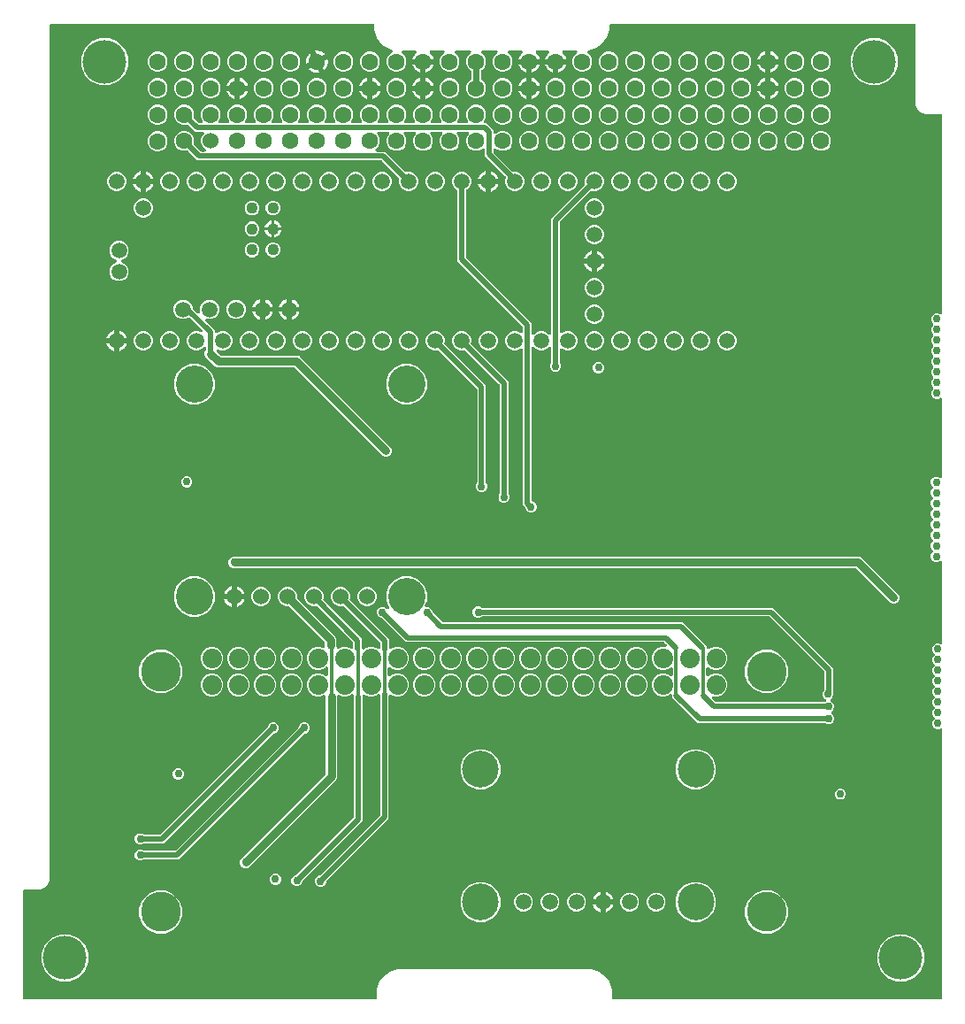
<source format=gbr>
G04 EAGLE Gerber RS-274X export*
G75*
%MOMM*%
%FSLAX34Y34*%
%LPD*%
%INCopper Layer 2*%
%IPPOS*%
%AMOC8*
5,1,8,0,0,1.08239X$1,22.5*%
G01*
%ADD10C,4.191000*%
%ADD11C,1.600200*%
%ADD12C,1.524000*%
%ADD13C,1.508000*%
%ADD14C,3.556000*%
%ADD15C,1.108000*%
%ADD16C,1.875000*%
%ADD17C,0.756400*%
%ADD18C,0.304800*%
%ADD19C,0.500000*%
%ADD20C,0.340000*%
%ADD21C,0.800000*%
%ADD22C,0.350000*%
%ADD23C,0.609600*%
%ADD24C,3.516000*%
%ADD25C,3.816000*%

G36*
X348387Y10799D02*
X348387Y10799D01*
X348413Y10797D01*
X348560Y10819D01*
X348707Y10836D01*
X348732Y10844D01*
X348758Y10848D01*
X348896Y10903D01*
X349035Y10953D01*
X349057Y10967D01*
X349082Y10977D01*
X349203Y11062D01*
X349328Y11142D01*
X349346Y11161D01*
X349368Y11176D01*
X349467Y11286D01*
X349570Y11393D01*
X349584Y11415D01*
X349601Y11435D01*
X349673Y11565D01*
X349749Y11692D01*
X349757Y11717D01*
X349770Y11740D01*
X349810Y11883D01*
X349855Y12024D01*
X349857Y12050D01*
X349865Y12075D01*
X349884Y12319D01*
X349884Y20873D01*
X352110Y27722D01*
X356342Y33548D01*
X362168Y37780D01*
X369017Y40006D01*
X555543Y40006D01*
X562392Y37780D01*
X568218Y33548D01*
X572450Y27722D01*
X574676Y20873D01*
X574676Y12319D01*
X574679Y12293D01*
X574677Y12267D01*
X574699Y12120D01*
X574716Y11973D01*
X574724Y11948D01*
X574728Y11922D01*
X574783Y11784D01*
X574833Y11645D01*
X574847Y11623D01*
X574857Y11598D01*
X574942Y11477D01*
X575022Y11352D01*
X575041Y11334D01*
X575056Y11312D01*
X575166Y11213D01*
X575273Y11110D01*
X575295Y11096D01*
X575315Y11079D01*
X575445Y11007D01*
X575572Y10931D01*
X575597Y10923D01*
X575620Y10910D01*
X575763Y10870D01*
X575904Y10825D01*
X575930Y10823D01*
X575955Y10815D01*
X576199Y10796D01*
X889381Y10796D01*
X889407Y10799D01*
X889433Y10797D01*
X889580Y10819D01*
X889727Y10836D01*
X889752Y10844D01*
X889778Y10848D01*
X889916Y10903D01*
X890055Y10953D01*
X890077Y10967D01*
X890102Y10977D01*
X890223Y11062D01*
X890348Y11142D01*
X890366Y11161D01*
X890388Y11176D01*
X890487Y11286D01*
X890590Y11393D01*
X890604Y11415D01*
X890621Y11435D01*
X890693Y11565D01*
X890769Y11692D01*
X890777Y11717D01*
X890790Y11740D01*
X890830Y11883D01*
X890875Y12024D01*
X890877Y12050D01*
X890885Y12075D01*
X890904Y12319D01*
X890904Y268697D01*
X890887Y268846D01*
X890875Y268997D01*
X890867Y269020D01*
X890864Y269044D01*
X890814Y269185D01*
X890768Y269328D01*
X890755Y269349D01*
X890747Y269372D01*
X890665Y269498D01*
X890588Y269627D01*
X890571Y269644D01*
X890558Y269664D01*
X890449Y269769D01*
X890345Y269877D01*
X890325Y269890D01*
X890307Y269907D01*
X890178Y269984D01*
X890052Y270065D01*
X890029Y270073D01*
X890008Y270086D01*
X889865Y270131D01*
X889723Y270182D01*
X889699Y270184D01*
X889676Y270192D01*
X889527Y270204D01*
X889377Y270221D01*
X889353Y270218D01*
X889329Y270220D01*
X889180Y270197D01*
X889031Y270180D01*
X889003Y270171D01*
X888984Y270168D01*
X888940Y270150D01*
X888798Y270105D01*
X887646Y269627D01*
X885534Y269627D01*
X883584Y270435D01*
X882091Y271928D01*
X881283Y273878D01*
X881283Y275990D01*
X882091Y277940D01*
X883088Y278937D01*
X883104Y278957D01*
X883124Y278974D01*
X883213Y279094D01*
X883305Y279210D01*
X883316Y279234D01*
X883331Y279255D01*
X883390Y279391D01*
X883454Y279525D01*
X883459Y279551D01*
X883469Y279575D01*
X883496Y279721D01*
X883527Y279866D01*
X883527Y279892D01*
X883531Y279918D01*
X883524Y280066D01*
X883521Y280214D01*
X883515Y280240D01*
X883513Y280266D01*
X883472Y280408D01*
X883436Y280552D01*
X883424Y280576D01*
X883417Y280601D01*
X883344Y280730D01*
X883276Y280862D01*
X883259Y280882D01*
X883247Y280905D01*
X883088Y281091D01*
X882091Y282088D01*
X881283Y284038D01*
X881283Y286150D01*
X882091Y288100D01*
X883088Y289097D01*
X883104Y289117D01*
X883124Y289134D01*
X883213Y289254D01*
X883305Y289370D01*
X883316Y289394D01*
X883331Y289415D01*
X883390Y289550D01*
X883454Y289685D01*
X883459Y289711D01*
X883469Y289735D01*
X883496Y289881D01*
X883527Y290026D01*
X883527Y290052D01*
X883531Y290078D01*
X883524Y290226D01*
X883521Y290374D01*
X883515Y290400D01*
X883513Y290426D01*
X883472Y290568D01*
X883436Y290712D01*
X883424Y290736D01*
X883417Y290761D01*
X883344Y290890D01*
X883276Y291022D01*
X883259Y291042D01*
X883247Y291065D01*
X883088Y291251D01*
X882091Y292248D01*
X881283Y294198D01*
X881283Y296310D01*
X882091Y298260D01*
X883088Y299257D01*
X883104Y299277D01*
X883124Y299294D01*
X883213Y299414D01*
X883305Y299530D01*
X883316Y299554D01*
X883331Y299575D01*
X883390Y299711D01*
X883454Y299845D01*
X883459Y299871D01*
X883469Y299895D01*
X883496Y300041D01*
X883527Y300186D01*
X883527Y300212D01*
X883531Y300238D01*
X883524Y300386D01*
X883521Y300534D01*
X883515Y300560D01*
X883513Y300586D01*
X883472Y300728D01*
X883436Y300872D01*
X883424Y300895D01*
X883417Y300921D01*
X883344Y301050D01*
X883276Y301182D01*
X883259Y301202D01*
X883247Y301225D01*
X883088Y301411D01*
X882091Y302408D01*
X881283Y304358D01*
X881283Y306470D01*
X882091Y308420D01*
X883088Y309417D01*
X883104Y309437D01*
X883124Y309454D01*
X883213Y309574D01*
X883305Y309690D01*
X883316Y309714D01*
X883331Y309735D01*
X883390Y309871D01*
X883454Y310005D01*
X883459Y310031D01*
X883469Y310055D01*
X883496Y310201D01*
X883527Y310346D01*
X883527Y310372D01*
X883531Y310398D01*
X883524Y310546D01*
X883521Y310694D01*
X883515Y310720D01*
X883513Y310746D01*
X883472Y310888D01*
X883436Y311032D01*
X883424Y311055D01*
X883417Y311081D01*
X883344Y311210D01*
X883276Y311342D01*
X883259Y311362D01*
X883247Y311385D01*
X883088Y311571D01*
X882091Y312568D01*
X881283Y314518D01*
X881283Y316630D01*
X882091Y318580D01*
X883088Y319577D01*
X883104Y319597D01*
X883124Y319614D01*
X883213Y319734D01*
X883305Y319850D01*
X883316Y319874D01*
X883331Y319895D01*
X883390Y320031D01*
X883454Y320165D01*
X883459Y320191D01*
X883469Y320215D01*
X883496Y320361D01*
X883527Y320506D01*
X883527Y320532D01*
X883531Y320558D01*
X883524Y320706D01*
X883521Y320854D01*
X883515Y320880D01*
X883513Y320906D01*
X883472Y321048D01*
X883436Y321192D01*
X883424Y321215D01*
X883417Y321241D01*
X883344Y321370D01*
X883276Y321502D01*
X883259Y321522D01*
X883247Y321545D01*
X883088Y321731D01*
X882091Y322728D01*
X881283Y324678D01*
X881283Y326790D01*
X882091Y328740D01*
X883088Y329737D01*
X883104Y329757D01*
X883124Y329774D01*
X883213Y329894D01*
X883305Y330010D01*
X883316Y330034D01*
X883331Y330055D01*
X883390Y330191D01*
X883454Y330325D01*
X883459Y330351D01*
X883469Y330375D01*
X883496Y330521D01*
X883527Y330666D01*
X883527Y330692D01*
X883531Y330718D01*
X883524Y330866D01*
X883521Y331014D01*
X883515Y331040D01*
X883513Y331066D01*
X883472Y331208D01*
X883436Y331352D01*
X883424Y331375D01*
X883417Y331401D01*
X883344Y331530D01*
X883276Y331662D01*
X883259Y331682D01*
X883247Y331705D01*
X883088Y331891D01*
X882091Y332888D01*
X881283Y334838D01*
X881283Y336950D01*
X882091Y338900D01*
X883088Y339897D01*
X883104Y339917D01*
X883124Y339934D01*
X883213Y340054D01*
X883305Y340170D01*
X883316Y340194D01*
X883331Y340215D01*
X883390Y340351D01*
X883454Y340485D01*
X883459Y340511D01*
X883469Y340535D01*
X883496Y340681D01*
X883527Y340826D01*
X883527Y340852D01*
X883531Y340878D01*
X883524Y341026D01*
X883521Y341174D01*
X883515Y341200D01*
X883513Y341226D01*
X883472Y341368D01*
X883436Y341512D01*
X883424Y341535D01*
X883417Y341561D01*
X883344Y341690D01*
X883276Y341822D01*
X883259Y341842D01*
X883247Y341865D01*
X883088Y342051D01*
X882091Y343048D01*
X881283Y344998D01*
X881283Y347110D01*
X882091Y349060D01*
X883584Y350553D01*
X885534Y351361D01*
X887646Y351361D01*
X888798Y350883D01*
X888943Y350842D01*
X889086Y350796D01*
X889110Y350794D01*
X889133Y350788D01*
X889284Y350780D01*
X889433Y350768D01*
X889457Y350772D01*
X889481Y350771D01*
X889629Y350798D01*
X889778Y350820D01*
X889800Y350829D01*
X889824Y350833D01*
X889962Y350893D01*
X890102Y350949D01*
X890122Y350963D01*
X890144Y350972D01*
X890264Y351062D01*
X890388Y351148D01*
X890404Y351166D01*
X890424Y351180D01*
X890521Y351295D01*
X890621Y351406D01*
X890633Y351427D01*
X890649Y351446D01*
X890717Y351580D01*
X890790Y351711D01*
X890796Y351735D01*
X890807Y351756D01*
X890844Y351902D01*
X890885Y352047D01*
X890887Y352076D01*
X890892Y352094D01*
X890892Y352142D01*
X890904Y352291D01*
X890904Y429166D01*
X890893Y429266D01*
X890891Y429366D01*
X890873Y429438D01*
X890864Y429512D01*
X890831Y429607D01*
X890806Y429704D01*
X890772Y429770D01*
X890747Y429840D01*
X890692Y429925D01*
X890646Y430014D01*
X890598Y430071D01*
X890558Y430133D01*
X890486Y430203D01*
X890421Y430279D01*
X890361Y430324D01*
X890307Y430375D01*
X890221Y430427D01*
X890140Y430487D01*
X890072Y430516D01*
X890008Y430554D01*
X889913Y430585D01*
X889820Y430625D01*
X889747Y430638D01*
X889676Y430660D01*
X889576Y430668D01*
X889477Y430686D01*
X889403Y430682D01*
X889329Y430688D01*
X889230Y430673D01*
X889129Y430668D01*
X889058Y430648D01*
X888984Y430637D01*
X888891Y430600D01*
X888794Y430572D01*
X888729Y430535D01*
X888660Y430508D01*
X888578Y430451D01*
X888490Y430402D01*
X888414Y430336D01*
X888374Y430309D01*
X888350Y430283D01*
X888304Y430243D01*
X888196Y430135D01*
X886246Y429327D01*
X884134Y429327D01*
X882184Y430135D01*
X880691Y431628D01*
X879883Y433578D01*
X879883Y435690D01*
X880691Y437640D01*
X881688Y438637D01*
X881704Y438657D01*
X881724Y438674D01*
X881813Y438794D01*
X881905Y438910D01*
X881916Y438934D01*
X881931Y438955D01*
X881990Y439091D01*
X882054Y439225D01*
X882059Y439251D01*
X882069Y439275D01*
X882096Y439421D01*
X882127Y439566D01*
X882127Y439592D01*
X882131Y439618D01*
X882124Y439766D01*
X882121Y439914D01*
X882115Y439940D01*
X882113Y439966D01*
X882072Y440108D01*
X882036Y440252D01*
X882024Y440275D01*
X882017Y440301D01*
X881944Y440430D01*
X881876Y440562D01*
X881859Y440582D01*
X881847Y440605D01*
X881688Y440791D01*
X880691Y441788D01*
X879883Y443738D01*
X879883Y445850D01*
X880691Y447800D01*
X881688Y448797D01*
X881704Y448817D01*
X881724Y448834D01*
X881813Y448954D01*
X881905Y449070D01*
X881916Y449094D01*
X881931Y449115D01*
X881990Y449251D01*
X882054Y449385D01*
X882059Y449411D01*
X882069Y449435D01*
X882096Y449581D01*
X882127Y449726D01*
X882127Y449752D01*
X882131Y449778D01*
X882124Y449926D01*
X882121Y450074D01*
X882115Y450100D01*
X882113Y450126D01*
X882072Y450268D01*
X882036Y450412D01*
X882024Y450436D01*
X882017Y450461D01*
X881944Y450590D01*
X881876Y450722D01*
X881859Y450742D01*
X881847Y450765D01*
X881688Y450951D01*
X880691Y451948D01*
X879883Y453898D01*
X879883Y456010D01*
X880691Y457960D01*
X881688Y458957D01*
X881704Y458977D01*
X881724Y458994D01*
X881813Y459114D01*
X881905Y459230D01*
X881916Y459254D01*
X881931Y459275D01*
X881990Y459411D01*
X882054Y459545D01*
X882059Y459571D01*
X882069Y459595D01*
X882096Y459741D01*
X882127Y459886D01*
X882127Y459912D01*
X882131Y459938D01*
X882124Y460086D01*
X882121Y460234D01*
X882115Y460260D01*
X882113Y460286D01*
X882072Y460428D01*
X882036Y460572D01*
X882024Y460595D01*
X882017Y460621D01*
X881944Y460750D01*
X881876Y460882D01*
X881859Y460902D01*
X881847Y460925D01*
X881688Y461111D01*
X880691Y462108D01*
X879883Y464058D01*
X879883Y466170D01*
X880691Y468120D01*
X881688Y469117D01*
X881704Y469137D01*
X881724Y469154D01*
X881813Y469274D01*
X881905Y469390D01*
X881916Y469414D01*
X881931Y469435D01*
X881990Y469571D01*
X882054Y469705D01*
X882059Y469731D01*
X882069Y469755D01*
X882096Y469901D01*
X882127Y470046D01*
X882127Y470072D01*
X882131Y470098D01*
X882124Y470246D01*
X882121Y470394D01*
X882115Y470420D01*
X882113Y470446D01*
X882072Y470588D01*
X882036Y470732D01*
X882024Y470755D01*
X882017Y470781D01*
X881944Y470910D01*
X881876Y471042D01*
X881859Y471062D01*
X881847Y471085D01*
X881688Y471271D01*
X880691Y472268D01*
X879883Y474218D01*
X879883Y476330D01*
X880691Y478280D01*
X881688Y479277D01*
X881704Y479297D01*
X881724Y479314D01*
X881813Y479434D01*
X881905Y479550D01*
X881916Y479574D01*
X881931Y479595D01*
X881990Y479731D01*
X882054Y479865D01*
X882059Y479891D01*
X882069Y479915D01*
X882096Y480061D01*
X882127Y480206D01*
X882127Y480232D01*
X882131Y480258D01*
X882124Y480406D01*
X882121Y480554D01*
X882115Y480580D01*
X882113Y480606D01*
X882072Y480748D01*
X882036Y480892D01*
X882024Y480915D01*
X882017Y480941D01*
X881944Y481070D01*
X881876Y481202D01*
X881859Y481222D01*
X881847Y481245D01*
X881688Y481431D01*
X880691Y482428D01*
X879883Y484378D01*
X879883Y486490D01*
X880691Y488440D01*
X881688Y489437D01*
X881704Y489457D01*
X881724Y489474D01*
X881813Y489594D01*
X881905Y489710D01*
X881916Y489734D01*
X881931Y489755D01*
X881990Y489891D01*
X882054Y490025D01*
X882059Y490051D01*
X882069Y490075D01*
X882096Y490221D01*
X882127Y490366D01*
X882127Y490392D01*
X882131Y490418D01*
X882124Y490566D01*
X882121Y490714D01*
X882115Y490740D01*
X882113Y490766D01*
X882072Y490908D01*
X882036Y491052D01*
X882024Y491075D01*
X882017Y491101D01*
X881944Y491230D01*
X881876Y491362D01*
X881859Y491382D01*
X881847Y491405D01*
X881688Y491591D01*
X880691Y492588D01*
X879883Y494538D01*
X879883Y496650D01*
X880691Y498600D01*
X881688Y499597D01*
X881704Y499617D01*
X881724Y499634D01*
X881813Y499754D01*
X881905Y499870D01*
X881916Y499894D01*
X881931Y499915D01*
X881990Y500051D01*
X882054Y500185D01*
X882059Y500211D01*
X882069Y500235D01*
X882096Y500381D01*
X882127Y500526D01*
X882127Y500552D01*
X882131Y500578D01*
X882124Y500726D01*
X882121Y500874D01*
X882115Y500900D01*
X882113Y500926D01*
X882072Y501068D01*
X882036Y501212D01*
X882024Y501235D01*
X882017Y501261D01*
X881944Y501390D01*
X881876Y501522D01*
X881859Y501542D01*
X881847Y501565D01*
X881688Y501751D01*
X880691Y502748D01*
X879883Y504698D01*
X879883Y506810D01*
X880691Y508760D01*
X882184Y510253D01*
X884134Y511061D01*
X886246Y511061D01*
X888196Y510253D01*
X888304Y510145D01*
X888383Y510082D01*
X888455Y510013D01*
X888519Y509975D01*
X888577Y509928D01*
X888668Y509885D01*
X888754Y509834D01*
X888825Y509811D01*
X888892Y509779D01*
X888990Y509758D01*
X889086Y509728D01*
X889160Y509722D01*
X889233Y509706D01*
X889333Y509708D01*
X889433Y509700D01*
X889507Y509711D01*
X889581Y509712D01*
X889679Y509736D01*
X889778Y509751D01*
X889847Y509779D01*
X889919Y509797D01*
X890008Y509843D01*
X890102Y509880D01*
X890163Y509923D01*
X890229Y509957D01*
X890305Y510022D01*
X890388Y510079D01*
X890438Y510134D01*
X890494Y510182D01*
X890554Y510263D01*
X890621Y510338D01*
X890657Y510403D01*
X890702Y510463D01*
X890741Y510555D01*
X890790Y510643D01*
X890810Y510714D01*
X890840Y510783D01*
X890857Y510882D01*
X890885Y510978D01*
X890893Y511078D01*
X890901Y511126D01*
X890899Y511161D01*
X890904Y511222D01*
X890904Y585066D01*
X890901Y585090D01*
X890903Y585113D01*
X890892Y585187D01*
X890891Y585267D01*
X890873Y585339D01*
X890864Y585412D01*
X890854Y585440D01*
X890852Y585458D01*
X890827Y585519D01*
X890806Y585605D01*
X890772Y585671D01*
X890747Y585740D01*
X890727Y585770D01*
X890723Y585782D01*
X890690Y585829D01*
X890646Y585915D01*
X890598Y585971D01*
X890558Y586033D01*
X890528Y586062D01*
X890524Y586068D01*
X890492Y586097D01*
X890485Y586103D01*
X890420Y586180D01*
X890360Y586224D01*
X890307Y586275D01*
X890268Y586299D01*
X890265Y586301D01*
X890245Y586312D01*
X890221Y586327D01*
X890139Y586387D01*
X890072Y586416D01*
X890008Y586454D01*
X889962Y586469D01*
X889960Y586470D01*
X889951Y586472D01*
X889912Y586485D01*
X889819Y586525D01*
X889747Y586538D01*
X889676Y586560D01*
X889625Y586564D01*
X889625Y586565D01*
X889575Y586569D01*
X889476Y586586D01*
X889403Y586582D01*
X889381Y586584D01*
X889380Y586584D01*
X889329Y586588D01*
X889229Y586573D01*
X889128Y586568D01*
X889057Y586548D01*
X889055Y586547D01*
X889030Y586544D01*
X889026Y586543D01*
X888984Y586537D01*
X888890Y586499D01*
X888793Y586471D01*
X888736Y586439D01*
X888702Y586427D01*
X888692Y586420D01*
X888660Y586408D01*
X888644Y586396D01*
X886546Y585527D01*
X884434Y585527D01*
X882484Y586335D01*
X880991Y587828D01*
X880183Y589778D01*
X880183Y591890D01*
X880991Y593840D01*
X881988Y594837D01*
X882004Y594857D01*
X882024Y594874D01*
X882113Y594994D01*
X882205Y595110D01*
X882216Y595134D01*
X882231Y595155D01*
X882290Y595291D01*
X882354Y595425D01*
X882359Y595451D01*
X882369Y595475D01*
X882396Y595621D01*
X882427Y595766D01*
X882427Y595792D01*
X882431Y595818D01*
X882424Y595966D01*
X882421Y596114D01*
X882415Y596140D01*
X882413Y596166D01*
X882372Y596308D01*
X882336Y596452D01*
X882324Y596475D01*
X882317Y596501D01*
X882244Y596630D01*
X882176Y596762D01*
X882159Y596782D01*
X882147Y596805D01*
X881988Y596991D01*
X880991Y597988D01*
X880183Y599938D01*
X880183Y602050D01*
X880991Y604000D01*
X881988Y604997D01*
X882004Y605017D01*
X882024Y605034D01*
X882113Y605154D01*
X882205Y605270D01*
X882216Y605294D01*
X882231Y605315D01*
X882290Y605451D01*
X882354Y605585D01*
X882359Y605611D01*
X882369Y605635D01*
X882396Y605781D01*
X882427Y605926D01*
X882427Y605952D01*
X882431Y605978D01*
X882424Y606126D01*
X882421Y606274D01*
X882415Y606300D01*
X882413Y606326D01*
X882372Y606468D01*
X882336Y606612D01*
X882324Y606636D01*
X882317Y606661D01*
X882244Y606790D01*
X882176Y606922D01*
X882159Y606942D01*
X882147Y606965D01*
X881988Y607151D01*
X880991Y608148D01*
X880183Y610098D01*
X880183Y612210D01*
X880991Y614160D01*
X881988Y615157D01*
X882004Y615177D01*
X882024Y615194D01*
X882113Y615314D01*
X882205Y615430D01*
X882216Y615454D01*
X882231Y615475D01*
X882290Y615611D01*
X882354Y615745D01*
X882359Y615771D01*
X882369Y615795D01*
X882396Y615941D01*
X882427Y616086D01*
X882427Y616112D01*
X882431Y616138D01*
X882424Y616286D01*
X882421Y616434D01*
X882415Y616460D01*
X882413Y616486D01*
X882372Y616628D01*
X882336Y616772D01*
X882324Y616795D01*
X882317Y616821D01*
X882244Y616950D01*
X882176Y617082D01*
X882159Y617102D01*
X882147Y617125D01*
X881988Y617311D01*
X880991Y618308D01*
X880183Y620258D01*
X880183Y622370D01*
X880991Y624320D01*
X881988Y625317D01*
X882004Y625337D01*
X882024Y625354D01*
X882113Y625474D01*
X882205Y625590D01*
X882216Y625614D01*
X882231Y625635D01*
X882290Y625771D01*
X882354Y625905D01*
X882359Y625931D01*
X882369Y625955D01*
X882396Y626101D01*
X882427Y626246D01*
X882427Y626272D01*
X882431Y626298D01*
X882424Y626446D01*
X882421Y626594D01*
X882415Y626620D01*
X882413Y626646D01*
X882372Y626788D01*
X882336Y626932D01*
X882324Y626955D01*
X882317Y626981D01*
X882244Y627110D01*
X882176Y627242D01*
X882159Y627262D01*
X882147Y627285D01*
X881988Y627471D01*
X880991Y628468D01*
X880183Y630418D01*
X880183Y632530D01*
X880991Y634480D01*
X881988Y635477D01*
X882004Y635497D01*
X882024Y635514D01*
X882113Y635634D01*
X882205Y635750D01*
X882216Y635774D01*
X882231Y635795D01*
X882290Y635931D01*
X882354Y636065D01*
X882359Y636091D01*
X882369Y636115D01*
X882396Y636261D01*
X882427Y636406D01*
X882427Y636432D01*
X882431Y636458D01*
X882424Y636606D01*
X882421Y636754D01*
X882415Y636780D01*
X882413Y636806D01*
X882372Y636948D01*
X882336Y637092D01*
X882324Y637115D01*
X882317Y637141D01*
X882244Y637270D01*
X882176Y637402D01*
X882159Y637422D01*
X882147Y637445D01*
X881988Y637631D01*
X880991Y638628D01*
X880183Y640578D01*
X880183Y642690D01*
X880991Y644640D01*
X881988Y645637D01*
X882004Y645657D01*
X882024Y645674D01*
X882113Y645794D01*
X882205Y645910D01*
X882216Y645934D01*
X882231Y645955D01*
X882290Y646091D01*
X882354Y646225D01*
X882359Y646251D01*
X882369Y646275D01*
X882396Y646421D01*
X882427Y646566D01*
X882427Y646592D01*
X882431Y646618D01*
X882424Y646766D01*
X882421Y646914D01*
X882415Y646940D01*
X882413Y646966D01*
X882372Y647108D01*
X882336Y647252D01*
X882324Y647275D01*
X882317Y647301D01*
X882244Y647430D01*
X882176Y647562D01*
X882159Y647582D01*
X882147Y647605D01*
X881988Y647791D01*
X880991Y648788D01*
X880183Y650738D01*
X880183Y652850D01*
X880991Y654800D01*
X881988Y655797D01*
X882004Y655817D01*
X882024Y655834D01*
X882113Y655954D01*
X882205Y656070D01*
X882216Y656094D01*
X882231Y656115D01*
X882290Y656251D01*
X882354Y656385D01*
X882359Y656411D01*
X882369Y656435D01*
X882396Y656581D01*
X882427Y656726D01*
X882427Y656752D01*
X882431Y656778D01*
X882424Y656926D01*
X882421Y657074D01*
X882415Y657100D01*
X882413Y657126D01*
X882372Y657268D01*
X882336Y657412D01*
X882324Y657435D01*
X882317Y657461D01*
X882244Y657590D01*
X882176Y657722D01*
X882159Y657742D01*
X882147Y657765D01*
X881988Y657951D01*
X880991Y658948D01*
X880183Y660898D01*
X880183Y663010D01*
X880991Y664960D01*
X882484Y666453D01*
X884434Y667261D01*
X886546Y667261D01*
X888688Y666373D01*
X888754Y666334D01*
X888824Y666311D01*
X888891Y666280D01*
X888990Y666258D01*
X889086Y666228D01*
X889159Y666222D01*
X889232Y666206D01*
X889333Y666208D01*
X889433Y666200D01*
X889506Y666211D01*
X889580Y666212D01*
X889678Y666236D01*
X889778Y666251D01*
X889846Y666279D01*
X889918Y666297D01*
X890008Y666343D01*
X890102Y666380D01*
X890162Y666422D01*
X890228Y666456D01*
X890305Y666521D01*
X890388Y666579D01*
X890437Y666634D01*
X890494Y666682D01*
X890554Y666763D01*
X890621Y666838D01*
X890657Y666902D01*
X890701Y666962D01*
X890741Y667054D01*
X890790Y667143D01*
X890810Y667214D01*
X890839Y667282D01*
X890857Y667381D01*
X890885Y667478D01*
X890893Y667578D01*
X890901Y667625D01*
X890899Y667661D01*
X890904Y667722D01*
X890904Y856361D01*
X890901Y856387D01*
X890903Y856413D01*
X890881Y856560D01*
X890864Y856707D01*
X890856Y856732D01*
X890852Y856758D01*
X890797Y856896D01*
X890747Y857035D01*
X890733Y857057D01*
X890723Y857082D01*
X890638Y857203D01*
X890558Y857328D01*
X890539Y857346D01*
X890524Y857368D01*
X890414Y857467D01*
X890307Y857570D01*
X890285Y857584D01*
X890265Y857601D01*
X890135Y857673D01*
X890008Y857749D01*
X889983Y857757D01*
X889960Y857770D01*
X889817Y857810D01*
X889676Y857855D01*
X889650Y857857D01*
X889625Y857865D01*
X889381Y857884D01*
X874153Y857884D01*
X870185Y859528D01*
X867148Y862565D01*
X865504Y866533D01*
X865504Y942721D01*
X865501Y942747D01*
X865503Y942773D01*
X865481Y942920D01*
X865464Y943067D01*
X865456Y943092D01*
X865452Y943118D01*
X865397Y943256D01*
X865347Y943395D01*
X865333Y943417D01*
X865323Y943442D01*
X865238Y943563D01*
X865158Y943688D01*
X865139Y943706D01*
X865124Y943728D01*
X865014Y943827D01*
X864907Y943930D01*
X864885Y943944D01*
X864865Y943961D01*
X864735Y944033D01*
X864608Y944109D01*
X864583Y944117D01*
X864560Y944130D01*
X864417Y944170D01*
X864276Y944215D01*
X864250Y944217D01*
X864225Y944225D01*
X863981Y944244D01*
X574040Y944244D01*
X573998Y944239D01*
X573921Y944240D01*
X573861Y944235D01*
X573805Y944224D01*
X573748Y944222D01*
X573537Y944172D01*
X573519Y944168D01*
X573515Y944166D01*
X573510Y944165D01*
X573396Y944128D01*
X573290Y944080D01*
X573181Y944039D01*
X573117Y944000D01*
X573079Y943983D01*
X573044Y943956D01*
X572972Y943912D01*
X572876Y943842D01*
X572789Y943763D01*
X572697Y943690D01*
X572649Y943634D01*
X572619Y943606D01*
X572594Y943569D01*
X572538Y943505D01*
X572468Y943408D01*
X572411Y943307D01*
X572346Y943209D01*
X572317Y943141D01*
X572297Y943105D01*
X572284Y943062D01*
X572252Y942984D01*
X572215Y942870D01*
X572204Y942814D01*
X572184Y942761D01*
X572156Y942585D01*
X572155Y942584D01*
X572155Y942582D01*
X572150Y942547D01*
X572146Y942529D01*
X572146Y942525D01*
X572145Y942519D01*
X572140Y942460D01*
X572142Y942418D01*
X572136Y942340D01*
X572136Y938619D01*
X569836Y931540D01*
X565461Y925519D01*
X559440Y921144D01*
X552324Y918832D01*
X552254Y918831D01*
X552182Y918813D01*
X552108Y918804D01*
X552014Y918771D01*
X551916Y918746D01*
X551850Y918712D01*
X551780Y918687D01*
X551696Y918632D01*
X551607Y918586D01*
X551550Y918538D01*
X551487Y918498D01*
X551418Y918426D01*
X551341Y918361D01*
X551297Y918301D01*
X551245Y918247D01*
X551194Y918161D01*
X551134Y918080D01*
X551105Y918012D01*
X551066Y917948D01*
X551036Y917852D01*
X550996Y917760D01*
X550983Y917687D01*
X550960Y917616D01*
X550952Y917516D01*
X550934Y917417D01*
X550938Y917343D01*
X550932Y917269D01*
X550947Y917169D01*
X550952Y917069D01*
X550973Y916998D01*
X550984Y916924D01*
X551021Y916831D01*
X551049Y916734D01*
X551085Y916669D01*
X551113Y916600D01*
X551170Y916518D01*
X551219Y916430D01*
X551284Y916354D01*
X551312Y916314D01*
X551338Y916290D01*
X551378Y916244D01*
X554176Y913446D01*
X555626Y909945D01*
X555626Y906155D01*
X554176Y902654D01*
X551496Y899974D01*
X547995Y898524D01*
X544205Y898524D01*
X540704Y899974D01*
X538024Y902654D01*
X536574Y906155D01*
X536574Y909945D01*
X538024Y913446D01*
X540822Y916244D01*
X540885Y916322D01*
X540955Y916395D01*
X540993Y916459D01*
X541039Y916517D01*
X541082Y916608D01*
X541134Y916694D01*
X541156Y916765D01*
X541188Y916832D01*
X541209Y916930D01*
X541240Y917026D01*
X541246Y917100D01*
X541261Y917173D01*
X541260Y917273D01*
X541268Y917373D01*
X541257Y917447D01*
X541255Y917521D01*
X541231Y917618D01*
X541216Y917718D01*
X541189Y917787D01*
X541170Y917859D01*
X541124Y917948D01*
X541087Y918042D01*
X541045Y918103D01*
X541011Y918169D01*
X540946Y918245D01*
X540888Y918328D01*
X540833Y918378D01*
X540785Y918434D01*
X540704Y918494D01*
X540630Y918561D01*
X540565Y918597D01*
X540505Y918642D01*
X540412Y918681D01*
X540325Y918730D01*
X540253Y918750D01*
X540185Y918780D01*
X540086Y918797D01*
X539989Y918825D01*
X539889Y918833D01*
X539842Y918841D01*
X539806Y918839D01*
X539745Y918844D01*
X528466Y918844D01*
X528420Y918839D01*
X528375Y918842D01*
X528248Y918819D01*
X528120Y918804D01*
X528077Y918789D01*
X528032Y918781D01*
X527913Y918730D01*
X527791Y918687D01*
X527753Y918662D01*
X527711Y918644D01*
X527607Y918568D01*
X527499Y918498D01*
X527467Y918465D01*
X527430Y918438D01*
X527346Y918340D01*
X527256Y918247D01*
X527233Y918208D01*
X527203Y918173D01*
X527144Y918059D01*
X527078Y917948D01*
X527064Y917905D01*
X527043Y917864D01*
X527011Y917739D01*
X526971Y917616D01*
X526968Y917571D01*
X526956Y917527D01*
X526954Y917397D01*
X526943Y917269D01*
X526950Y917224D01*
X526949Y917178D01*
X526976Y917052D01*
X526995Y916924D01*
X527012Y916882D01*
X527021Y916837D01*
X527076Y916720D01*
X527124Y916600D01*
X527150Y916563D01*
X527169Y916521D01*
X527249Y916420D01*
X527323Y916314D01*
X527357Y916284D01*
X527385Y916248D01*
X527565Y916093D01*
X528741Y914918D01*
X529716Y913575D01*
X530469Y912097D01*
X530918Y910716D01*
X521843Y910716D01*
X521817Y910713D01*
X521791Y910715D01*
X521644Y910693D01*
X521497Y910676D01*
X521472Y910668D01*
X521446Y910664D01*
X521309Y910609D01*
X521169Y910559D01*
X521147Y910545D01*
X521122Y910535D01*
X521001Y910450D01*
X520876Y910370D01*
X520858Y910351D01*
X520836Y910336D01*
X520737Y910226D01*
X520705Y910193D01*
X520700Y910200D01*
X520590Y910299D01*
X520483Y910402D01*
X520460Y910416D01*
X520441Y910433D01*
X520311Y910505D01*
X520184Y910581D01*
X520159Y910589D01*
X520136Y910602D01*
X519993Y910642D01*
X519852Y910687D01*
X519826Y910689D01*
X519801Y910697D01*
X519557Y910716D01*
X510482Y910716D01*
X510931Y912097D01*
X511684Y913575D01*
X512659Y914918D01*
X513839Y916097D01*
X513863Y916119D01*
X513901Y916144D01*
X513991Y916237D01*
X514086Y916324D01*
X514112Y916362D01*
X514144Y916395D01*
X514210Y916506D01*
X514283Y916612D01*
X514299Y916655D01*
X514322Y916694D01*
X514362Y916817D01*
X514408Y916937D01*
X514415Y916982D01*
X514429Y917026D01*
X514439Y917155D01*
X514457Y917282D01*
X514453Y917328D01*
X514457Y917373D01*
X514437Y917501D01*
X514426Y917629D01*
X514412Y917673D01*
X514405Y917718D01*
X514357Y917838D01*
X514317Y917960D01*
X514293Y917999D01*
X514276Y918042D01*
X514203Y918148D01*
X514135Y918258D01*
X514103Y918291D01*
X514077Y918328D01*
X513981Y918414D01*
X513891Y918506D01*
X513852Y918531D01*
X513818Y918561D01*
X513705Y918624D01*
X513596Y918693D01*
X513553Y918708D01*
X513513Y918730D01*
X513389Y918765D01*
X513267Y918807D01*
X513222Y918812D01*
X513178Y918825D01*
X512934Y918844D01*
X503066Y918844D01*
X503020Y918839D01*
X502975Y918842D01*
X502848Y918819D01*
X502720Y918804D01*
X502677Y918789D01*
X502632Y918781D01*
X502513Y918730D01*
X502391Y918687D01*
X502353Y918662D01*
X502311Y918644D01*
X502207Y918568D01*
X502099Y918498D01*
X502067Y918465D01*
X502030Y918438D01*
X501946Y918340D01*
X501856Y918247D01*
X501833Y918208D01*
X501803Y918173D01*
X501744Y918059D01*
X501678Y917948D01*
X501664Y917905D01*
X501643Y917864D01*
X501611Y917739D01*
X501571Y917616D01*
X501568Y917571D01*
X501556Y917527D01*
X501554Y917397D01*
X501543Y917269D01*
X501550Y917224D01*
X501549Y917178D01*
X501576Y917052D01*
X501595Y916924D01*
X501612Y916882D01*
X501621Y916837D01*
X501676Y916720D01*
X501724Y916600D01*
X501750Y916563D01*
X501769Y916521D01*
X501849Y916420D01*
X501923Y916314D01*
X501957Y916284D01*
X501985Y916248D01*
X502165Y916093D01*
X503341Y914918D01*
X504316Y913575D01*
X505069Y912097D01*
X505518Y910716D01*
X496443Y910716D01*
X496417Y910713D01*
X496391Y910715D01*
X496244Y910693D01*
X496097Y910676D01*
X496072Y910668D01*
X496046Y910664D01*
X495909Y910609D01*
X495769Y910559D01*
X495747Y910545D01*
X495722Y910535D01*
X495601Y910450D01*
X495476Y910370D01*
X495458Y910351D01*
X495436Y910336D01*
X495337Y910226D01*
X495305Y910193D01*
X495300Y910200D01*
X495190Y910299D01*
X495083Y910402D01*
X495060Y910416D01*
X495041Y910433D01*
X494911Y910505D01*
X494784Y910581D01*
X494759Y910589D01*
X494736Y910602D01*
X494593Y910642D01*
X494452Y910687D01*
X494426Y910689D01*
X494401Y910697D01*
X494157Y910716D01*
X485082Y910716D01*
X485531Y912097D01*
X486284Y913575D01*
X487259Y914918D01*
X488439Y916097D01*
X488463Y916119D01*
X488501Y916144D01*
X488591Y916237D01*
X488686Y916324D01*
X488712Y916362D01*
X488744Y916395D01*
X488810Y916506D01*
X488883Y916612D01*
X488899Y916655D01*
X488922Y916694D01*
X488962Y916817D01*
X489008Y916937D01*
X489015Y916982D01*
X489029Y917026D01*
X489039Y917155D01*
X489057Y917282D01*
X489053Y917328D01*
X489057Y917373D01*
X489037Y917501D01*
X489026Y917629D01*
X489012Y917673D01*
X489005Y917718D01*
X488957Y917838D01*
X488917Y917960D01*
X488893Y917999D01*
X488876Y918042D01*
X488803Y918148D01*
X488735Y918258D01*
X488703Y918291D01*
X488677Y918328D01*
X488581Y918414D01*
X488491Y918506D01*
X488452Y918531D01*
X488418Y918561D01*
X488305Y918624D01*
X488196Y918693D01*
X488153Y918708D01*
X488113Y918730D01*
X487989Y918765D01*
X487867Y918807D01*
X487822Y918812D01*
X487778Y918825D01*
X487534Y918844D01*
X476255Y918844D01*
X476155Y918833D01*
X476054Y918831D01*
X475982Y918813D01*
X475908Y918804D01*
X475814Y918771D01*
X475716Y918746D01*
X475650Y918712D01*
X475580Y918687D01*
X475496Y918632D01*
X475407Y918586D01*
X475350Y918538D01*
X475287Y918498D01*
X475218Y918426D01*
X475141Y918361D01*
X475097Y918301D01*
X475045Y918247D01*
X474994Y918161D01*
X474934Y918080D01*
X474905Y918012D01*
X474866Y917948D01*
X474836Y917852D01*
X474796Y917760D01*
X474783Y917687D01*
X474760Y917616D01*
X474752Y917516D01*
X474734Y917417D01*
X474738Y917343D01*
X474732Y917269D01*
X474747Y917169D01*
X474752Y917069D01*
X474773Y916998D01*
X474784Y916924D01*
X474821Y916831D01*
X474849Y916734D01*
X474885Y916669D01*
X474913Y916600D01*
X474970Y916518D01*
X475019Y916430D01*
X475084Y916354D01*
X475112Y916314D01*
X475138Y916290D01*
X475178Y916244D01*
X477976Y913446D01*
X479426Y909945D01*
X479426Y906155D01*
X477976Y902654D01*
X475296Y899974D01*
X471795Y898524D01*
X468005Y898524D01*
X464504Y899974D01*
X461824Y902654D01*
X460374Y906155D01*
X460374Y909945D01*
X461824Y913446D01*
X464622Y916244D01*
X464685Y916322D01*
X464755Y916395D01*
X464793Y916459D01*
X464839Y916517D01*
X464882Y916608D01*
X464934Y916694D01*
X464956Y916765D01*
X464988Y916832D01*
X465009Y916930D01*
X465040Y917026D01*
X465046Y917100D01*
X465061Y917173D01*
X465060Y917273D01*
X465068Y917373D01*
X465057Y917447D01*
X465055Y917521D01*
X465031Y917618D01*
X465016Y917718D01*
X464989Y917787D01*
X464970Y917859D01*
X464924Y917948D01*
X464887Y918042D01*
X464845Y918103D01*
X464811Y918169D01*
X464746Y918245D01*
X464688Y918328D01*
X464633Y918378D01*
X464585Y918434D01*
X464504Y918494D01*
X464430Y918561D01*
X464365Y918597D01*
X464305Y918642D01*
X464212Y918681D01*
X464125Y918730D01*
X464053Y918750D01*
X463985Y918780D01*
X463886Y918797D01*
X463789Y918825D01*
X463689Y918833D01*
X463642Y918841D01*
X463606Y918839D01*
X463545Y918844D01*
X450855Y918844D01*
X450755Y918833D01*
X450654Y918831D01*
X450582Y918813D01*
X450508Y918804D01*
X450414Y918771D01*
X450316Y918746D01*
X450250Y918712D01*
X450180Y918687D01*
X450096Y918632D01*
X450007Y918586D01*
X449950Y918538D01*
X449887Y918498D01*
X449818Y918426D01*
X449741Y918361D01*
X449697Y918301D01*
X449645Y918247D01*
X449594Y918161D01*
X449534Y918080D01*
X449505Y918012D01*
X449466Y917948D01*
X449436Y917852D01*
X449396Y917760D01*
X449383Y917687D01*
X449360Y917616D01*
X449352Y917516D01*
X449334Y917417D01*
X449338Y917343D01*
X449332Y917269D01*
X449347Y917169D01*
X449352Y917069D01*
X449373Y916998D01*
X449384Y916924D01*
X449421Y916831D01*
X449449Y916734D01*
X449485Y916669D01*
X449513Y916600D01*
X449570Y916518D01*
X449619Y916430D01*
X449684Y916354D01*
X449712Y916314D01*
X449738Y916290D01*
X449778Y916244D01*
X452576Y913446D01*
X454026Y909945D01*
X454026Y906155D01*
X452576Y902654D01*
X449882Y899960D01*
X449875Y899958D01*
X449795Y899902D01*
X449709Y899854D01*
X449652Y899802D01*
X449589Y899759D01*
X449523Y899686D01*
X449450Y899620D01*
X449407Y899557D01*
X449356Y899500D01*
X449308Y899414D01*
X449252Y899333D01*
X449224Y899262D01*
X449187Y899195D01*
X449160Y899100D01*
X449124Y899009D01*
X449113Y898933D01*
X449092Y898859D01*
X449080Y898710D01*
X449074Y898664D01*
X449075Y898645D01*
X449073Y898616D01*
X449073Y892084D01*
X449081Y892008D01*
X449080Y891932D01*
X449101Y891836D01*
X449113Y891738D01*
X449138Y891666D01*
X449155Y891591D01*
X449197Y891503D01*
X449230Y891410D01*
X449272Y891346D01*
X449304Y891277D01*
X449366Y891200D01*
X449419Y891117D01*
X449474Y891064D01*
X449522Y891004D01*
X449599Y890943D01*
X449670Y890875D01*
X449736Y890836D01*
X449795Y890788D01*
X449873Y890749D01*
X452576Y888046D01*
X454026Y884545D01*
X454026Y880755D01*
X452576Y877254D01*
X449896Y874574D01*
X446395Y873124D01*
X442605Y873124D01*
X439104Y874574D01*
X436424Y877254D01*
X434974Y880755D01*
X434974Y884545D01*
X436424Y888046D01*
X439118Y890740D01*
X439125Y890742D01*
X439205Y890798D01*
X439291Y890846D01*
X439348Y890898D01*
X439411Y890941D01*
X439477Y891014D01*
X439550Y891080D01*
X439593Y891143D01*
X439644Y891200D01*
X439692Y891286D01*
X439748Y891367D01*
X439776Y891438D01*
X439813Y891505D01*
X439840Y891600D01*
X439876Y891691D01*
X439887Y891767D01*
X439908Y891841D01*
X439920Y891990D01*
X439926Y892036D01*
X439925Y892055D01*
X439927Y892084D01*
X439927Y898616D01*
X439919Y898692D01*
X439920Y898768D01*
X439899Y898864D01*
X439887Y898962D01*
X439862Y899034D01*
X439845Y899109D01*
X439803Y899197D01*
X439770Y899290D01*
X439728Y899354D01*
X439696Y899423D01*
X439634Y899500D01*
X439581Y899583D01*
X439526Y899636D01*
X439478Y899696D01*
X439401Y899757D01*
X439330Y899825D01*
X439264Y899864D01*
X439205Y899912D01*
X439127Y899951D01*
X436424Y902654D01*
X434974Y906155D01*
X434974Y909945D01*
X436424Y913446D01*
X439222Y916244D01*
X439285Y916322D01*
X439355Y916395D01*
X439393Y916459D01*
X439439Y916517D01*
X439482Y916608D01*
X439534Y916694D01*
X439556Y916765D01*
X439588Y916832D01*
X439609Y916930D01*
X439640Y917026D01*
X439646Y917100D01*
X439661Y917173D01*
X439660Y917273D01*
X439668Y917373D01*
X439657Y917447D01*
X439655Y917521D01*
X439631Y917618D01*
X439616Y917718D01*
X439589Y917787D01*
X439570Y917859D01*
X439524Y917948D01*
X439487Y918042D01*
X439445Y918103D01*
X439411Y918169D01*
X439346Y918245D01*
X439288Y918328D01*
X439233Y918378D01*
X439185Y918434D01*
X439104Y918494D01*
X439030Y918561D01*
X438965Y918597D01*
X438905Y918642D01*
X438812Y918681D01*
X438725Y918730D01*
X438653Y918750D01*
X438585Y918780D01*
X438486Y918797D01*
X438389Y918825D01*
X438289Y918833D01*
X438242Y918841D01*
X438206Y918839D01*
X438145Y918844D01*
X425455Y918844D01*
X425355Y918833D01*
X425254Y918831D01*
X425182Y918813D01*
X425108Y918804D01*
X425014Y918771D01*
X424916Y918746D01*
X424850Y918712D01*
X424780Y918687D01*
X424696Y918632D01*
X424607Y918586D01*
X424550Y918538D01*
X424487Y918498D01*
X424418Y918426D01*
X424341Y918361D01*
X424297Y918301D01*
X424245Y918247D01*
X424194Y918161D01*
X424134Y918080D01*
X424105Y918012D01*
X424066Y917948D01*
X424036Y917852D01*
X423996Y917760D01*
X423983Y917687D01*
X423960Y917616D01*
X423952Y917516D01*
X423934Y917417D01*
X423938Y917343D01*
X423932Y917269D01*
X423947Y917169D01*
X423952Y917069D01*
X423973Y916998D01*
X423984Y916924D01*
X424021Y916831D01*
X424049Y916734D01*
X424085Y916669D01*
X424113Y916600D01*
X424170Y916518D01*
X424219Y916430D01*
X424284Y916354D01*
X424312Y916314D01*
X424338Y916290D01*
X424378Y916244D01*
X427176Y913446D01*
X428626Y909945D01*
X428626Y906155D01*
X427176Y902654D01*
X424496Y899974D01*
X420995Y898524D01*
X417205Y898524D01*
X413704Y899974D01*
X411024Y902654D01*
X409574Y906155D01*
X409574Y909945D01*
X411024Y913446D01*
X413822Y916244D01*
X413885Y916322D01*
X413955Y916395D01*
X413993Y916459D01*
X414039Y916517D01*
X414082Y916608D01*
X414134Y916694D01*
X414156Y916765D01*
X414188Y916832D01*
X414209Y916930D01*
X414240Y917026D01*
X414246Y917100D01*
X414261Y917173D01*
X414260Y917273D01*
X414268Y917373D01*
X414257Y917447D01*
X414255Y917521D01*
X414231Y917618D01*
X414216Y917718D01*
X414189Y917787D01*
X414170Y917859D01*
X414124Y917948D01*
X414087Y918042D01*
X414045Y918103D01*
X414011Y918169D01*
X413946Y918245D01*
X413888Y918328D01*
X413833Y918378D01*
X413785Y918434D01*
X413704Y918494D01*
X413630Y918561D01*
X413565Y918597D01*
X413505Y918642D01*
X413412Y918681D01*
X413325Y918730D01*
X413253Y918750D01*
X413185Y918780D01*
X413086Y918797D01*
X412989Y918825D01*
X412889Y918833D01*
X412842Y918841D01*
X412806Y918839D01*
X412745Y918844D01*
X401466Y918844D01*
X401420Y918839D01*
X401375Y918842D01*
X401247Y918819D01*
X401119Y918804D01*
X401076Y918789D01*
X401031Y918781D01*
X400913Y918730D01*
X400791Y918687D01*
X400753Y918662D01*
X400711Y918644D01*
X400607Y918568D01*
X400499Y918498D01*
X400467Y918465D01*
X400430Y918438D01*
X400346Y918340D01*
X400256Y918247D01*
X400233Y918208D01*
X400203Y918173D01*
X400144Y918059D01*
X400078Y917948D01*
X400064Y917905D01*
X400043Y917864D01*
X400011Y917739D01*
X399971Y917616D01*
X399968Y917571D01*
X399956Y917526D01*
X399954Y917397D01*
X399943Y917269D01*
X399950Y917224D01*
X399949Y917178D01*
X399976Y917052D01*
X399995Y916924D01*
X400012Y916882D01*
X400021Y916837D01*
X400076Y916720D01*
X400124Y916600D01*
X400150Y916563D01*
X400169Y916521D01*
X400249Y916420D01*
X400323Y916314D01*
X400357Y916284D01*
X400385Y916248D01*
X400565Y916093D01*
X401741Y914918D01*
X402716Y913575D01*
X403469Y912097D01*
X403918Y910716D01*
X394843Y910716D01*
X394817Y910713D01*
X394791Y910715D01*
X394644Y910693D01*
X394497Y910676D01*
X394472Y910668D01*
X394446Y910664D01*
X394309Y910609D01*
X394169Y910559D01*
X394147Y910545D01*
X394122Y910535D01*
X394001Y910450D01*
X393876Y910370D01*
X393858Y910351D01*
X393836Y910336D01*
X393737Y910226D01*
X393705Y910193D01*
X393700Y910200D01*
X393590Y910299D01*
X393483Y910402D01*
X393460Y910416D01*
X393441Y910433D01*
X393311Y910505D01*
X393184Y910581D01*
X393159Y910589D01*
X393136Y910602D01*
X392993Y910642D01*
X392852Y910687D01*
X392826Y910689D01*
X392801Y910697D01*
X392557Y910716D01*
X383482Y910716D01*
X383931Y912097D01*
X384684Y913575D01*
X385659Y914918D01*
X386840Y916098D01*
X386863Y916119D01*
X386901Y916144D01*
X386991Y916237D01*
X387086Y916324D01*
X387112Y916362D01*
X387144Y916395D01*
X387210Y916506D01*
X387282Y916612D01*
X387299Y916655D01*
X387322Y916694D01*
X387362Y916817D01*
X387408Y916937D01*
X387415Y916982D01*
X387429Y917026D01*
X387439Y917154D01*
X387457Y917282D01*
X387453Y917328D01*
X387457Y917373D01*
X387438Y917501D01*
X387426Y917629D01*
X387412Y917673D01*
X387405Y917718D01*
X387357Y917838D01*
X387317Y917960D01*
X387293Y917999D01*
X387276Y918042D01*
X387203Y918148D01*
X387135Y918258D01*
X387103Y918290D01*
X387077Y918328D01*
X386982Y918414D01*
X386891Y918506D01*
X386852Y918531D01*
X386819Y918561D01*
X386706Y918624D01*
X386597Y918693D01*
X386553Y918708D01*
X386513Y918730D01*
X386390Y918765D01*
X386268Y918807D01*
X386222Y918812D01*
X386178Y918825D01*
X385934Y918844D01*
X374655Y918844D01*
X374555Y918833D01*
X374454Y918831D01*
X374382Y918813D01*
X374308Y918804D01*
X374214Y918771D01*
X374116Y918746D01*
X374050Y918712D01*
X373980Y918687D01*
X373896Y918632D01*
X373807Y918586D01*
X373750Y918538D01*
X373687Y918498D01*
X373618Y918426D01*
X373541Y918361D01*
X373497Y918301D01*
X373445Y918247D01*
X373394Y918161D01*
X373334Y918080D01*
X373305Y918012D01*
X373266Y917948D01*
X373236Y917852D01*
X373196Y917760D01*
X373183Y917687D01*
X373160Y917616D01*
X373152Y917516D01*
X373134Y917417D01*
X373138Y917343D01*
X373132Y917269D01*
X373147Y917169D01*
X373152Y917069D01*
X373173Y916998D01*
X373184Y916924D01*
X373221Y916831D01*
X373249Y916734D01*
X373285Y916669D01*
X373313Y916600D01*
X373370Y916518D01*
X373419Y916430D01*
X373484Y916354D01*
X373512Y916314D01*
X373538Y916290D01*
X373578Y916244D01*
X376376Y913446D01*
X377826Y909945D01*
X377826Y906155D01*
X376376Y902654D01*
X373696Y899974D01*
X370195Y898524D01*
X366405Y898524D01*
X362904Y899974D01*
X360224Y902654D01*
X358774Y906155D01*
X358774Y909945D01*
X360224Y913446D01*
X362904Y916126D01*
X363621Y916423D01*
X363744Y916491D01*
X363870Y916553D01*
X363896Y916575D01*
X363926Y916592D01*
X364030Y916686D01*
X364138Y916776D01*
X364159Y916803D01*
X364184Y916826D01*
X364264Y916942D01*
X364349Y917053D01*
X364363Y917085D01*
X364382Y917113D01*
X364434Y917243D01*
X364491Y917371D01*
X364497Y917405D01*
X364510Y917437D01*
X364530Y917576D01*
X364557Y917714D01*
X364556Y917748D01*
X364561Y917782D01*
X364549Y917922D01*
X364544Y918062D01*
X364535Y918095D01*
X364532Y918129D01*
X364489Y918263D01*
X364452Y918398D01*
X364435Y918428D01*
X364425Y918461D01*
X364352Y918581D01*
X364285Y918704D01*
X364263Y918730D01*
X364245Y918759D01*
X364147Y918860D01*
X364054Y918965D01*
X364026Y918985D01*
X364002Y919009D01*
X363884Y919085D01*
X363769Y919166D01*
X363738Y919179D01*
X363709Y919198D01*
X363577Y919245D01*
X363447Y919297D01*
X363405Y919305D01*
X363381Y919314D01*
X363331Y919320D01*
X363206Y919344D01*
X362700Y919400D01*
X354930Y923679D01*
X349389Y930605D01*
X346921Y939124D01*
X347280Y942363D01*
X347280Y942454D01*
X347290Y942545D01*
X347279Y942628D01*
X347279Y942711D01*
X347258Y942800D01*
X347247Y942891D01*
X347218Y942969D01*
X347198Y943050D01*
X347158Y943132D01*
X347126Y943218D01*
X347065Y943318D01*
X347043Y943362D01*
X347024Y943385D01*
X346999Y943426D01*
X346942Y943505D01*
X346863Y943591D01*
X346790Y943683D01*
X346734Y943731D01*
X346706Y943762D01*
X346669Y943787D01*
X346605Y943842D01*
X346508Y943912D01*
X346407Y943969D01*
X346309Y944034D01*
X346241Y944063D01*
X346205Y944083D01*
X346162Y944096D01*
X346084Y944128D01*
X345970Y944165D01*
X345914Y944176D01*
X345861Y944196D01*
X345685Y944224D01*
X345684Y944225D01*
X345682Y944225D01*
X345647Y944230D01*
X345629Y944234D01*
X345625Y944234D01*
X345619Y944235D01*
X345560Y944240D01*
X345517Y944238D01*
X345440Y944244D01*
X37719Y944244D01*
X37693Y944241D01*
X37667Y944243D01*
X37520Y944221D01*
X37373Y944204D01*
X37348Y944196D01*
X37322Y944192D01*
X37184Y944137D01*
X37045Y944087D01*
X37023Y944073D01*
X36998Y944063D01*
X36877Y943978D01*
X36752Y943898D01*
X36734Y943879D01*
X36712Y943864D01*
X36613Y943754D01*
X36510Y943647D01*
X36496Y943625D01*
X36479Y943605D01*
X36407Y943475D01*
X36331Y943348D01*
X36323Y943323D01*
X36310Y943300D01*
X36270Y943157D01*
X36225Y943016D01*
X36223Y942990D01*
X36215Y942965D01*
X36196Y942721D01*
X36196Y124853D01*
X34552Y120885D01*
X31515Y117848D01*
X27547Y116204D01*
X12319Y116204D01*
X12293Y116201D01*
X12267Y116203D01*
X12120Y116181D01*
X11973Y116164D01*
X11948Y116156D01*
X11922Y116152D01*
X11784Y116097D01*
X11645Y116047D01*
X11623Y116033D01*
X11598Y116023D01*
X11477Y115938D01*
X11352Y115858D01*
X11334Y115839D01*
X11312Y115824D01*
X11213Y115714D01*
X11110Y115607D01*
X11096Y115585D01*
X11079Y115565D01*
X11007Y115435D01*
X10931Y115308D01*
X10923Y115283D01*
X10910Y115260D01*
X10870Y115117D01*
X10825Y114976D01*
X10823Y114950D01*
X10815Y114925D01*
X10796Y114681D01*
X10796Y12319D01*
X10799Y12293D01*
X10797Y12267D01*
X10819Y12120D01*
X10836Y11973D01*
X10844Y11948D01*
X10848Y11922D01*
X10903Y11784D01*
X10953Y11645D01*
X10967Y11623D01*
X10977Y11598D01*
X11062Y11477D01*
X11142Y11352D01*
X11161Y11334D01*
X11176Y11312D01*
X11286Y11213D01*
X11393Y11110D01*
X11415Y11096D01*
X11435Y11079D01*
X11565Y11007D01*
X11692Y10931D01*
X11717Y10923D01*
X11740Y10910D01*
X11883Y10870D01*
X12024Y10825D01*
X12050Y10823D01*
X12075Y10815D01*
X12319Y10796D01*
X348361Y10796D01*
X348387Y10799D01*
G37*
%LPC*%
G36*
X781044Y274193D02*
X781044Y274193D01*
X779094Y275001D01*
X779066Y275029D01*
X778967Y275108D01*
X778873Y275192D01*
X778831Y275216D01*
X778793Y275246D01*
X778679Y275300D01*
X778568Y275361D01*
X778522Y275374D01*
X778478Y275395D01*
X778355Y275421D01*
X778233Y275456D01*
X778172Y275461D01*
X778137Y275468D01*
X778089Y275467D01*
X777989Y275475D01*
X656833Y275475D01*
X632024Y300284D01*
X632024Y301432D01*
X632013Y301532D01*
X632011Y301633D01*
X631993Y301705D01*
X631984Y301779D01*
X631951Y301873D01*
X631926Y301971D01*
X631892Y302037D01*
X631867Y302107D01*
X631812Y302191D01*
X631766Y302281D01*
X631718Y302337D01*
X631678Y302399D01*
X631605Y302469D01*
X631540Y302546D01*
X631481Y302590D01*
X631427Y302642D01*
X631341Y302693D01*
X631260Y302753D01*
X631192Y302782D01*
X631128Y302820D01*
X631032Y302851D01*
X630940Y302891D01*
X630867Y302904D01*
X630796Y302927D01*
X630696Y302935D01*
X630597Y302953D01*
X630523Y302949D01*
X630449Y302955D01*
X630349Y302940D01*
X630249Y302935D01*
X630178Y302914D01*
X630104Y302903D01*
X630011Y302866D01*
X629914Y302838D01*
X629849Y302802D01*
X629780Y302774D01*
X629698Y302717D01*
X629656Y302694D01*
X625568Y301000D01*
X621232Y301000D01*
X617226Y302660D01*
X614160Y305726D01*
X612500Y309732D01*
X612500Y314068D01*
X614160Y318074D01*
X617226Y321140D01*
X621232Y322800D01*
X625568Y322800D01*
X629574Y321140D01*
X630174Y320541D01*
X630253Y320478D01*
X630325Y320408D01*
X630389Y320370D01*
X630447Y320324D01*
X630538Y320281D01*
X630624Y320230D01*
X630695Y320207D01*
X630762Y320175D01*
X630860Y320154D01*
X630956Y320123D01*
X631030Y320117D01*
X631103Y320102D01*
X631203Y320103D01*
X631303Y320095D01*
X631377Y320106D01*
X631451Y320108D01*
X631548Y320132D01*
X631648Y320147D01*
X631717Y320175D01*
X631789Y320193D01*
X631878Y320239D01*
X631972Y320276D01*
X632033Y320318D01*
X632099Y320352D01*
X632176Y320417D01*
X632258Y320475D01*
X632308Y320530D01*
X632364Y320578D01*
X632424Y320659D01*
X632491Y320733D01*
X632527Y320799D01*
X632572Y320858D01*
X632611Y320951D01*
X632660Y321039D01*
X632680Y321110D01*
X632710Y321178D01*
X632727Y321277D01*
X632755Y321374D01*
X632763Y321474D01*
X632771Y321521D01*
X632769Y321557D01*
X632774Y321618D01*
X632774Y327582D01*
X632763Y327682D01*
X632761Y327782D01*
X632743Y327855D01*
X632734Y327929D01*
X632701Y328023D01*
X632676Y328120D01*
X632642Y328187D01*
X632617Y328257D01*
X632562Y328341D01*
X632516Y328430D01*
X632468Y328487D01*
X632428Y328549D01*
X632356Y328619D01*
X632291Y328696D01*
X632231Y328740D01*
X632177Y328792D01*
X632091Y328843D01*
X632010Y328903D01*
X631942Y328932D01*
X631878Y328970D01*
X631783Y329001D01*
X631690Y329041D01*
X631617Y329054D01*
X631546Y329077D01*
X631446Y329085D01*
X631347Y329103D01*
X631273Y329099D01*
X631199Y329105D01*
X631099Y329090D01*
X630999Y329085D01*
X630928Y329064D01*
X630854Y329053D01*
X630761Y329016D01*
X630664Y328988D01*
X630599Y328952D01*
X630530Y328924D01*
X630448Y328867D01*
X630360Y328818D01*
X630284Y328753D01*
X630244Y328725D01*
X630220Y328699D01*
X630174Y328659D01*
X629574Y328060D01*
X625568Y326400D01*
X621232Y326400D01*
X617226Y328060D01*
X614160Y331126D01*
X612500Y335132D01*
X612500Y339468D01*
X614160Y343474D01*
X617226Y346540D01*
X621232Y348200D01*
X625531Y348200D01*
X625631Y348211D01*
X625731Y348213D01*
X625803Y348231D01*
X625877Y348240D01*
X625972Y348273D01*
X626069Y348298D01*
X626135Y348332D01*
X626205Y348357D01*
X626290Y348412D01*
X626379Y348458D01*
X626436Y348506D01*
X626498Y348546D01*
X626568Y348618D01*
X626644Y348683D01*
X626689Y348743D01*
X626740Y348797D01*
X626792Y348883D01*
X626852Y348964D01*
X626881Y349032D01*
X626919Y349096D01*
X626950Y349192D01*
X626990Y349284D01*
X627003Y349357D01*
X627025Y349428D01*
X627033Y349528D01*
X627051Y349627D01*
X627047Y349701D01*
X627053Y349775D01*
X627038Y349875D01*
X627033Y349975D01*
X627013Y350046D01*
X627002Y350120D01*
X626965Y350213D01*
X626937Y350310D01*
X626900Y350375D01*
X626873Y350444D01*
X626816Y350526D01*
X626767Y350614D01*
X626701Y350690D01*
X626674Y350730D01*
X626648Y350754D01*
X626608Y350800D01*
X624879Y352529D01*
X624780Y352608D01*
X624686Y352692D01*
X624644Y352716D01*
X624606Y352746D01*
X624492Y352800D01*
X624381Y352861D01*
X624335Y352874D01*
X624291Y352895D01*
X624168Y352921D01*
X624046Y352956D01*
X623985Y352961D01*
X623950Y352968D01*
X623902Y352967D01*
X623802Y352975D01*
X377333Y352975D01*
X354861Y375447D01*
X354762Y375526D01*
X354668Y375610D01*
X354626Y375634D01*
X354588Y375664D01*
X354474Y375718D01*
X354363Y375779D01*
X354317Y375792D01*
X354273Y375813D01*
X354150Y375839D01*
X354028Y375874D01*
X353967Y375879D01*
X353932Y375886D01*
X353884Y375885D01*
X353784Y375893D01*
X353744Y375893D01*
X351794Y376701D01*
X350301Y378194D01*
X349493Y380144D01*
X349493Y382256D01*
X350301Y384206D01*
X351794Y385699D01*
X353744Y386507D01*
X355856Y386507D01*
X357806Y385699D01*
X358690Y384815D01*
X358730Y384783D01*
X358763Y384746D01*
X358866Y384676D01*
X358963Y384598D01*
X359009Y384577D01*
X359050Y384548D01*
X359166Y384502D01*
X359278Y384449D01*
X359327Y384439D01*
X359374Y384420D01*
X359497Y384402D01*
X359619Y384376D01*
X359669Y384377D01*
X359719Y384369D01*
X359843Y384380D01*
X359967Y384382D01*
X360016Y384394D01*
X360066Y384398D01*
X360185Y384437D01*
X360305Y384467D01*
X360350Y384490D01*
X360398Y384505D01*
X360505Y384570D01*
X360615Y384626D01*
X360653Y384659D01*
X360697Y384685D01*
X360786Y384772D01*
X360881Y384852D01*
X360911Y384893D01*
X360947Y384928D01*
X361014Y385032D01*
X361088Y385133D01*
X361108Y385179D01*
X361135Y385221D01*
X361176Y385339D01*
X361226Y385453D01*
X361235Y385502D01*
X361251Y385550D01*
X361265Y385673D01*
X361287Y385796D01*
X361285Y385846D01*
X361290Y385896D01*
X361276Y386019D01*
X361269Y386144D01*
X361256Y386192D01*
X361250Y386242D01*
X361174Y386475D01*
X358695Y392460D01*
X358695Y400140D01*
X361634Y407235D01*
X367065Y412666D01*
X374160Y415605D01*
X381840Y415605D01*
X388935Y412666D01*
X394366Y407235D01*
X397305Y400140D01*
X397305Y392460D01*
X395587Y388313D01*
X395545Y388168D01*
X395500Y388025D01*
X395498Y388001D01*
X395491Y387978D01*
X395484Y387827D01*
X395472Y387678D01*
X395475Y387654D01*
X395474Y387630D01*
X395501Y387482D01*
X395524Y387333D01*
X395533Y387311D01*
X395537Y387287D01*
X395597Y387149D01*
X395652Y387009D01*
X395666Y386989D01*
X395676Y386967D01*
X395765Y386847D01*
X395851Y386723D01*
X395869Y386707D01*
X395884Y386687D01*
X395998Y386590D01*
X396110Y386490D01*
X396131Y386478D01*
X396150Y386462D01*
X396283Y386394D01*
X396415Y386321D01*
X396438Y386315D01*
X396460Y386304D01*
X396605Y386267D01*
X396750Y386226D01*
X396780Y386224D01*
X396798Y386219D01*
X396845Y386219D01*
X396994Y386207D01*
X398556Y386207D01*
X400506Y385399D01*
X401999Y383906D01*
X402807Y381956D01*
X402807Y381916D01*
X402821Y381790D01*
X402828Y381664D01*
X402841Y381618D01*
X402847Y381570D01*
X402889Y381451D01*
X402924Y381329D01*
X402948Y381287D01*
X402964Y381242D01*
X403033Y381135D01*
X403094Y381025D01*
X403134Y380979D01*
X403153Y380949D01*
X403188Y380915D01*
X403253Y380839D01*
X411621Y372471D01*
X411720Y372392D01*
X411814Y372308D01*
X411856Y372284D01*
X411894Y372254D01*
X412008Y372200D01*
X412119Y372139D01*
X412165Y372126D01*
X412209Y372105D01*
X412332Y372079D01*
X412454Y372044D01*
X412515Y372039D01*
X412550Y372032D01*
X412598Y372033D01*
X412698Y372025D01*
X642667Y372025D01*
X665425Y349267D01*
X665425Y347617D01*
X665436Y347517D01*
X665438Y347416D01*
X665456Y347344D01*
X665465Y347270D01*
X665499Y347176D01*
X665523Y347078D01*
X665557Y347012D01*
X665582Y346942D01*
X665637Y346858D01*
X665683Y346769D01*
X665731Y346712D01*
X665771Y346650D01*
X665843Y346580D01*
X665909Y346503D01*
X665968Y346459D01*
X666022Y346407D01*
X666108Y346356D01*
X666189Y346296D01*
X666257Y346267D01*
X666321Y346229D01*
X666417Y346198D01*
X666509Y346158D01*
X666582Y346145D01*
X666653Y346122D01*
X666753Y346114D01*
X666852Y346096D01*
X666926Y346100D01*
X667000Y346094D01*
X667099Y346109D01*
X667200Y346114D01*
X667271Y346135D01*
X667345Y346146D01*
X667438Y346183D01*
X667535Y346211D01*
X667600Y346247D01*
X667669Y346275D01*
X667751Y346332D01*
X667839Y346381D01*
X667915Y346446D01*
X667955Y346474D01*
X667979Y346500D01*
X668025Y346540D01*
X668026Y346540D01*
X672032Y348200D01*
X676368Y348200D01*
X680374Y346540D01*
X683440Y343474D01*
X685100Y339468D01*
X685100Y335132D01*
X683440Y331126D01*
X680374Y328060D01*
X676368Y326400D01*
X672032Y326400D01*
X668026Y328060D01*
X667426Y328659D01*
X667347Y328722D01*
X667275Y328792D01*
X667211Y328830D01*
X667153Y328876D01*
X667062Y328919D01*
X666976Y328970D01*
X666905Y328993D01*
X666838Y329025D01*
X666740Y329046D01*
X666644Y329077D01*
X666570Y329083D01*
X666497Y329098D01*
X666397Y329097D01*
X666297Y329105D01*
X666223Y329094D01*
X666149Y329092D01*
X666052Y329068D01*
X665952Y329053D01*
X665883Y329025D01*
X665811Y329007D01*
X665722Y328961D01*
X665628Y328924D01*
X665567Y328882D01*
X665501Y328848D01*
X665424Y328783D01*
X665342Y328725D01*
X665292Y328670D01*
X665236Y328622D01*
X665176Y328541D01*
X665109Y328467D01*
X665073Y328401D01*
X665028Y328342D01*
X664989Y328249D01*
X664940Y328161D01*
X664920Y328090D01*
X664890Y328022D01*
X664873Y327923D01*
X664845Y327826D01*
X664837Y327726D01*
X664829Y327679D01*
X664831Y327643D01*
X664826Y327582D01*
X664826Y321618D01*
X664837Y321518D01*
X664839Y321418D01*
X664857Y321345D01*
X664866Y321271D01*
X664899Y321177D01*
X664924Y321080D01*
X664958Y321013D01*
X664983Y320943D01*
X665038Y320859D01*
X665084Y320770D01*
X665132Y320713D01*
X665172Y320651D01*
X665244Y320581D01*
X665309Y320504D01*
X665369Y320460D01*
X665423Y320408D01*
X665509Y320357D01*
X665590Y320297D01*
X665658Y320268D01*
X665722Y320230D01*
X665817Y320199D01*
X665910Y320159D01*
X665983Y320146D01*
X666054Y320123D01*
X666154Y320115D01*
X666253Y320097D01*
X666327Y320101D01*
X666401Y320095D01*
X666501Y320110D01*
X666601Y320115D01*
X666672Y320136D01*
X666746Y320147D01*
X666839Y320184D01*
X666936Y320212D01*
X667001Y320248D01*
X667070Y320276D01*
X667152Y320333D01*
X667240Y320382D01*
X667316Y320447D01*
X667356Y320475D01*
X667380Y320501D01*
X667426Y320541D01*
X668026Y321140D01*
X672032Y322800D01*
X676368Y322800D01*
X680374Y321140D01*
X683440Y318074D01*
X685100Y314068D01*
X685100Y309732D01*
X683440Y305726D01*
X680374Y302660D01*
X676368Y301000D01*
X671869Y301000D01*
X671769Y300989D01*
X671669Y300987D01*
X671597Y300969D01*
X671523Y300960D01*
X671428Y300927D01*
X671331Y300902D01*
X671265Y300868D01*
X671195Y300843D01*
X671110Y300788D01*
X671021Y300742D01*
X670964Y300694D01*
X670902Y300654D01*
X670832Y300582D01*
X670756Y300517D01*
X670711Y300457D01*
X670660Y300403D01*
X670608Y300317D01*
X670548Y300236D01*
X670519Y300168D01*
X670481Y300104D01*
X670450Y300008D01*
X670410Y299916D01*
X670397Y299843D01*
X670375Y299772D01*
X670367Y299672D01*
X670349Y299573D01*
X670353Y299499D01*
X670347Y299425D01*
X670362Y299325D01*
X670367Y299225D01*
X670387Y299154D01*
X670398Y299080D01*
X670435Y298987D01*
X670463Y298890D01*
X670500Y298825D01*
X670527Y298756D01*
X670584Y298674D01*
X670633Y298586D01*
X670699Y298510D01*
X670726Y298470D01*
X670752Y298446D01*
X670792Y298400D01*
X673521Y295671D01*
X673620Y295592D01*
X673714Y295508D01*
X673756Y295484D01*
X673794Y295454D01*
X673908Y295400D01*
X674019Y295339D01*
X674065Y295326D01*
X674109Y295305D01*
X674232Y295279D01*
X674354Y295244D01*
X674415Y295239D01*
X674450Y295232D01*
X674498Y295233D01*
X674598Y295225D01*
X777789Y295225D01*
X777915Y295239D01*
X778041Y295246D01*
X778087Y295259D01*
X778135Y295265D01*
X778254Y295307D01*
X778376Y295342D01*
X778418Y295366D01*
X778463Y295382D01*
X778569Y295451D01*
X778680Y295512D01*
X778726Y295552D01*
X778756Y295571D01*
X778790Y295606D01*
X778866Y295671D01*
X778956Y295761D01*
X779004Y295788D01*
X779079Y295855D01*
X779160Y295915D01*
X779207Y295972D01*
X779262Y296022D01*
X779320Y296104D01*
X779385Y296181D01*
X779419Y296247D01*
X779461Y296308D01*
X779498Y296402D01*
X779543Y296491D01*
X779561Y296563D01*
X779589Y296632D01*
X779603Y296732D01*
X779628Y296830D01*
X779629Y296904D01*
X779639Y296977D01*
X779631Y297077D01*
X779633Y297178D01*
X779617Y297251D01*
X779611Y297325D01*
X779580Y297420D01*
X779558Y297519D01*
X779526Y297586D01*
X779504Y297656D01*
X779452Y297742D01*
X779409Y297833D01*
X779362Y297891D01*
X779324Y297955D01*
X779254Y298027D01*
X779191Y298106D01*
X779133Y298152D01*
X779081Y298205D01*
X778997Y298259D01*
X778918Y298322D01*
X778828Y298367D01*
X778788Y298393D01*
X778754Y298405D01*
X778700Y298433D01*
X778294Y298601D01*
X776801Y300094D01*
X775993Y302044D01*
X775993Y304156D01*
X776801Y306106D01*
X777629Y306934D01*
X777708Y307033D01*
X777792Y307127D01*
X777816Y307169D01*
X777846Y307207D01*
X777900Y307321D01*
X777961Y307432D01*
X777974Y307478D01*
X777995Y307522D01*
X778021Y307645D01*
X778056Y307767D01*
X778061Y307828D01*
X778068Y307863D01*
X778067Y307911D01*
X778075Y308011D01*
X778075Y323802D01*
X778061Y323928D01*
X778054Y324054D01*
X778041Y324100D01*
X778035Y324148D01*
X777993Y324267D01*
X777958Y324389D01*
X777934Y324431D01*
X777918Y324476D01*
X777849Y324583D01*
X777788Y324693D01*
X777748Y324739D01*
X777729Y324769D01*
X777694Y324803D01*
X777629Y324879D01*
X725479Y377029D01*
X725380Y377108D01*
X725286Y377192D01*
X725244Y377216D01*
X725206Y377246D01*
X725092Y377300D01*
X724981Y377361D01*
X724935Y377374D01*
X724891Y377395D01*
X724768Y377421D01*
X724646Y377456D01*
X724585Y377461D01*
X724550Y377468D01*
X724502Y377467D01*
X724402Y377475D01*
X450611Y377475D01*
X450485Y377461D01*
X450359Y377454D01*
X450313Y377441D01*
X450265Y377435D01*
X450146Y377393D01*
X450024Y377358D01*
X449982Y377334D01*
X449937Y377318D01*
X449831Y377249D01*
X449720Y377188D01*
X449674Y377148D01*
X449644Y377129D01*
X449610Y377094D01*
X449534Y377029D01*
X449506Y377001D01*
X447556Y376193D01*
X445444Y376193D01*
X443494Y377001D01*
X442001Y378494D01*
X441193Y380444D01*
X441193Y382556D01*
X442001Y384506D01*
X443494Y385999D01*
X445444Y386807D01*
X447556Y386807D01*
X449506Y385999D01*
X449534Y385971D01*
X449633Y385892D01*
X449727Y385808D01*
X449769Y385784D01*
X449807Y385754D01*
X449921Y385700D01*
X450032Y385639D01*
X450078Y385626D01*
X450122Y385605D01*
X450245Y385579D01*
X450367Y385544D01*
X450428Y385539D01*
X450463Y385532D01*
X450511Y385533D01*
X450611Y385525D01*
X728367Y385525D01*
X786125Y327767D01*
X786125Y305622D01*
X786125Y305620D01*
X786125Y305618D01*
X786145Y305446D01*
X786165Y305276D01*
X786165Y305274D01*
X786166Y305272D01*
X786241Y305039D01*
X786607Y304156D01*
X786607Y302044D01*
X785799Y300094D01*
X784244Y298539D01*
X784196Y298512D01*
X784121Y298445D01*
X784040Y298385D01*
X783993Y298328D01*
X783938Y298278D01*
X783880Y298196D01*
X783815Y298119D01*
X783781Y298053D01*
X783739Y297992D01*
X783702Y297898D01*
X783657Y297809D01*
X783639Y297737D01*
X783611Y297668D01*
X783597Y297568D01*
X783572Y297470D01*
X783571Y297396D01*
X783561Y297323D01*
X783569Y297223D01*
X783567Y297122D01*
X783583Y297049D01*
X783589Y296975D01*
X783620Y296880D01*
X783642Y296781D01*
X783674Y296714D01*
X783696Y296644D01*
X783748Y296558D01*
X783791Y296467D01*
X783838Y296409D01*
X783876Y296345D01*
X783946Y296273D01*
X784009Y296194D01*
X784067Y296148D01*
X784119Y296095D01*
X784203Y296041D01*
X784282Y295978D01*
X784372Y295933D01*
X784412Y295907D01*
X784446Y295895D01*
X784500Y295867D01*
X784906Y295699D01*
X786399Y294206D01*
X787207Y292256D01*
X787207Y290144D01*
X786399Y288194D01*
X784808Y286603D01*
X784763Y286562D01*
X784682Y286502D01*
X784634Y286445D01*
X784579Y286396D01*
X784522Y286313D01*
X784457Y286236D01*
X784423Y286170D01*
X784381Y286109D01*
X784344Y286015D01*
X784298Y285926D01*
X784280Y285854D01*
X784253Y285785D01*
X784238Y285685D01*
X784214Y285587D01*
X784213Y285513D01*
X784202Y285440D01*
X784210Y285340D01*
X784209Y285239D01*
X784225Y285167D01*
X784231Y285093D01*
X784262Y284997D01*
X784283Y284899D01*
X784315Y284831D01*
X784338Y284761D01*
X784390Y284675D01*
X784433Y284584D01*
X784479Y284526D01*
X784517Y284462D01*
X784587Y284390D01*
X784650Y284311D01*
X784709Y284265D01*
X784760Y284212D01*
X784845Y284158D01*
X784924Y284096D01*
X785013Y284050D01*
X785053Y284024D01*
X785087Y284012D01*
X785099Y284006D01*
X786599Y282506D01*
X787407Y280556D01*
X787407Y278444D01*
X786599Y276494D01*
X785106Y275001D01*
X783156Y274193D01*
X781044Y274193D01*
G37*
%LPD*%
%LPC*%
G36*
X377997Y784435D02*
X377997Y784435D01*
X374665Y785815D01*
X372115Y788365D01*
X370735Y791697D01*
X370735Y795303D01*
X370806Y795473D01*
X370827Y795546D01*
X370857Y795616D01*
X370874Y795713D01*
X370901Y795808D01*
X370905Y795884D01*
X370918Y795959D01*
X370913Y796058D01*
X370918Y796156D01*
X370904Y796231D01*
X370901Y796308D01*
X370873Y796402D01*
X370856Y796499D01*
X370825Y796569D01*
X370804Y796642D01*
X370756Y796728D01*
X370717Y796818D01*
X370671Y796880D01*
X370634Y796947D01*
X370537Y797060D01*
X370509Y797098D01*
X370494Y797111D01*
X370475Y797133D01*
X354279Y813329D01*
X354180Y813408D01*
X354086Y813492D01*
X354044Y813516D01*
X354006Y813546D01*
X353892Y813600D01*
X353781Y813661D01*
X353735Y813674D01*
X353691Y813695D01*
X353568Y813721D01*
X353446Y813756D01*
X353385Y813761D01*
X353350Y813768D01*
X353302Y813767D01*
X353202Y813775D01*
X177864Y813775D01*
X169086Y822554D01*
X169026Y822601D01*
X168973Y822656D01*
X168890Y822709D01*
X168813Y822770D01*
X168744Y822803D01*
X168679Y822844D01*
X168586Y822877D01*
X168498Y822919D01*
X168423Y822935D01*
X168351Y822961D01*
X168253Y822972D01*
X168157Y822992D01*
X168081Y822991D01*
X168004Y823000D01*
X167907Y822988D01*
X167808Y822986D01*
X167734Y822968D01*
X167658Y822959D01*
X167516Y822913D01*
X167470Y822901D01*
X167453Y822893D01*
X167426Y822884D01*
X166995Y822705D01*
X163205Y822705D01*
X159704Y824155D01*
X157024Y826835D01*
X155574Y830336D01*
X155574Y834126D01*
X157024Y837627D01*
X159704Y840307D01*
X163205Y841757D01*
X166995Y841757D01*
X170496Y840307D01*
X173176Y837627D01*
X174626Y834126D01*
X174626Y830336D01*
X174447Y829905D01*
X174426Y829832D01*
X174396Y829762D01*
X174379Y829665D01*
X174352Y829570D01*
X174348Y829494D01*
X174334Y829419D01*
X174339Y829320D01*
X174335Y829222D01*
X174348Y829147D01*
X174352Y829071D01*
X174380Y828976D01*
X174397Y828879D01*
X174428Y828809D01*
X174449Y828736D01*
X174497Y828650D01*
X174536Y828560D01*
X174582Y828498D01*
X174619Y828432D01*
X174716Y828318D01*
X174744Y828280D01*
X174759Y828268D01*
X174777Y828245D01*
X180752Y822271D01*
X180851Y822192D01*
X180945Y822108D01*
X180987Y822084D01*
X181025Y822054D01*
X181139Y822000D01*
X181250Y821939D01*
X181296Y821926D01*
X181340Y821905D01*
X181463Y821879D01*
X181585Y821844D01*
X181646Y821839D01*
X181681Y821832D01*
X181729Y821833D01*
X181829Y821825D01*
X184296Y821825D01*
X184396Y821836D01*
X184496Y821838D01*
X184569Y821856D01*
X184642Y821865D01*
X184737Y821898D01*
X184834Y821923D01*
X184901Y821957D01*
X184971Y821982D01*
X185055Y822037D01*
X185144Y822083D01*
X185201Y822131D01*
X185263Y822171D01*
X185333Y822243D01*
X185410Y822308D01*
X185454Y822368D01*
X185506Y822422D01*
X185557Y822508D01*
X185617Y822589D01*
X185646Y822657D01*
X185684Y822721D01*
X185715Y822817D01*
X185755Y822909D01*
X185768Y822982D01*
X185791Y823053D01*
X185799Y823153D01*
X185816Y823252D01*
X185813Y823326D01*
X185819Y823400D01*
X185804Y823500D01*
X185799Y823600D01*
X185778Y823671D01*
X185767Y823745D01*
X185730Y823838D01*
X185702Y823935D01*
X185666Y824000D01*
X185638Y824069D01*
X185581Y824151D01*
X185532Y824239D01*
X185467Y824315D01*
X185439Y824355D01*
X185413Y824379D01*
X185373Y824425D01*
X182747Y827051D01*
X181355Y830412D01*
X181355Y834050D01*
X182747Y837411D01*
X183711Y838375D01*
X183774Y838454D01*
X183844Y838526D01*
X183882Y838590D01*
X183928Y838648D01*
X183971Y838739D01*
X184022Y838825D01*
X184045Y838896D01*
X184077Y838963D01*
X184098Y839061D01*
X184129Y839157D01*
X184135Y839231D01*
X184150Y839304D01*
X184149Y839404D01*
X184157Y839504D01*
X184146Y839578D01*
X184144Y839652D01*
X184120Y839749D01*
X184105Y839849D01*
X184077Y839918D01*
X184059Y839990D01*
X184013Y840079D01*
X183976Y840173D01*
X183934Y840234D01*
X183900Y840300D01*
X183835Y840376D01*
X183777Y840459D01*
X183722Y840509D01*
X183674Y840565D01*
X183593Y840625D01*
X183518Y840692D01*
X183453Y840728D01*
X183394Y840773D01*
X183301Y840812D01*
X183213Y840861D01*
X183142Y840881D01*
X183074Y840911D01*
X182975Y840928D01*
X182878Y840956D01*
X182778Y840964D01*
X182731Y840972D01*
X182695Y840970D01*
X182634Y840975D01*
X175683Y840975D01*
X169086Y847573D01*
X169026Y847620D01*
X168973Y847675D01*
X168890Y847728D01*
X168813Y847789D01*
X168744Y847822D01*
X168679Y847863D01*
X168586Y847896D01*
X168498Y847938D01*
X168423Y847954D01*
X168351Y847980D01*
X168253Y847991D01*
X168157Y848011D01*
X168081Y848010D01*
X168004Y848019D01*
X167907Y848007D01*
X167808Y848005D01*
X167734Y847987D01*
X167658Y847978D01*
X167516Y847932D01*
X167470Y847920D01*
X167453Y847912D01*
X167426Y847903D01*
X166995Y847724D01*
X163205Y847724D01*
X159704Y849174D01*
X157024Y851854D01*
X155574Y855355D01*
X155574Y859145D01*
X157024Y862646D01*
X159704Y865326D01*
X163205Y866776D01*
X166995Y866776D01*
X170496Y865326D01*
X173176Y862646D01*
X174626Y859145D01*
X174626Y855355D01*
X174447Y854924D01*
X174426Y854851D01*
X174396Y854781D01*
X174379Y854684D01*
X174352Y854589D01*
X174348Y854513D01*
X174334Y854438D01*
X174339Y854339D01*
X174335Y854241D01*
X174348Y854166D01*
X174352Y854090D01*
X174380Y853995D01*
X174397Y853898D01*
X174428Y853828D01*
X174449Y853755D01*
X174497Y853669D01*
X174536Y853579D01*
X174582Y853517D01*
X174619Y853451D01*
X174716Y853337D01*
X174744Y853299D01*
X174759Y853287D01*
X174777Y853264D01*
X178571Y849471D01*
X178670Y849392D01*
X178764Y849308D01*
X178806Y849284D01*
X178844Y849254D01*
X178958Y849200D01*
X179069Y849139D01*
X179115Y849126D01*
X179159Y849105D01*
X179282Y849079D01*
X179404Y849044D01*
X179465Y849039D01*
X179500Y849032D01*
X179548Y849033D01*
X179648Y849025D01*
X181576Y849025D01*
X181676Y849036D01*
X181777Y849038D01*
X181849Y849056D01*
X181923Y849065D01*
X182017Y849098D01*
X182115Y849123D01*
X182181Y849157D01*
X182251Y849182D01*
X182335Y849237D01*
X182424Y849283D01*
X182481Y849331D01*
X182544Y849371D01*
X182613Y849443D01*
X182690Y849508D01*
X182734Y849568D01*
X182786Y849622D01*
X182837Y849708D01*
X182897Y849789D01*
X182926Y849857D01*
X182965Y849921D01*
X182995Y850016D01*
X183035Y850109D01*
X183048Y850182D01*
X183071Y850253D01*
X183079Y850353D01*
X183097Y850452D01*
X183093Y850526D01*
X183099Y850600D01*
X183084Y850699D01*
X183079Y850800D01*
X183058Y850871D01*
X183047Y850945D01*
X183010Y851038D01*
X182982Y851135D01*
X182946Y851200D01*
X182918Y851269D01*
X182861Y851351D01*
X182812Y851439D01*
X182747Y851515D01*
X182719Y851555D01*
X182693Y851579D01*
X182653Y851625D01*
X182424Y851854D01*
X180974Y855355D01*
X180974Y859145D01*
X182424Y862646D01*
X185104Y865326D01*
X188605Y866776D01*
X192395Y866776D01*
X195896Y865326D01*
X198576Y862646D01*
X200026Y859145D01*
X200026Y855355D01*
X198576Y851854D01*
X198347Y851625D01*
X198284Y851547D01*
X198214Y851474D01*
X198176Y851410D01*
X198130Y851352D01*
X198087Y851261D01*
X198035Y851175D01*
X198013Y851104D01*
X197981Y851037D01*
X197960Y850939D01*
X197929Y850843D01*
X197923Y850769D01*
X197908Y850696D01*
X197909Y850596D01*
X197901Y850496D01*
X197912Y850422D01*
X197914Y850348D01*
X197938Y850250D01*
X197953Y850151D01*
X197980Y850082D01*
X197999Y850010D01*
X198045Y849921D01*
X198082Y849827D01*
X198124Y849766D01*
X198158Y849700D01*
X198223Y849624D01*
X198281Y849541D01*
X198336Y849491D01*
X198384Y849435D01*
X198465Y849375D01*
X198539Y849308D01*
X198605Y849272D01*
X198664Y849227D01*
X198756Y849188D01*
X198844Y849139D01*
X198916Y849119D01*
X198984Y849089D01*
X199083Y849072D01*
X199180Y849044D01*
X199280Y849036D01*
X199327Y849028D01*
X199363Y849030D01*
X199424Y849025D01*
X206976Y849025D01*
X207076Y849036D01*
X207177Y849038D01*
X207249Y849056D01*
X207323Y849065D01*
X207417Y849098D01*
X207515Y849123D01*
X207581Y849157D01*
X207651Y849182D01*
X207735Y849237D01*
X207824Y849283D01*
X207881Y849331D01*
X207944Y849371D01*
X208013Y849443D01*
X208090Y849508D01*
X208134Y849568D01*
X208186Y849622D01*
X208237Y849708D01*
X208297Y849789D01*
X208326Y849857D01*
X208365Y849921D01*
X208395Y850016D01*
X208435Y850109D01*
X208448Y850182D01*
X208471Y850253D01*
X208479Y850353D01*
X208497Y850452D01*
X208493Y850526D01*
X208499Y850600D01*
X208484Y850699D01*
X208479Y850800D01*
X208458Y850871D01*
X208447Y850945D01*
X208410Y851038D01*
X208382Y851135D01*
X208346Y851200D01*
X208318Y851269D01*
X208261Y851351D01*
X208212Y851439D01*
X208147Y851515D01*
X208119Y851555D01*
X208093Y851579D01*
X208053Y851625D01*
X207824Y851854D01*
X206374Y855355D01*
X206374Y859145D01*
X207824Y862646D01*
X210504Y865326D01*
X214005Y866776D01*
X217795Y866776D01*
X221296Y865326D01*
X223976Y862646D01*
X225426Y859145D01*
X225426Y855355D01*
X223976Y851854D01*
X223747Y851625D01*
X223684Y851547D01*
X223614Y851474D01*
X223576Y851410D01*
X223530Y851352D01*
X223487Y851261D01*
X223435Y851175D01*
X223413Y851104D01*
X223381Y851037D01*
X223360Y850939D01*
X223329Y850843D01*
X223323Y850769D01*
X223308Y850696D01*
X223309Y850596D01*
X223301Y850496D01*
X223312Y850422D01*
X223314Y850348D01*
X223338Y850250D01*
X223353Y850151D01*
X223380Y850082D01*
X223399Y850010D01*
X223445Y849921D01*
X223482Y849827D01*
X223524Y849766D01*
X223558Y849700D01*
X223623Y849624D01*
X223681Y849541D01*
X223736Y849491D01*
X223784Y849435D01*
X223865Y849375D01*
X223939Y849308D01*
X224005Y849272D01*
X224064Y849227D01*
X224156Y849188D01*
X224244Y849139D01*
X224316Y849119D01*
X224384Y849089D01*
X224483Y849072D01*
X224580Y849044D01*
X224680Y849036D01*
X224727Y849028D01*
X224763Y849030D01*
X224824Y849025D01*
X232376Y849025D01*
X232476Y849036D01*
X232577Y849038D01*
X232649Y849056D01*
X232723Y849065D01*
X232817Y849098D01*
X232915Y849123D01*
X232981Y849157D01*
X233051Y849182D01*
X233135Y849237D01*
X233224Y849283D01*
X233281Y849331D01*
X233344Y849371D01*
X233413Y849443D01*
X233490Y849508D01*
X233534Y849568D01*
X233586Y849622D01*
X233637Y849708D01*
X233697Y849789D01*
X233726Y849857D01*
X233765Y849921D01*
X233795Y850016D01*
X233835Y850109D01*
X233848Y850182D01*
X233871Y850253D01*
X233879Y850353D01*
X233897Y850452D01*
X233893Y850526D01*
X233899Y850600D01*
X233884Y850699D01*
X233879Y850800D01*
X233858Y850871D01*
X233847Y850945D01*
X233810Y851038D01*
X233782Y851135D01*
X233746Y851200D01*
X233718Y851269D01*
X233661Y851351D01*
X233612Y851439D01*
X233547Y851515D01*
X233519Y851555D01*
X233493Y851579D01*
X233453Y851625D01*
X233224Y851854D01*
X231774Y855355D01*
X231774Y859145D01*
X233224Y862646D01*
X235904Y865326D01*
X239405Y866776D01*
X243195Y866776D01*
X246696Y865326D01*
X249376Y862646D01*
X250826Y859145D01*
X250826Y855355D01*
X249376Y851854D01*
X249147Y851625D01*
X249084Y851547D01*
X249014Y851474D01*
X248976Y851410D01*
X248930Y851352D01*
X248887Y851261D01*
X248835Y851175D01*
X248813Y851104D01*
X248781Y851037D01*
X248760Y850939D01*
X248729Y850843D01*
X248723Y850769D01*
X248708Y850696D01*
X248709Y850596D01*
X248701Y850496D01*
X248712Y850422D01*
X248714Y850348D01*
X248738Y850250D01*
X248753Y850151D01*
X248780Y850082D01*
X248799Y850010D01*
X248845Y849921D01*
X248882Y849827D01*
X248924Y849766D01*
X248958Y849700D01*
X249023Y849624D01*
X249081Y849541D01*
X249136Y849491D01*
X249184Y849435D01*
X249265Y849375D01*
X249339Y849308D01*
X249405Y849272D01*
X249464Y849227D01*
X249556Y849188D01*
X249644Y849139D01*
X249716Y849119D01*
X249784Y849089D01*
X249883Y849072D01*
X249980Y849044D01*
X250080Y849036D01*
X250127Y849028D01*
X250163Y849030D01*
X250224Y849025D01*
X257776Y849025D01*
X257876Y849036D01*
X257977Y849038D01*
X258049Y849056D01*
X258123Y849065D01*
X258217Y849098D01*
X258315Y849123D01*
X258381Y849157D01*
X258451Y849182D01*
X258535Y849237D01*
X258624Y849283D01*
X258681Y849331D01*
X258744Y849371D01*
X258813Y849443D01*
X258890Y849508D01*
X258934Y849568D01*
X258986Y849622D01*
X259037Y849708D01*
X259097Y849789D01*
X259126Y849857D01*
X259165Y849921D01*
X259195Y850016D01*
X259235Y850109D01*
X259248Y850182D01*
X259271Y850253D01*
X259279Y850353D01*
X259297Y850452D01*
X259293Y850526D01*
X259299Y850600D01*
X259284Y850699D01*
X259279Y850800D01*
X259258Y850871D01*
X259247Y850945D01*
X259210Y851038D01*
X259182Y851135D01*
X259146Y851200D01*
X259118Y851269D01*
X259061Y851351D01*
X259012Y851439D01*
X258947Y851515D01*
X258919Y851555D01*
X258893Y851579D01*
X258853Y851625D01*
X258624Y851854D01*
X257174Y855355D01*
X257174Y859145D01*
X258624Y862646D01*
X261304Y865326D01*
X264805Y866776D01*
X268595Y866776D01*
X272096Y865326D01*
X274776Y862646D01*
X276226Y859145D01*
X276226Y855355D01*
X274776Y851854D01*
X274547Y851625D01*
X274484Y851547D01*
X274414Y851474D01*
X274376Y851410D01*
X274330Y851352D01*
X274287Y851261D01*
X274235Y851175D01*
X274213Y851104D01*
X274181Y851037D01*
X274160Y850939D01*
X274129Y850843D01*
X274123Y850769D01*
X274108Y850696D01*
X274109Y850596D01*
X274101Y850496D01*
X274112Y850422D01*
X274114Y850348D01*
X274138Y850250D01*
X274153Y850151D01*
X274180Y850082D01*
X274199Y850010D01*
X274245Y849921D01*
X274282Y849827D01*
X274324Y849766D01*
X274358Y849700D01*
X274423Y849624D01*
X274481Y849541D01*
X274536Y849491D01*
X274584Y849435D01*
X274665Y849375D01*
X274739Y849308D01*
X274805Y849272D01*
X274864Y849227D01*
X274956Y849188D01*
X275044Y849139D01*
X275116Y849119D01*
X275184Y849089D01*
X275283Y849072D01*
X275380Y849044D01*
X275480Y849036D01*
X275527Y849028D01*
X275563Y849030D01*
X275624Y849025D01*
X283176Y849025D01*
X283276Y849036D01*
X283377Y849038D01*
X283449Y849056D01*
X283523Y849065D01*
X283617Y849098D01*
X283715Y849123D01*
X283781Y849157D01*
X283851Y849182D01*
X283935Y849237D01*
X284024Y849283D01*
X284081Y849331D01*
X284144Y849371D01*
X284213Y849443D01*
X284290Y849508D01*
X284334Y849568D01*
X284386Y849622D01*
X284437Y849708D01*
X284497Y849789D01*
X284526Y849857D01*
X284565Y849921D01*
X284595Y850016D01*
X284635Y850109D01*
X284648Y850182D01*
X284671Y850253D01*
X284679Y850353D01*
X284697Y850452D01*
X284693Y850526D01*
X284699Y850600D01*
X284684Y850699D01*
X284679Y850800D01*
X284658Y850871D01*
X284647Y850945D01*
X284610Y851038D01*
X284582Y851135D01*
X284546Y851200D01*
X284518Y851269D01*
X284461Y851351D01*
X284412Y851439D01*
X284347Y851515D01*
X284319Y851555D01*
X284293Y851579D01*
X284253Y851625D01*
X284024Y851854D01*
X282574Y855355D01*
X282574Y859145D01*
X284024Y862646D01*
X286704Y865326D01*
X290205Y866776D01*
X293995Y866776D01*
X297496Y865326D01*
X300176Y862646D01*
X301626Y859145D01*
X301626Y855355D01*
X300176Y851854D01*
X299947Y851625D01*
X299884Y851547D01*
X299814Y851474D01*
X299776Y851410D01*
X299730Y851352D01*
X299687Y851261D01*
X299635Y851175D01*
X299613Y851104D01*
X299581Y851037D01*
X299560Y850939D01*
X299529Y850843D01*
X299523Y850769D01*
X299508Y850696D01*
X299509Y850596D01*
X299501Y850496D01*
X299512Y850422D01*
X299514Y850348D01*
X299538Y850250D01*
X299553Y850151D01*
X299580Y850082D01*
X299599Y850010D01*
X299645Y849921D01*
X299682Y849827D01*
X299724Y849766D01*
X299758Y849700D01*
X299823Y849624D01*
X299881Y849541D01*
X299936Y849491D01*
X299984Y849435D01*
X300065Y849375D01*
X300139Y849308D01*
X300205Y849272D01*
X300264Y849227D01*
X300356Y849188D01*
X300444Y849139D01*
X300516Y849119D01*
X300584Y849089D01*
X300683Y849072D01*
X300780Y849044D01*
X300880Y849036D01*
X300927Y849028D01*
X300963Y849030D01*
X301024Y849025D01*
X308576Y849025D01*
X308676Y849036D01*
X308777Y849038D01*
X308849Y849056D01*
X308923Y849065D01*
X309017Y849098D01*
X309115Y849123D01*
X309181Y849157D01*
X309251Y849182D01*
X309335Y849237D01*
X309424Y849283D01*
X309481Y849331D01*
X309544Y849371D01*
X309613Y849443D01*
X309690Y849508D01*
X309734Y849568D01*
X309786Y849622D01*
X309837Y849708D01*
X309897Y849789D01*
X309926Y849857D01*
X309965Y849921D01*
X309995Y850016D01*
X310035Y850109D01*
X310048Y850182D01*
X310071Y850253D01*
X310079Y850353D01*
X310097Y850452D01*
X310093Y850526D01*
X310099Y850600D01*
X310084Y850699D01*
X310079Y850800D01*
X310058Y850871D01*
X310047Y850945D01*
X310010Y851038D01*
X309982Y851135D01*
X309946Y851200D01*
X309918Y851269D01*
X309861Y851351D01*
X309812Y851439D01*
X309747Y851515D01*
X309719Y851555D01*
X309693Y851579D01*
X309653Y851625D01*
X309424Y851854D01*
X307974Y855355D01*
X307974Y859145D01*
X309424Y862646D01*
X312104Y865326D01*
X315605Y866776D01*
X319395Y866776D01*
X322896Y865326D01*
X325576Y862646D01*
X327026Y859145D01*
X327026Y855355D01*
X325576Y851854D01*
X325347Y851625D01*
X325284Y851547D01*
X325214Y851474D01*
X325176Y851410D01*
X325130Y851352D01*
X325087Y851261D01*
X325035Y851175D01*
X325013Y851104D01*
X324981Y851037D01*
X324960Y850939D01*
X324929Y850843D01*
X324923Y850769D01*
X324908Y850696D01*
X324909Y850596D01*
X324901Y850496D01*
X324912Y850422D01*
X324914Y850348D01*
X324938Y850250D01*
X324953Y850151D01*
X324980Y850082D01*
X324999Y850010D01*
X325045Y849921D01*
X325082Y849827D01*
X325124Y849766D01*
X325158Y849700D01*
X325223Y849624D01*
X325281Y849541D01*
X325336Y849491D01*
X325384Y849435D01*
X325465Y849375D01*
X325539Y849308D01*
X325605Y849272D01*
X325664Y849227D01*
X325756Y849188D01*
X325844Y849139D01*
X325916Y849119D01*
X325984Y849089D01*
X326083Y849072D01*
X326180Y849044D01*
X326280Y849036D01*
X326327Y849028D01*
X326363Y849030D01*
X326424Y849025D01*
X333976Y849025D01*
X334076Y849036D01*
X334177Y849038D01*
X334249Y849056D01*
X334323Y849065D01*
X334417Y849098D01*
X334515Y849123D01*
X334581Y849157D01*
X334651Y849182D01*
X334735Y849237D01*
X334824Y849283D01*
X334881Y849331D01*
X334944Y849371D01*
X335013Y849443D01*
X335090Y849508D01*
X335134Y849568D01*
X335186Y849622D01*
X335237Y849708D01*
X335297Y849789D01*
X335326Y849857D01*
X335365Y849921D01*
X335395Y850016D01*
X335435Y850109D01*
X335448Y850182D01*
X335471Y850253D01*
X335479Y850353D01*
X335497Y850452D01*
X335493Y850526D01*
X335499Y850600D01*
X335484Y850699D01*
X335479Y850800D01*
X335458Y850871D01*
X335447Y850945D01*
X335410Y851038D01*
X335382Y851135D01*
X335346Y851200D01*
X335318Y851269D01*
X335261Y851351D01*
X335212Y851439D01*
X335147Y851515D01*
X335119Y851555D01*
X335093Y851579D01*
X335053Y851625D01*
X334824Y851854D01*
X333374Y855355D01*
X333374Y859145D01*
X334824Y862646D01*
X337504Y865326D01*
X341005Y866776D01*
X344795Y866776D01*
X348296Y865326D01*
X350976Y862646D01*
X352426Y859145D01*
X352426Y855355D01*
X350976Y851854D01*
X350747Y851625D01*
X350684Y851547D01*
X350614Y851474D01*
X350576Y851410D01*
X350530Y851352D01*
X350487Y851261D01*
X350435Y851175D01*
X350413Y851104D01*
X350381Y851037D01*
X350360Y850939D01*
X350329Y850843D01*
X350323Y850769D01*
X350308Y850696D01*
X350309Y850596D01*
X350301Y850496D01*
X350312Y850422D01*
X350314Y850348D01*
X350338Y850250D01*
X350353Y850151D01*
X350380Y850082D01*
X350399Y850010D01*
X350445Y849921D01*
X350482Y849827D01*
X350524Y849766D01*
X350558Y849700D01*
X350623Y849624D01*
X350681Y849541D01*
X350736Y849491D01*
X350784Y849435D01*
X350865Y849375D01*
X350939Y849308D01*
X351005Y849272D01*
X351064Y849227D01*
X351156Y849188D01*
X351244Y849139D01*
X351316Y849119D01*
X351384Y849089D01*
X351483Y849072D01*
X351580Y849044D01*
X351680Y849036D01*
X351727Y849028D01*
X351763Y849030D01*
X351824Y849025D01*
X359376Y849025D01*
X359476Y849036D01*
X359577Y849038D01*
X359649Y849056D01*
X359723Y849065D01*
X359817Y849098D01*
X359915Y849123D01*
X359981Y849157D01*
X360051Y849182D01*
X360135Y849237D01*
X360224Y849283D01*
X360281Y849331D01*
X360344Y849371D01*
X360413Y849443D01*
X360490Y849508D01*
X360534Y849568D01*
X360586Y849622D01*
X360637Y849708D01*
X360697Y849789D01*
X360726Y849857D01*
X360765Y849921D01*
X360795Y850016D01*
X360835Y850109D01*
X360848Y850182D01*
X360871Y850253D01*
X360879Y850353D01*
X360897Y850452D01*
X360893Y850526D01*
X360899Y850600D01*
X360884Y850699D01*
X360879Y850800D01*
X360858Y850871D01*
X360847Y850945D01*
X360810Y851038D01*
X360782Y851135D01*
X360746Y851200D01*
X360718Y851269D01*
X360661Y851351D01*
X360612Y851439D01*
X360547Y851515D01*
X360519Y851555D01*
X360493Y851579D01*
X360453Y851625D01*
X360224Y851854D01*
X358774Y855355D01*
X358774Y859145D01*
X360224Y862646D01*
X362904Y865326D01*
X366405Y866776D01*
X370195Y866776D01*
X373696Y865326D01*
X376376Y862646D01*
X377826Y859145D01*
X377826Y855355D01*
X376376Y851854D01*
X376147Y851625D01*
X376084Y851547D01*
X376014Y851474D01*
X375976Y851410D01*
X375930Y851352D01*
X375887Y851261D01*
X375835Y851175D01*
X375813Y851104D01*
X375781Y851037D01*
X375760Y850939D01*
X375729Y850843D01*
X375723Y850769D01*
X375708Y850696D01*
X375709Y850596D01*
X375701Y850496D01*
X375712Y850422D01*
X375714Y850348D01*
X375738Y850250D01*
X375753Y850151D01*
X375780Y850082D01*
X375799Y850010D01*
X375845Y849921D01*
X375882Y849827D01*
X375924Y849766D01*
X375958Y849700D01*
X376023Y849624D01*
X376081Y849541D01*
X376136Y849491D01*
X376184Y849435D01*
X376265Y849375D01*
X376339Y849308D01*
X376405Y849272D01*
X376464Y849227D01*
X376556Y849188D01*
X376644Y849139D01*
X376716Y849119D01*
X376784Y849089D01*
X376883Y849072D01*
X376980Y849044D01*
X377080Y849036D01*
X377127Y849028D01*
X377163Y849030D01*
X377224Y849025D01*
X384776Y849025D01*
X384876Y849036D01*
X384977Y849038D01*
X385049Y849056D01*
X385123Y849065D01*
X385217Y849098D01*
X385315Y849123D01*
X385381Y849157D01*
X385451Y849182D01*
X385535Y849237D01*
X385624Y849283D01*
X385681Y849331D01*
X385744Y849371D01*
X385813Y849443D01*
X385890Y849508D01*
X385934Y849568D01*
X385986Y849622D01*
X386037Y849708D01*
X386097Y849789D01*
X386126Y849857D01*
X386165Y849921D01*
X386195Y850016D01*
X386235Y850109D01*
X386248Y850182D01*
X386271Y850253D01*
X386279Y850353D01*
X386297Y850452D01*
X386293Y850526D01*
X386299Y850600D01*
X386284Y850699D01*
X386279Y850800D01*
X386258Y850871D01*
X386247Y850945D01*
X386210Y851038D01*
X386182Y851135D01*
X386146Y851200D01*
X386118Y851269D01*
X386061Y851351D01*
X386012Y851439D01*
X385947Y851515D01*
X385919Y851555D01*
X385893Y851579D01*
X385853Y851625D01*
X385624Y851854D01*
X384174Y855355D01*
X384174Y859145D01*
X385624Y862646D01*
X388304Y865326D01*
X391805Y866776D01*
X395595Y866776D01*
X399096Y865326D01*
X401776Y862646D01*
X403226Y859145D01*
X403226Y855355D01*
X401776Y851854D01*
X401547Y851625D01*
X401484Y851547D01*
X401414Y851474D01*
X401376Y851410D01*
X401330Y851352D01*
X401287Y851261D01*
X401235Y851175D01*
X401213Y851104D01*
X401181Y851037D01*
X401160Y850939D01*
X401129Y850843D01*
X401123Y850769D01*
X401108Y850696D01*
X401109Y850596D01*
X401101Y850496D01*
X401112Y850422D01*
X401114Y850348D01*
X401138Y850250D01*
X401153Y850151D01*
X401180Y850082D01*
X401199Y850010D01*
X401245Y849921D01*
X401282Y849827D01*
X401324Y849766D01*
X401358Y849700D01*
X401423Y849624D01*
X401481Y849541D01*
X401536Y849491D01*
X401584Y849435D01*
X401665Y849375D01*
X401739Y849308D01*
X401805Y849272D01*
X401864Y849227D01*
X401956Y849188D01*
X402044Y849139D01*
X402116Y849119D01*
X402184Y849089D01*
X402283Y849072D01*
X402380Y849044D01*
X402480Y849036D01*
X402527Y849028D01*
X402563Y849030D01*
X402624Y849025D01*
X410176Y849025D01*
X410276Y849036D01*
X410377Y849038D01*
X410449Y849056D01*
X410523Y849065D01*
X410617Y849098D01*
X410715Y849123D01*
X410781Y849157D01*
X410851Y849182D01*
X410935Y849237D01*
X411024Y849283D01*
X411081Y849331D01*
X411144Y849371D01*
X411213Y849443D01*
X411290Y849508D01*
X411334Y849568D01*
X411386Y849622D01*
X411437Y849708D01*
X411497Y849789D01*
X411526Y849857D01*
X411565Y849921D01*
X411595Y850016D01*
X411635Y850109D01*
X411648Y850182D01*
X411671Y850253D01*
X411679Y850353D01*
X411697Y850452D01*
X411693Y850526D01*
X411699Y850600D01*
X411684Y850699D01*
X411679Y850800D01*
X411658Y850871D01*
X411647Y850945D01*
X411610Y851038D01*
X411582Y851135D01*
X411546Y851200D01*
X411518Y851269D01*
X411461Y851351D01*
X411412Y851439D01*
X411347Y851515D01*
X411319Y851555D01*
X411293Y851579D01*
X411253Y851625D01*
X411024Y851854D01*
X409574Y855355D01*
X409574Y859145D01*
X411024Y862646D01*
X413704Y865326D01*
X417205Y866776D01*
X420995Y866776D01*
X424496Y865326D01*
X427176Y862646D01*
X428626Y859145D01*
X428626Y855355D01*
X427176Y851854D01*
X426947Y851625D01*
X426884Y851547D01*
X426814Y851474D01*
X426776Y851410D01*
X426730Y851352D01*
X426687Y851261D01*
X426635Y851175D01*
X426613Y851104D01*
X426581Y851037D01*
X426560Y850939D01*
X426529Y850843D01*
X426523Y850769D01*
X426508Y850696D01*
X426509Y850596D01*
X426501Y850496D01*
X426512Y850422D01*
X426514Y850348D01*
X426538Y850250D01*
X426553Y850151D01*
X426580Y850082D01*
X426599Y850010D01*
X426645Y849921D01*
X426682Y849827D01*
X426724Y849766D01*
X426758Y849700D01*
X426823Y849624D01*
X426881Y849541D01*
X426936Y849491D01*
X426984Y849435D01*
X427065Y849375D01*
X427139Y849308D01*
X427205Y849272D01*
X427264Y849227D01*
X427356Y849188D01*
X427444Y849139D01*
X427516Y849119D01*
X427584Y849089D01*
X427683Y849072D01*
X427780Y849044D01*
X427880Y849036D01*
X427927Y849028D01*
X427963Y849030D01*
X428024Y849025D01*
X435576Y849025D01*
X435676Y849036D01*
X435777Y849038D01*
X435849Y849056D01*
X435923Y849065D01*
X436017Y849098D01*
X436115Y849123D01*
X436181Y849157D01*
X436251Y849182D01*
X436335Y849237D01*
X436424Y849283D01*
X436481Y849331D01*
X436544Y849371D01*
X436613Y849443D01*
X436690Y849508D01*
X436734Y849568D01*
X436786Y849622D01*
X436837Y849708D01*
X436897Y849789D01*
X436926Y849857D01*
X436965Y849921D01*
X436995Y850016D01*
X437035Y850109D01*
X437048Y850182D01*
X437071Y850253D01*
X437079Y850353D01*
X437097Y850452D01*
X437093Y850526D01*
X437099Y850600D01*
X437084Y850699D01*
X437079Y850800D01*
X437058Y850871D01*
X437047Y850945D01*
X437010Y851038D01*
X436982Y851135D01*
X436946Y851200D01*
X436918Y851269D01*
X436861Y851351D01*
X436812Y851439D01*
X436747Y851515D01*
X436719Y851555D01*
X436693Y851579D01*
X436653Y851625D01*
X436424Y851854D01*
X434974Y855355D01*
X434974Y859145D01*
X436424Y862646D01*
X439104Y865326D01*
X442605Y866776D01*
X446395Y866776D01*
X449896Y865326D01*
X452576Y862646D01*
X454026Y859145D01*
X454026Y855355D01*
X452576Y851854D01*
X452347Y851625D01*
X452284Y851547D01*
X452214Y851474D01*
X452176Y851410D01*
X452130Y851352D01*
X452087Y851261D01*
X452035Y851175D01*
X452013Y851104D01*
X451981Y851037D01*
X451960Y850939D01*
X451929Y850843D01*
X451923Y850769D01*
X451908Y850696D01*
X451909Y850596D01*
X451901Y850496D01*
X451912Y850422D01*
X451914Y850348D01*
X451938Y850250D01*
X451953Y850151D01*
X451980Y850082D01*
X451999Y850010D01*
X452045Y849921D01*
X452082Y849827D01*
X452124Y849766D01*
X452158Y849700D01*
X452223Y849624D01*
X452281Y849541D01*
X452336Y849491D01*
X452384Y849435D01*
X452465Y849375D01*
X452539Y849308D01*
X452605Y849272D01*
X452664Y849227D01*
X452756Y849188D01*
X452844Y849139D01*
X452916Y849119D01*
X452984Y849089D01*
X453083Y849072D01*
X453180Y849044D01*
X453280Y849036D01*
X453327Y849028D01*
X453363Y849030D01*
X453424Y849025D01*
X454567Y849025D01*
X461000Y842592D01*
X461000Y840480D01*
X461011Y840380D01*
X461013Y840279D01*
X461031Y840207D01*
X461040Y840133D01*
X461074Y840039D01*
X461098Y839941D01*
X461132Y839875D01*
X461157Y839805D01*
X461212Y839721D01*
X461258Y839632D01*
X461306Y839575D01*
X461346Y839512D01*
X461418Y839443D01*
X461483Y839366D01*
X461543Y839322D01*
X461597Y839270D01*
X461683Y839219D01*
X461764Y839159D01*
X461832Y839130D01*
X461896Y839091D01*
X461992Y839061D01*
X462084Y839021D01*
X462157Y839008D01*
X462228Y838985D01*
X462328Y838977D01*
X462427Y838959D01*
X462501Y838963D01*
X462575Y838957D01*
X462675Y838972D01*
X462775Y838977D01*
X462846Y838998D01*
X462920Y839009D01*
X463013Y839046D01*
X463110Y839074D01*
X463175Y839110D01*
X463244Y839138D01*
X463326Y839195D01*
X463414Y839244D01*
X463490Y839309D01*
X463530Y839337D01*
X463554Y839363D01*
X463600Y839403D01*
X464504Y840307D01*
X468005Y841757D01*
X471795Y841757D01*
X475296Y840307D01*
X477976Y837627D01*
X479426Y834126D01*
X479426Y830336D01*
X477976Y826835D01*
X475296Y824155D01*
X471795Y822705D01*
X468005Y822705D01*
X464504Y824155D01*
X463600Y825059D01*
X463521Y825122D01*
X463449Y825192D01*
X463385Y825230D01*
X463327Y825276D01*
X463236Y825319D01*
X463150Y825371D01*
X463079Y825393D01*
X463012Y825425D01*
X462914Y825446D01*
X462818Y825477D01*
X462744Y825483D01*
X462671Y825498D01*
X462571Y825497D01*
X462471Y825505D01*
X462397Y825494D01*
X462323Y825492D01*
X462226Y825468D01*
X462126Y825453D01*
X462057Y825426D01*
X461985Y825407D01*
X461896Y825361D01*
X461802Y825324D01*
X461741Y825282D01*
X461675Y825248D01*
X461599Y825183D01*
X461516Y825125D01*
X461466Y825070D01*
X461410Y825022D01*
X461350Y824941D01*
X461283Y824867D01*
X461247Y824801D01*
X461202Y824742D01*
X461163Y824650D01*
X461114Y824562D01*
X461094Y824490D01*
X461064Y824422D01*
X461047Y824323D01*
X461019Y824226D01*
X461011Y824126D01*
X461003Y824079D01*
X461005Y824043D01*
X461000Y823982D01*
X461000Y821923D01*
X461014Y821797D01*
X461021Y821671D01*
X461034Y821625D01*
X461040Y821577D01*
X461082Y821458D01*
X461117Y821336D01*
X461141Y821294D01*
X461157Y821249D01*
X461226Y821142D01*
X461287Y821032D01*
X461327Y820986D01*
X461346Y820956D01*
X461381Y820922D01*
X461446Y820846D01*
X479281Y803011D01*
X479380Y802932D01*
X479474Y802848D01*
X479516Y802824D01*
X479554Y802794D01*
X479668Y802740D01*
X479779Y802679D01*
X479825Y802666D01*
X479869Y802645D01*
X479992Y802619D01*
X480114Y802584D01*
X480175Y802579D01*
X480210Y802572D01*
X480258Y802573D01*
X480358Y802565D01*
X483203Y802565D01*
X486535Y801185D01*
X489085Y798635D01*
X490465Y795303D01*
X490465Y791697D01*
X489085Y788365D01*
X486535Y785815D01*
X483203Y784435D01*
X479597Y784435D01*
X476265Y785815D01*
X473715Y788365D01*
X472335Y791697D01*
X472335Y795303D01*
X472903Y796675D01*
X472924Y796748D01*
X472955Y796819D01*
X472972Y796915D01*
X472999Y797010D01*
X473003Y797086D01*
X473016Y797162D01*
X473011Y797260D01*
X473016Y797358D01*
X473002Y797433D01*
X472998Y797510D01*
X472971Y797604D01*
X472954Y797701D01*
X472923Y797771D01*
X472902Y797844D01*
X472854Y797930D01*
X472815Y798021D01*
X472769Y798082D01*
X472732Y798149D01*
X472635Y798262D01*
X472607Y798300D01*
X472592Y798313D01*
X472573Y798335D01*
X452950Y817958D01*
X452950Y823532D01*
X452939Y823632D01*
X452937Y823733D01*
X452919Y823805D01*
X452910Y823879D01*
X452877Y823973D01*
X452852Y824071D01*
X452818Y824137D01*
X452793Y824207D01*
X452738Y824291D01*
X452692Y824380D01*
X452644Y824437D01*
X452604Y824500D01*
X452532Y824569D01*
X452467Y824646D01*
X452407Y824690D01*
X452353Y824742D01*
X452267Y824793D01*
X452186Y824853D01*
X452118Y824882D01*
X452054Y824921D01*
X451959Y824951D01*
X451866Y824991D01*
X451793Y825004D01*
X451722Y825027D01*
X451622Y825035D01*
X451523Y825053D01*
X451449Y825049D01*
X451375Y825055D01*
X451276Y825040D01*
X451175Y825035D01*
X451104Y825014D01*
X451030Y825003D01*
X450937Y824966D01*
X450840Y824938D01*
X450775Y824902D01*
X450706Y824874D01*
X450624Y824817D01*
X450536Y824768D01*
X450460Y824703D01*
X450420Y824675D01*
X450396Y824649D01*
X450350Y824609D01*
X449896Y824155D01*
X446395Y822705D01*
X442605Y822705D01*
X439104Y824155D01*
X436424Y826835D01*
X434974Y830336D01*
X434974Y834126D01*
X436424Y837627D01*
X437172Y838375D01*
X437235Y838454D01*
X437305Y838526D01*
X437343Y838590D01*
X437389Y838648D01*
X437432Y838739D01*
X437484Y838825D01*
X437506Y838896D01*
X437538Y838963D01*
X437559Y839061D01*
X437590Y839157D01*
X437596Y839231D01*
X437611Y839304D01*
X437610Y839404D01*
X437618Y839504D01*
X437607Y839578D01*
X437605Y839652D01*
X437581Y839749D01*
X437566Y839849D01*
X437539Y839918D01*
X437520Y839990D01*
X437474Y840079D01*
X437437Y840173D01*
X437395Y840234D01*
X437361Y840300D01*
X437296Y840376D01*
X437238Y840459D01*
X437183Y840509D01*
X437135Y840565D01*
X437054Y840625D01*
X436980Y840692D01*
X436914Y840728D01*
X436855Y840773D01*
X436763Y840812D01*
X436675Y840861D01*
X436603Y840881D01*
X436535Y840911D01*
X436436Y840928D01*
X436339Y840956D01*
X436239Y840964D01*
X436192Y840972D01*
X436156Y840970D01*
X436095Y840975D01*
X427505Y840975D01*
X427405Y840964D01*
X427304Y840962D01*
X427232Y840944D01*
X427158Y840935D01*
X427064Y840901D01*
X426966Y840877D01*
X426900Y840843D01*
X426830Y840818D01*
X426746Y840763D01*
X426657Y840717D01*
X426600Y840669D01*
X426537Y840629D01*
X426468Y840557D01*
X426391Y840492D01*
X426347Y840432D01*
X426295Y840378D01*
X426244Y840292D01*
X426184Y840211D01*
X426155Y840143D01*
X426116Y840079D01*
X426086Y839984D01*
X426046Y839891D01*
X426033Y839818D01*
X426010Y839747D01*
X426002Y839647D01*
X425984Y839548D01*
X425988Y839474D01*
X425982Y839400D01*
X425997Y839300D01*
X426002Y839200D01*
X426023Y839129D01*
X426034Y839055D01*
X426071Y838962D01*
X426099Y838865D01*
X426135Y838800D01*
X426163Y838731D01*
X426220Y838649D01*
X426269Y838561D01*
X426334Y838485D01*
X426362Y838445D01*
X426368Y838439D01*
X426370Y838437D01*
X426391Y838418D01*
X426428Y838375D01*
X427176Y837627D01*
X428626Y834126D01*
X428626Y830336D01*
X427176Y826835D01*
X424496Y824155D01*
X420995Y822705D01*
X417205Y822705D01*
X413704Y824155D01*
X411024Y826835D01*
X409574Y830336D01*
X409574Y834126D01*
X411024Y837627D01*
X411772Y838375D01*
X411835Y838454D01*
X411905Y838526D01*
X411943Y838590D01*
X411989Y838648D01*
X412032Y838739D01*
X412084Y838825D01*
X412106Y838896D01*
X412138Y838963D01*
X412159Y839061D01*
X412190Y839157D01*
X412196Y839231D01*
X412211Y839304D01*
X412210Y839404D01*
X412218Y839504D01*
X412207Y839578D01*
X412205Y839652D01*
X412181Y839749D01*
X412166Y839849D01*
X412139Y839918D01*
X412120Y839990D01*
X412074Y840079D01*
X412037Y840173D01*
X411995Y840234D01*
X411961Y840300D01*
X411896Y840376D01*
X411838Y840459D01*
X411783Y840509D01*
X411735Y840565D01*
X411654Y840625D01*
X411580Y840692D01*
X411514Y840728D01*
X411455Y840773D01*
X411363Y840812D01*
X411275Y840861D01*
X411203Y840881D01*
X411135Y840911D01*
X411036Y840928D01*
X410939Y840956D01*
X410839Y840964D01*
X410792Y840972D01*
X410756Y840970D01*
X410695Y840975D01*
X402105Y840975D01*
X402005Y840964D01*
X401904Y840962D01*
X401832Y840944D01*
X401758Y840935D01*
X401664Y840901D01*
X401566Y840877D01*
X401500Y840843D01*
X401430Y840818D01*
X401346Y840763D01*
X401257Y840717D01*
X401200Y840669D01*
X401137Y840629D01*
X401068Y840557D01*
X400991Y840492D01*
X400947Y840432D01*
X400895Y840378D01*
X400844Y840292D01*
X400784Y840211D01*
X400755Y840143D01*
X400716Y840079D01*
X400686Y839984D01*
X400646Y839891D01*
X400633Y839818D01*
X400610Y839747D01*
X400602Y839647D01*
X400584Y839548D01*
X400588Y839474D01*
X400582Y839400D01*
X400597Y839300D01*
X400602Y839200D01*
X400623Y839129D01*
X400634Y839055D01*
X400671Y838962D01*
X400699Y838865D01*
X400735Y838800D01*
X400763Y838731D01*
X400820Y838649D01*
X400869Y838561D01*
X400934Y838485D01*
X400962Y838445D01*
X400968Y838439D01*
X400970Y838437D01*
X400991Y838418D01*
X401028Y838375D01*
X401776Y837627D01*
X403226Y834126D01*
X403226Y830336D01*
X401776Y826835D01*
X399096Y824155D01*
X395595Y822705D01*
X391805Y822705D01*
X388304Y824155D01*
X385624Y826835D01*
X384174Y830336D01*
X384174Y834126D01*
X385624Y837627D01*
X386372Y838375D01*
X386435Y838454D01*
X386505Y838526D01*
X386543Y838590D01*
X386589Y838648D01*
X386632Y838739D01*
X386684Y838825D01*
X386706Y838896D01*
X386738Y838963D01*
X386759Y839061D01*
X386790Y839157D01*
X386796Y839231D01*
X386811Y839304D01*
X386810Y839404D01*
X386818Y839504D01*
X386807Y839578D01*
X386805Y839652D01*
X386781Y839749D01*
X386766Y839849D01*
X386739Y839918D01*
X386720Y839990D01*
X386674Y840079D01*
X386637Y840173D01*
X386595Y840234D01*
X386561Y840300D01*
X386496Y840376D01*
X386438Y840459D01*
X386383Y840509D01*
X386335Y840565D01*
X386254Y840625D01*
X386180Y840692D01*
X386114Y840728D01*
X386055Y840773D01*
X385963Y840812D01*
X385875Y840861D01*
X385803Y840881D01*
X385735Y840911D01*
X385636Y840928D01*
X385539Y840956D01*
X385439Y840964D01*
X385392Y840972D01*
X385356Y840970D01*
X385295Y840975D01*
X376705Y840975D01*
X376605Y840964D01*
X376504Y840962D01*
X376432Y840944D01*
X376358Y840935D01*
X376264Y840901D01*
X376166Y840877D01*
X376100Y840843D01*
X376030Y840818D01*
X375946Y840763D01*
X375857Y840717D01*
X375800Y840669D01*
X375737Y840629D01*
X375668Y840557D01*
X375591Y840492D01*
X375547Y840432D01*
X375495Y840378D01*
X375444Y840292D01*
X375384Y840211D01*
X375355Y840143D01*
X375316Y840079D01*
X375286Y839984D01*
X375246Y839891D01*
X375233Y839818D01*
X375210Y839747D01*
X375202Y839647D01*
X375184Y839548D01*
X375188Y839474D01*
X375182Y839400D01*
X375197Y839300D01*
X375202Y839200D01*
X375223Y839129D01*
X375234Y839055D01*
X375271Y838962D01*
X375299Y838865D01*
X375335Y838800D01*
X375363Y838731D01*
X375420Y838649D01*
X375469Y838561D01*
X375534Y838485D01*
X375562Y838445D01*
X375568Y838439D01*
X375570Y838437D01*
X375591Y838418D01*
X375628Y838375D01*
X376376Y837627D01*
X377826Y834126D01*
X377826Y830336D01*
X376376Y826835D01*
X373696Y824155D01*
X370195Y822705D01*
X366405Y822705D01*
X362904Y824155D01*
X360224Y826835D01*
X358774Y830336D01*
X358774Y834126D01*
X360224Y837627D01*
X360972Y838375D01*
X361035Y838454D01*
X361105Y838526D01*
X361143Y838590D01*
X361189Y838648D01*
X361232Y838739D01*
X361284Y838825D01*
X361306Y838896D01*
X361338Y838963D01*
X361359Y839061D01*
X361390Y839157D01*
X361396Y839231D01*
X361411Y839304D01*
X361410Y839404D01*
X361418Y839504D01*
X361407Y839578D01*
X361405Y839652D01*
X361381Y839749D01*
X361366Y839849D01*
X361339Y839918D01*
X361320Y839990D01*
X361274Y840079D01*
X361237Y840173D01*
X361195Y840234D01*
X361161Y840300D01*
X361096Y840376D01*
X361038Y840459D01*
X360983Y840509D01*
X360935Y840565D01*
X360854Y840625D01*
X360780Y840692D01*
X360714Y840728D01*
X360655Y840773D01*
X360563Y840812D01*
X360475Y840861D01*
X360403Y840881D01*
X360335Y840911D01*
X360236Y840928D01*
X360139Y840956D01*
X360039Y840964D01*
X359992Y840972D01*
X359956Y840970D01*
X359895Y840975D01*
X351305Y840975D01*
X351205Y840964D01*
X351104Y840962D01*
X351032Y840944D01*
X350958Y840935D01*
X350864Y840901D01*
X350766Y840877D01*
X350700Y840843D01*
X350630Y840818D01*
X350546Y840763D01*
X350457Y840717D01*
X350400Y840669D01*
X350337Y840629D01*
X350268Y840557D01*
X350191Y840492D01*
X350147Y840432D01*
X350095Y840378D01*
X350044Y840292D01*
X349984Y840211D01*
X349955Y840143D01*
X349916Y840079D01*
X349886Y839984D01*
X349846Y839891D01*
X349833Y839818D01*
X349810Y839747D01*
X349802Y839647D01*
X349784Y839548D01*
X349788Y839474D01*
X349782Y839400D01*
X349797Y839300D01*
X349802Y839200D01*
X349823Y839129D01*
X349834Y839055D01*
X349871Y838962D01*
X349899Y838865D01*
X349935Y838800D01*
X349963Y838731D01*
X350020Y838649D01*
X350069Y838561D01*
X350134Y838485D01*
X350162Y838445D01*
X350168Y838439D01*
X350170Y838437D01*
X350191Y838418D01*
X350228Y838375D01*
X350976Y837627D01*
X352426Y834126D01*
X352426Y830336D01*
X350976Y826835D01*
X348566Y824425D01*
X348503Y824347D01*
X348433Y824274D01*
X348395Y824210D01*
X348349Y824152D01*
X348306Y824061D01*
X348254Y823975D01*
X348232Y823904D01*
X348200Y823837D01*
X348179Y823739D01*
X348148Y823643D01*
X348142Y823569D01*
X348127Y823496D01*
X348128Y823396D01*
X348120Y823296D01*
X348131Y823222D01*
X348133Y823148D01*
X348157Y823051D01*
X348172Y822951D01*
X348199Y822882D01*
X348218Y822810D01*
X348264Y822721D01*
X348301Y822627D01*
X348343Y822566D01*
X348377Y822500D01*
X348442Y822424D01*
X348500Y822341D01*
X348555Y822291D01*
X348603Y822235D01*
X348684Y822175D01*
X348758Y822108D01*
X348823Y822072D01*
X348883Y822027D01*
X348976Y821988D01*
X349063Y821939D01*
X349135Y821919D01*
X349203Y821889D01*
X349302Y821872D01*
X349399Y821844D01*
X349499Y821836D01*
X349546Y821828D01*
X349582Y821830D01*
X349643Y821825D01*
X357167Y821825D01*
X376167Y802825D01*
X376227Y802777D01*
X376280Y802722D01*
X376363Y802669D01*
X376440Y802608D01*
X376509Y802575D01*
X376574Y802534D01*
X376666Y802501D01*
X376755Y802459D01*
X376830Y802443D01*
X376902Y802417D01*
X377000Y802406D01*
X377096Y802386D01*
X377172Y802387D01*
X377248Y802378D01*
X377346Y802390D01*
X377444Y802392D01*
X377519Y802410D01*
X377594Y802419D01*
X377736Y802465D01*
X377782Y802477D01*
X377800Y802486D01*
X377827Y802494D01*
X377997Y802565D01*
X381603Y802565D01*
X384935Y801185D01*
X387485Y798635D01*
X388865Y795303D01*
X388865Y791697D01*
X387485Y788365D01*
X384935Y785815D01*
X381603Y784435D01*
X377997Y784435D01*
G37*
%LPD*%
%LPC*%
G36*
X294544Y118693D02*
X294544Y118693D01*
X292594Y119501D01*
X291101Y120994D01*
X290293Y122944D01*
X290293Y125056D01*
X291101Y127006D01*
X292594Y128499D01*
X294544Y129307D01*
X294584Y129307D01*
X294710Y129321D01*
X294836Y129328D01*
X294882Y129341D01*
X294930Y129347D01*
X295049Y129389D01*
X295171Y129424D01*
X295213Y129448D01*
X295258Y129464D01*
X295365Y129533D01*
X295475Y129594D01*
X295521Y129634D01*
X295551Y129653D01*
X295585Y129688D01*
X295661Y129753D01*
X352329Y186421D01*
X352392Y186501D01*
X352456Y186567D01*
X352468Y186587D01*
X352492Y186614D01*
X352516Y186656D01*
X352546Y186694D01*
X352597Y186802D01*
X352635Y186866D01*
X352640Y186880D01*
X352661Y186919D01*
X352674Y186965D01*
X352695Y187009D01*
X352721Y187132D01*
X352729Y187158D01*
X352741Y187198D01*
X352742Y187205D01*
X352756Y187254D01*
X352761Y187315D01*
X352768Y187350D01*
X352767Y187398D01*
X352775Y187498D01*
X352775Y301583D01*
X352764Y301683D01*
X352762Y301784D01*
X352744Y301856D01*
X352735Y301930D01*
X352701Y302024D01*
X352677Y302122D01*
X352643Y302188D01*
X352618Y302258D01*
X352563Y302342D01*
X352517Y302431D01*
X352469Y302488D01*
X352429Y302550D01*
X352357Y302620D01*
X352291Y302697D01*
X352232Y302741D01*
X352178Y302793D01*
X352092Y302844D01*
X352011Y302904D01*
X351943Y302933D01*
X351879Y302971D01*
X351783Y303002D01*
X351691Y303042D01*
X351618Y303055D01*
X351547Y303078D01*
X351447Y303086D01*
X351348Y303104D01*
X351274Y303100D01*
X351200Y303106D01*
X351101Y303091D01*
X351000Y303086D01*
X350929Y303065D01*
X350855Y303054D01*
X350762Y303017D01*
X350665Y302989D01*
X350600Y302953D01*
X350531Y302925D01*
X350449Y302868D01*
X350361Y302819D01*
X350285Y302754D01*
X350245Y302726D01*
X350221Y302700D01*
X350175Y302660D01*
X350174Y302660D01*
X346168Y301000D01*
X341832Y301000D01*
X337631Y302740D01*
X337486Y302782D01*
X337343Y302827D01*
X337319Y302829D01*
X337296Y302836D01*
X337145Y302843D01*
X336996Y302855D01*
X336972Y302852D01*
X336948Y302853D01*
X336800Y302826D01*
X336651Y302804D01*
X336629Y302795D01*
X336605Y302790D01*
X336467Y302731D01*
X336327Y302675D01*
X336307Y302661D01*
X336285Y302652D01*
X336164Y302562D01*
X336041Y302476D01*
X336025Y302458D01*
X336005Y302444D01*
X335908Y302329D01*
X335808Y302217D01*
X335796Y302196D01*
X335780Y302178D01*
X335712Y302044D01*
X335639Y301912D01*
X335633Y301889D01*
X335622Y301867D01*
X335585Y301722D01*
X335544Y301577D01*
X335542Y301548D01*
X335537Y301529D01*
X335537Y301482D01*
X335525Y301333D01*
X335525Y181433D01*
X278653Y124561D01*
X278586Y124476D01*
X278553Y124442D01*
X278546Y124430D01*
X278490Y124368D01*
X278466Y124326D01*
X278436Y124288D01*
X278382Y124174D01*
X278321Y124063D01*
X278308Y124017D01*
X278287Y123973D01*
X278261Y123850D01*
X278226Y123728D01*
X278221Y123667D01*
X278214Y123632D01*
X278215Y123584D01*
X278207Y123484D01*
X278207Y123444D01*
X277399Y121494D01*
X275906Y120001D01*
X273956Y119193D01*
X271844Y119193D01*
X269894Y120001D01*
X268401Y121494D01*
X267593Y123444D01*
X267593Y125556D01*
X268401Y127506D01*
X269894Y128999D01*
X271844Y129807D01*
X271884Y129807D01*
X272010Y129821D01*
X272136Y129828D01*
X272182Y129841D01*
X272230Y129847D01*
X272349Y129889D01*
X272471Y129924D01*
X272513Y129948D01*
X272558Y129964D01*
X272665Y130033D01*
X272775Y130094D01*
X272821Y130134D01*
X272851Y130153D01*
X272885Y130188D01*
X272961Y130253D01*
X327029Y184321D01*
X327108Y184420D01*
X327192Y184514D01*
X327216Y184556D01*
X327246Y184594D01*
X327300Y184708D01*
X327361Y184819D01*
X327374Y184865D01*
X327395Y184909D01*
X327421Y185032D01*
X327456Y185154D01*
X327461Y185215D01*
X327468Y185250D01*
X327467Y185298D01*
X327475Y185398D01*
X327475Y301683D01*
X327464Y301783D01*
X327462Y301884D01*
X327444Y301956D01*
X327435Y302030D01*
X327402Y302124D01*
X327377Y302222D01*
X327343Y302288D01*
X327318Y302358D01*
X327263Y302442D01*
X327217Y302531D01*
X327169Y302588D01*
X327129Y302650D01*
X327057Y302720D01*
X326992Y302797D01*
X326932Y302841D01*
X326878Y302893D01*
X326792Y302944D01*
X326711Y303004D01*
X326643Y303033D01*
X326579Y303071D01*
X326484Y303102D01*
X326391Y303142D01*
X326318Y303155D01*
X326247Y303178D01*
X326147Y303186D01*
X326048Y303204D01*
X325974Y303200D01*
X325900Y303206D01*
X325801Y303191D01*
X325700Y303186D01*
X325629Y303165D01*
X325555Y303154D01*
X325462Y303117D01*
X325365Y303089D01*
X325300Y303053D01*
X325231Y303025D01*
X325149Y302968D01*
X325061Y302919D01*
X324985Y302854D01*
X324945Y302826D01*
X324921Y302800D01*
X324875Y302760D01*
X324774Y302660D01*
X320768Y301000D01*
X316432Y301000D01*
X314931Y301622D01*
X313631Y302160D01*
X313486Y302202D01*
X313343Y302248D01*
X313319Y302250D01*
X313296Y302256D01*
X313145Y302264D01*
X312996Y302276D01*
X312972Y302272D01*
X312948Y302273D01*
X312800Y302246D01*
X312651Y302224D01*
X312629Y302215D01*
X312605Y302211D01*
X312467Y302151D01*
X312327Y302095D01*
X312307Y302081D01*
X312285Y302072D01*
X312164Y301982D01*
X312041Y301896D01*
X312025Y301878D01*
X312005Y301864D01*
X311908Y301749D01*
X311808Y301637D01*
X311796Y301616D01*
X311780Y301598D01*
X311712Y301464D01*
X311639Y301332D01*
X311633Y301309D01*
X311622Y301288D01*
X311585Y301142D01*
X311544Y300997D01*
X311542Y300968D01*
X311537Y300949D01*
X311537Y300902D01*
X311525Y300753D01*
X311525Y223001D01*
X310684Y220970D01*
X227130Y137416D01*
X225099Y136575D01*
X222901Y136575D01*
X220870Y137416D01*
X219316Y138970D01*
X218475Y141001D01*
X218475Y143199D01*
X219316Y145230D01*
X300029Y225942D01*
X300108Y226041D01*
X300192Y226135D01*
X300216Y226177D01*
X300246Y226215D01*
X300300Y226329D01*
X300361Y226440D01*
X300374Y226487D01*
X300395Y226530D01*
X300421Y226654D01*
X300456Y226776D01*
X300461Y226836D01*
X300468Y226871D01*
X300467Y226919D01*
X300475Y227019D01*
X300475Y300836D01*
X300458Y300985D01*
X300446Y301135D01*
X300438Y301158D01*
X300435Y301182D01*
X300385Y301323D01*
X300339Y301467D01*
X300326Y301488D01*
X300318Y301510D01*
X300236Y301637D01*
X300159Y301765D01*
X300142Y301783D01*
X300129Y301803D01*
X300021Y301908D01*
X299916Y302015D01*
X299896Y302029D01*
X299878Y302045D01*
X299749Y302123D01*
X299623Y302204D01*
X299600Y302212D01*
X299579Y302224D01*
X299436Y302270D01*
X299294Y302320D01*
X299270Y302323D01*
X299247Y302330D01*
X299098Y302342D01*
X298948Y302359D01*
X298924Y302356D01*
X298900Y302358D01*
X298751Y302336D01*
X298602Y302318D01*
X298574Y302310D01*
X298555Y302307D01*
X298511Y302289D01*
X298369Y302243D01*
X295368Y301000D01*
X291032Y301000D01*
X287026Y302660D01*
X283960Y305726D01*
X282300Y309732D01*
X282300Y314068D01*
X283960Y318074D01*
X287026Y321140D01*
X291032Y322800D01*
X295368Y322800D01*
X299374Y321140D01*
X300076Y320439D01*
X300155Y320376D01*
X300227Y320306D01*
X300291Y320268D01*
X300349Y320222D01*
X300440Y320179D01*
X300526Y320128D01*
X300597Y320105D01*
X300664Y320073D01*
X300762Y320052D01*
X300858Y320021D01*
X300932Y320015D01*
X301005Y320000D01*
X301105Y320001D01*
X301205Y319993D01*
X301279Y320004D01*
X301353Y320006D01*
X301450Y320030D01*
X301550Y320045D01*
X301619Y320073D01*
X301691Y320091D01*
X301780Y320137D01*
X301874Y320174D01*
X301935Y320216D01*
X302001Y320250D01*
X302078Y320315D01*
X302160Y320373D01*
X302210Y320428D01*
X302266Y320476D01*
X302326Y320557D01*
X302393Y320631D01*
X302429Y320697D01*
X302474Y320756D01*
X302513Y320849D01*
X302562Y320937D01*
X302582Y321008D01*
X302612Y321076D01*
X302629Y321175D01*
X302657Y321272D01*
X302665Y321372D01*
X302673Y321419D01*
X302671Y321455D01*
X302676Y321516D01*
X302676Y327684D01*
X302665Y327784D01*
X302663Y327884D01*
X302645Y327957D01*
X302636Y328031D01*
X302602Y328125D01*
X302578Y328222D01*
X302544Y328288D01*
X302519Y328359D01*
X302464Y328443D01*
X302418Y328532D01*
X302370Y328589D01*
X302330Y328651D01*
X302258Y328721D01*
X302193Y328798D01*
X302133Y328842D01*
X302079Y328894D01*
X301993Y328945D01*
X301912Y329005D01*
X301844Y329034D01*
X301780Y329072D01*
X301685Y329103D01*
X301592Y329143D01*
X301519Y329156D01*
X301448Y329179D01*
X301348Y329187D01*
X301249Y329205D01*
X301175Y329201D01*
X301101Y329207D01*
X301001Y329192D01*
X300901Y329187D01*
X300830Y329166D01*
X300756Y329155D01*
X300663Y329118D01*
X300566Y329090D01*
X300501Y329054D01*
X300432Y329026D01*
X300350Y328969D01*
X300262Y328920D01*
X300186Y328855D01*
X300146Y328827D01*
X300122Y328801D01*
X300076Y328761D01*
X299374Y328060D01*
X295368Y326400D01*
X291032Y326400D01*
X287026Y328060D01*
X283960Y331126D01*
X282300Y335132D01*
X282300Y339468D01*
X283960Y343474D01*
X287026Y346540D01*
X291032Y348200D01*
X295368Y348200D01*
X297769Y347205D01*
X297914Y347164D01*
X298057Y347118D01*
X298081Y347116D01*
X298104Y347110D01*
X298255Y347102D01*
X298404Y347090D01*
X298428Y347094D01*
X298452Y347093D01*
X298600Y347120D01*
X298749Y347142D01*
X298771Y347151D01*
X298795Y347155D01*
X298933Y347215D01*
X299073Y347271D01*
X299093Y347284D01*
X299115Y347294D01*
X299236Y347384D01*
X299359Y347469D01*
X299375Y347487D01*
X299395Y347502D01*
X299492Y347617D01*
X299592Y347728D01*
X299604Y347749D01*
X299620Y347768D01*
X299688Y347902D01*
X299761Y348033D01*
X299767Y348057D01*
X299778Y348078D01*
X299815Y348224D01*
X299856Y348369D01*
X299858Y348398D01*
X299863Y348416D01*
X299863Y348463D01*
X299875Y348612D01*
X299875Y351681D01*
X299861Y351806D01*
X299854Y351932D01*
X299841Y351979D01*
X299835Y352027D01*
X299793Y352146D01*
X299758Y352267D01*
X299734Y352309D01*
X299718Y352355D01*
X299649Y352461D01*
X299588Y352571D01*
X299548Y352618D01*
X299529Y352648D01*
X299494Y352681D01*
X299429Y352758D01*
X265478Y386709D01*
X265379Y386788D01*
X265285Y386872D01*
X265243Y386896D01*
X265205Y386926D01*
X265091Y386980D01*
X264980Y387041D01*
X264933Y387054D01*
X264890Y387075D01*
X264766Y387101D01*
X264644Y387136D01*
X264584Y387141D01*
X264549Y387148D01*
X264501Y387147D01*
X264401Y387155D01*
X261881Y387155D01*
X258520Y388548D01*
X255948Y391120D01*
X254555Y394481D01*
X254555Y398119D01*
X255948Y401480D01*
X258520Y404052D01*
X261881Y405445D01*
X265519Y405445D01*
X268880Y404052D01*
X271452Y401480D01*
X272845Y398119D01*
X272845Y395599D01*
X272859Y395474D01*
X272866Y395348D01*
X272879Y395301D01*
X272885Y395253D01*
X272927Y395134D01*
X272962Y395013D01*
X272986Y394971D01*
X273002Y394925D01*
X273071Y394819D01*
X273132Y394709D01*
X273172Y394662D01*
X273191Y394632D01*
X273226Y394599D01*
X273291Y394522D01*
X310084Y357730D01*
X310925Y355699D01*
X310925Y348198D01*
X310942Y348049D01*
X310954Y347899D01*
X310962Y347876D01*
X310965Y347852D01*
X311015Y347711D01*
X311061Y347567D01*
X311074Y347547D01*
X311082Y347524D01*
X311164Y347397D01*
X311241Y347269D01*
X311258Y347252D01*
X311271Y347231D01*
X311379Y347127D01*
X311484Y347019D01*
X311504Y347006D01*
X311522Y346989D01*
X311651Y346912D01*
X311777Y346831D01*
X311800Y346823D01*
X311821Y346810D01*
X311964Y346764D01*
X312106Y346714D01*
X312130Y346711D01*
X312153Y346704D01*
X312302Y346692D01*
X312452Y346675D01*
X312476Y346678D01*
X312500Y346676D01*
X312649Y346698D01*
X312798Y346716D01*
X312826Y346725D01*
X312845Y346728D01*
X312889Y346745D01*
X313031Y346791D01*
X316432Y348200D01*
X320768Y348200D01*
X324869Y346501D01*
X325014Y346460D01*
X325157Y346414D01*
X325181Y346412D01*
X325204Y346405D01*
X325355Y346398D01*
X325504Y346386D01*
X325528Y346390D01*
X325552Y346388D01*
X325700Y346415D01*
X325849Y346438D01*
X325871Y346447D01*
X325895Y346451D01*
X326033Y346511D01*
X326173Y346566D01*
X326193Y346580D01*
X326215Y346590D01*
X326336Y346680D01*
X326459Y346765D01*
X326475Y346783D01*
X326495Y346798D01*
X326592Y346913D01*
X326692Y347024D01*
X326704Y347045D01*
X326720Y347064D01*
X326788Y347197D01*
X326861Y347329D01*
X326867Y347353D01*
X326878Y347374D01*
X326915Y347519D01*
X326956Y347665D01*
X326958Y347694D01*
X326963Y347712D01*
X326963Y347759D01*
X326975Y347908D01*
X326975Y352102D01*
X326961Y352228D01*
X326954Y352354D01*
X326941Y352400D01*
X326935Y352448D01*
X326893Y352567D01*
X326858Y352689D01*
X326834Y352731D01*
X326818Y352776D01*
X326749Y352883D01*
X326688Y352993D01*
X326648Y353039D01*
X326629Y353069D01*
X326594Y353103D01*
X326529Y353179D01*
X292794Y386914D01*
X292734Y386962D01*
X292681Y387016D01*
X292598Y387070D01*
X292521Y387131D01*
X292452Y387163D01*
X292388Y387205D01*
X292295Y387238D01*
X292206Y387280D01*
X292131Y387296D01*
X292059Y387321D01*
X291961Y387332D01*
X291865Y387353D01*
X291789Y387352D01*
X291713Y387360D01*
X291615Y387349D01*
X291517Y387347D01*
X291443Y387328D01*
X291367Y387319D01*
X291225Y387274D01*
X291179Y387262D01*
X291162Y387253D01*
X291134Y387244D01*
X290919Y387155D01*
X287281Y387155D01*
X283920Y388548D01*
X281348Y391120D01*
X279955Y394481D01*
X279955Y398119D01*
X281348Y401480D01*
X283920Y404052D01*
X287281Y405445D01*
X290919Y405445D01*
X294280Y404052D01*
X296852Y401480D01*
X298245Y398119D01*
X298245Y394481D01*
X298156Y394266D01*
X298135Y394192D01*
X298104Y394122D01*
X298087Y394025D01*
X298060Y393931D01*
X298056Y393855D01*
X298043Y393779D01*
X298048Y393681D01*
X298043Y393583D01*
X298057Y393508D01*
X298061Y393431D01*
X298088Y393337D01*
X298106Y393240D01*
X298136Y393170D01*
X298157Y393096D01*
X298205Y393011D01*
X298244Y392920D01*
X298290Y392859D01*
X298327Y392792D01*
X298424Y392679D01*
X298452Y392641D01*
X298467Y392628D01*
X298486Y392606D01*
X332221Y358871D01*
X335025Y356067D01*
X335025Y347417D01*
X335027Y347398D01*
X335026Y347382D01*
X335036Y347310D01*
X335038Y347216D01*
X335056Y347144D01*
X335065Y347070D01*
X335098Y346976D01*
X335123Y346879D01*
X335157Y346812D01*
X335182Y346742D01*
X335237Y346658D01*
X335283Y346569D01*
X335331Y346512D01*
X335371Y346450D01*
X335443Y346380D01*
X335508Y346303D01*
X335568Y346259D01*
X335622Y346207D01*
X335708Y346156D01*
X335789Y346096D01*
X335857Y346067D01*
X335921Y346029D01*
X336016Y345998D01*
X336109Y345958D01*
X336182Y345945D01*
X336253Y345922D01*
X336353Y345914D01*
X336452Y345896D01*
X336526Y345900D01*
X336600Y345894D01*
X336699Y345909D01*
X336800Y345914D01*
X336871Y345935D01*
X336945Y345946D01*
X337038Y345983D01*
X337135Y346011D01*
X337200Y346047D01*
X337269Y346075D01*
X337351Y346132D01*
X337439Y346181D01*
X337515Y346246D01*
X337532Y346257D01*
X337535Y346260D01*
X337555Y346274D01*
X337579Y346300D01*
X337625Y346340D01*
X337826Y346540D01*
X341832Y348200D01*
X346168Y348200D01*
X350174Y346540D01*
X350275Y346440D01*
X350354Y346377D01*
X350426Y346307D01*
X350490Y346269D01*
X350548Y346223D01*
X350639Y346180D01*
X350725Y346129D01*
X350796Y346106D01*
X350863Y346074D01*
X350961Y346053D01*
X351057Y346022D01*
X351131Y346016D01*
X351204Y346001D01*
X351304Y346002D01*
X351404Y345994D01*
X351478Y346005D01*
X351552Y346007D01*
X351650Y346031D01*
X351749Y346046D01*
X351818Y346073D01*
X351890Y346092D01*
X351979Y346138D01*
X352073Y346175D01*
X352134Y346217D01*
X352200Y346251D01*
X352276Y346316D01*
X352359Y346374D01*
X352409Y346429D01*
X352465Y346477D01*
X352525Y346558D01*
X352592Y346632D01*
X352628Y346698D01*
X352673Y346757D01*
X352712Y346850D01*
X352761Y346938D01*
X352781Y347009D01*
X352811Y347077D01*
X352828Y347176D01*
X352856Y347273D01*
X352864Y347373D01*
X352872Y347420D01*
X352870Y347456D01*
X352875Y347517D01*
X352875Y351602D01*
X352861Y351728D01*
X352854Y351854D01*
X352841Y351900D01*
X352835Y351948D01*
X352793Y352067D01*
X352758Y352189D01*
X352734Y352231D01*
X352718Y352276D01*
X352649Y352383D01*
X352588Y352493D01*
X352548Y352539D01*
X352529Y352569D01*
X352494Y352603D01*
X352429Y352679D01*
X318194Y386914D01*
X318134Y386962D01*
X318081Y387016D01*
X317998Y387070D01*
X317921Y387131D01*
X317852Y387163D01*
X317788Y387205D01*
X317695Y387238D01*
X317606Y387280D01*
X317531Y387296D01*
X317459Y387321D01*
X317361Y387332D01*
X317265Y387353D01*
X317189Y387352D01*
X317113Y387360D01*
X317015Y387349D01*
X316917Y387347D01*
X316843Y387328D01*
X316767Y387319D01*
X316625Y387274D01*
X316579Y387262D01*
X316562Y387253D01*
X316534Y387244D01*
X316319Y387155D01*
X312681Y387155D01*
X309320Y388548D01*
X306748Y391120D01*
X305355Y394481D01*
X305355Y398119D01*
X306748Y401480D01*
X309320Y404052D01*
X312681Y405445D01*
X316319Y405445D01*
X319680Y404052D01*
X322252Y401480D01*
X323645Y398119D01*
X323645Y394481D01*
X323556Y394266D01*
X323535Y394192D01*
X323504Y394122D01*
X323487Y394025D01*
X323460Y393931D01*
X323456Y393855D01*
X323443Y393779D01*
X323448Y393681D01*
X323443Y393583D01*
X323457Y393508D01*
X323461Y393431D01*
X323488Y393337D01*
X323506Y393240D01*
X323536Y393170D01*
X323557Y393096D01*
X323605Y393011D01*
X323644Y392920D01*
X323690Y392859D01*
X323727Y392792D01*
X323824Y392679D01*
X323852Y392641D01*
X323867Y392628D01*
X323886Y392606D01*
X358121Y358371D01*
X360925Y355567D01*
X360925Y347867D01*
X360942Y347718D01*
X360954Y347568D01*
X360962Y347545D01*
X360965Y347521D01*
X361015Y347379D01*
X361061Y347236D01*
X361074Y347215D01*
X361082Y347193D01*
X361164Y347066D01*
X361241Y346937D01*
X361258Y346920D01*
X361271Y346900D01*
X361379Y346795D01*
X361484Y346687D01*
X361504Y346674D01*
X361522Y346658D01*
X361651Y346580D01*
X361777Y346499D01*
X361800Y346491D01*
X361821Y346479D01*
X361964Y346433D01*
X362106Y346383D01*
X362130Y346380D01*
X362153Y346373D01*
X362302Y346360D01*
X362452Y346344D01*
X362476Y346346D01*
X362500Y346345D01*
X362649Y346367D01*
X362798Y346384D01*
X362826Y346393D01*
X362845Y346396D01*
X362889Y346414D01*
X363031Y346460D01*
X367232Y348200D01*
X371568Y348200D01*
X375574Y346540D01*
X378640Y343474D01*
X380300Y339468D01*
X380300Y335132D01*
X378640Y331126D01*
X375574Y328060D01*
X371568Y326400D01*
X367232Y326400D01*
X363226Y328060D01*
X362626Y328659D01*
X362547Y328722D01*
X362475Y328792D01*
X362411Y328830D01*
X362353Y328876D01*
X362262Y328919D01*
X362176Y328970D01*
X362105Y328993D01*
X362038Y329025D01*
X361940Y329046D01*
X361844Y329077D01*
X361770Y329083D01*
X361697Y329098D01*
X361597Y329097D01*
X361497Y329105D01*
X361423Y329094D01*
X361349Y329092D01*
X361252Y329068D01*
X361152Y329053D01*
X361083Y329025D01*
X361011Y329007D01*
X360922Y328961D01*
X360828Y328924D01*
X360767Y328882D01*
X360701Y328848D01*
X360624Y328783D01*
X360542Y328725D01*
X360492Y328670D01*
X360436Y328622D01*
X360376Y328541D01*
X360309Y328467D01*
X360273Y328401D01*
X360228Y328342D01*
X360189Y328249D01*
X360140Y328161D01*
X360120Y328090D01*
X360090Y328022D01*
X360073Y327923D01*
X360045Y327826D01*
X360037Y327726D01*
X360029Y327679D01*
X360031Y327643D01*
X360026Y327582D01*
X360026Y321618D01*
X360037Y321518D01*
X360039Y321418D01*
X360057Y321345D01*
X360066Y321271D01*
X360099Y321177D01*
X360124Y321080D01*
X360158Y321013D01*
X360183Y320943D01*
X360238Y320859D01*
X360284Y320770D01*
X360332Y320713D01*
X360372Y320651D01*
X360444Y320581D01*
X360509Y320504D01*
X360569Y320460D01*
X360623Y320408D01*
X360709Y320357D01*
X360790Y320297D01*
X360858Y320268D01*
X360922Y320230D01*
X361017Y320199D01*
X361110Y320159D01*
X361183Y320146D01*
X361254Y320123D01*
X361354Y320115D01*
X361453Y320097D01*
X361527Y320101D01*
X361601Y320095D01*
X361701Y320110D01*
X361801Y320115D01*
X361872Y320136D01*
X361946Y320147D01*
X362039Y320184D01*
X362136Y320212D01*
X362201Y320248D01*
X362270Y320276D01*
X362352Y320333D01*
X362440Y320382D01*
X362516Y320447D01*
X362556Y320475D01*
X362580Y320501D01*
X362626Y320541D01*
X363226Y321140D01*
X367232Y322800D01*
X371568Y322800D01*
X375574Y321140D01*
X378640Y318074D01*
X380300Y314068D01*
X380300Y309732D01*
X378640Y305726D01*
X375574Y302660D01*
X371568Y301000D01*
X367232Y301000D01*
X363018Y302746D01*
X362975Y302771D01*
X362905Y302794D01*
X362838Y302825D01*
X362740Y302847D01*
X362643Y302878D01*
X362570Y302884D01*
X362498Y302899D01*
X362397Y302898D01*
X362296Y302906D01*
X362223Y302895D01*
X362149Y302894D01*
X362051Y302869D01*
X361951Y302854D01*
X361883Y302827D01*
X361811Y302809D01*
X361721Y302763D01*
X361627Y302725D01*
X361567Y302683D01*
X361501Y302650D01*
X361424Y302584D01*
X361341Y302526D01*
X361292Y302472D01*
X361236Y302424D01*
X361175Y302343D01*
X361108Y302268D01*
X361072Y302203D01*
X361028Y302144D01*
X360988Y302051D01*
X360939Y301962D01*
X360919Y301892D01*
X360890Y301824D01*
X360872Y301724D01*
X360844Y301627D01*
X360836Y301528D01*
X360828Y301481D01*
X360830Y301445D01*
X360825Y301383D01*
X360825Y183533D01*
X301353Y124061D01*
X301274Y123962D01*
X301190Y123868D01*
X301166Y123826D01*
X301136Y123788D01*
X301082Y123674D01*
X301021Y123563D01*
X301008Y123517D01*
X300987Y123473D01*
X300961Y123350D01*
X300926Y123228D01*
X300921Y123167D01*
X300914Y123132D01*
X300915Y123084D01*
X300907Y122984D01*
X300907Y122944D01*
X300099Y120994D01*
X298606Y119501D01*
X296656Y118693D01*
X294544Y118693D01*
G37*
%LPD*%
%LPC*%
G36*
X843101Y389675D02*
X843101Y389675D01*
X841070Y390516D01*
X808458Y423129D01*
X808359Y423208D01*
X808265Y423292D01*
X808223Y423316D01*
X808185Y423346D01*
X808071Y423400D01*
X807960Y423461D01*
X807913Y423474D01*
X807870Y423495D01*
X807746Y423521D01*
X807624Y423556D01*
X807564Y423561D01*
X807529Y423568D01*
X807481Y423567D01*
X807381Y423575D01*
X212001Y423575D01*
X209970Y424416D01*
X208416Y425970D01*
X207575Y428001D01*
X207575Y430199D01*
X208416Y432230D01*
X209970Y433784D01*
X212001Y434625D01*
X811399Y434625D01*
X813430Y433784D01*
X848884Y398330D01*
X849725Y396299D01*
X849725Y394101D01*
X848884Y392070D01*
X847330Y390516D01*
X845299Y389675D01*
X843101Y389675D01*
G37*
%LPD*%
%LPC*%
G36*
X495944Y476793D02*
X495944Y476793D01*
X493994Y477601D01*
X492501Y479094D01*
X491693Y481044D01*
X491693Y481084D01*
X491679Y481210D01*
X491672Y481336D01*
X491659Y481382D01*
X491653Y481430D01*
X491611Y481549D01*
X491576Y481671D01*
X491552Y481713D01*
X491536Y481758D01*
X491467Y481865D01*
X491406Y481975D01*
X491366Y482021D01*
X491347Y482051D01*
X491312Y482085D01*
X491247Y482161D01*
X489375Y484033D01*
X489375Y632578D01*
X489364Y632678D01*
X489362Y632779D01*
X489344Y632851D01*
X489335Y632925D01*
X489302Y633019D01*
X489277Y633117D01*
X489243Y633183D01*
X489218Y633253D01*
X489163Y633337D01*
X489117Y633426D01*
X489069Y633483D01*
X489029Y633546D01*
X488957Y633615D01*
X488892Y633692D01*
X488832Y633736D01*
X488778Y633788D01*
X488692Y633839D01*
X488611Y633899D01*
X488543Y633928D01*
X488479Y633967D01*
X488384Y633997D01*
X488291Y634037D01*
X488218Y634050D01*
X488147Y634073D01*
X488047Y634081D01*
X487948Y634099D01*
X487874Y634095D01*
X487800Y634101D01*
X487701Y634086D01*
X487600Y634081D01*
X487529Y634060D01*
X487455Y634049D01*
X487362Y634012D01*
X487265Y633984D01*
X487200Y633948D01*
X487131Y633920D01*
X487049Y633863D01*
X486961Y633814D01*
X486885Y633749D01*
X486845Y633721D01*
X486821Y633695D01*
X486775Y633655D01*
X486535Y633415D01*
X483203Y632035D01*
X479597Y632035D01*
X476265Y633415D01*
X473715Y635965D01*
X472335Y639297D01*
X472335Y642903D01*
X473715Y646235D01*
X476265Y648785D01*
X479597Y650165D01*
X483203Y650165D01*
X486535Y648785D01*
X486775Y648545D01*
X486853Y648482D01*
X486926Y648412D01*
X486990Y648374D01*
X487048Y648328D01*
X487139Y648285D01*
X487225Y648233D01*
X487296Y648211D01*
X487363Y648179D01*
X487461Y648158D01*
X487557Y648127D01*
X487631Y648121D01*
X487704Y648106D01*
X487804Y648107D01*
X487904Y648099D01*
X487978Y648110D01*
X488052Y648112D01*
X488150Y648136D01*
X488249Y648151D01*
X488318Y648178D01*
X488390Y648197D01*
X488479Y648243D01*
X488573Y648280D01*
X488634Y648322D01*
X488700Y648356D01*
X488776Y648421D01*
X488859Y648479D01*
X488909Y648534D01*
X488965Y648582D01*
X489025Y648663D01*
X489092Y648737D01*
X489128Y648803D01*
X489173Y648862D01*
X489212Y648954D01*
X489261Y649042D01*
X489281Y649114D01*
X489311Y649182D01*
X489328Y649281D01*
X489356Y649378D01*
X489364Y649478D01*
X489372Y649525D01*
X489370Y649561D01*
X489375Y649622D01*
X489375Y653956D01*
X489361Y654082D01*
X489354Y654208D01*
X489341Y654254D01*
X489335Y654302D01*
X489293Y654421D01*
X489258Y654543D01*
X489234Y654585D01*
X489218Y654630D01*
X489149Y654737D01*
X489088Y654847D01*
X489048Y654893D01*
X489029Y654923D01*
X488994Y654957D01*
X488929Y655033D01*
X426575Y717387D01*
X426575Y784338D01*
X426567Y784414D01*
X426568Y784490D01*
X426547Y784586D01*
X426535Y784684D01*
X426510Y784756D01*
X426493Y784831D01*
X426451Y784919D01*
X426418Y785012D01*
X426376Y785076D01*
X426344Y785145D01*
X426282Y785222D01*
X426229Y785305D01*
X426174Y785358D01*
X426126Y785418D01*
X426049Y785479D01*
X425978Y785547D01*
X425913Y785586D01*
X425853Y785634D01*
X425720Y785702D01*
X425679Y785726D01*
X425661Y785732D01*
X425635Y785745D01*
X425465Y785815D01*
X422915Y788365D01*
X421535Y791697D01*
X421535Y795303D01*
X422915Y798635D01*
X425465Y801185D01*
X428797Y802565D01*
X432403Y802565D01*
X435735Y801185D01*
X438285Y798635D01*
X439665Y795303D01*
X439665Y791697D01*
X438285Y788365D01*
X435735Y785815D01*
X435565Y785745D01*
X435498Y785708D01*
X435427Y785680D01*
X435347Y785624D01*
X435260Y785576D01*
X435204Y785524D01*
X435141Y785481D01*
X435075Y785408D01*
X435002Y785342D01*
X434959Y785279D01*
X434908Y785222D01*
X434860Y785136D01*
X434804Y785055D01*
X434776Y784984D01*
X434739Y784917D01*
X434712Y784822D01*
X434676Y784731D01*
X434665Y784655D01*
X434644Y784581D01*
X434632Y784433D01*
X434625Y784386D01*
X434627Y784367D01*
X434625Y784338D01*
X434625Y721352D01*
X434639Y721226D01*
X434646Y721100D01*
X434659Y721054D01*
X434665Y721006D01*
X434707Y720887D01*
X434742Y720765D01*
X434766Y720723D01*
X434782Y720678D01*
X434851Y720571D01*
X434912Y720461D01*
X434952Y720415D01*
X434971Y720385D01*
X435006Y720351D01*
X435071Y720275D01*
X497425Y657921D01*
X497425Y648222D01*
X497436Y648122D01*
X497438Y648021D01*
X497456Y647949D01*
X497465Y647875D01*
X497498Y647781D01*
X497523Y647683D01*
X497557Y647617D01*
X497582Y647547D01*
X497637Y647463D01*
X497683Y647374D01*
X497731Y647317D01*
X497771Y647254D01*
X497843Y647185D01*
X497908Y647108D01*
X497968Y647064D01*
X498022Y647012D01*
X498108Y646961D01*
X498189Y646901D01*
X498257Y646872D01*
X498321Y646833D01*
X498417Y646803D01*
X498509Y646763D01*
X498582Y646750D01*
X498653Y646727D01*
X498753Y646719D01*
X498852Y646701D01*
X498926Y646705D01*
X499000Y646699D01*
X499100Y646714D01*
X499200Y646719D01*
X499271Y646740D01*
X499345Y646751D01*
X499438Y646788D01*
X499535Y646816D01*
X499600Y646852D01*
X499669Y646880D01*
X499751Y646937D01*
X499839Y646986D01*
X499915Y647051D01*
X499955Y647079D01*
X499979Y647105D01*
X500025Y647145D01*
X501665Y648785D01*
X504997Y650165D01*
X508603Y650165D01*
X511935Y648785D01*
X513875Y646845D01*
X513953Y646782D01*
X514026Y646712D01*
X514090Y646674D01*
X514148Y646628D01*
X514239Y646585D01*
X514325Y646533D01*
X514396Y646511D01*
X514463Y646479D01*
X514561Y646458D01*
X514657Y646427D01*
X514731Y646421D01*
X514804Y646406D01*
X514904Y646407D01*
X515004Y646399D01*
X515078Y646410D01*
X515152Y646412D01*
X515249Y646436D01*
X515349Y646451D01*
X515418Y646478D01*
X515490Y646497D01*
X515579Y646543D01*
X515673Y646580D01*
X515734Y646622D01*
X515800Y646656D01*
X515876Y646721D01*
X515959Y646779D01*
X516009Y646834D01*
X516065Y646882D01*
X516125Y646963D01*
X516192Y647037D01*
X516228Y647102D01*
X516273Y647162D01*
X516312Y647254D01*
X516361Y647342D01*
X516381Y647414D01*
X516411Y647482D01*
X516428Y647581D01*
X516456Y647678D01*
X516464Y647778D01*
X516472Y647825D01*
X516470Y647861D01*
X516475Y647922D01*
X516475Y758067D01*
X519279Y760871D01*
X548275Y789867D01*
X548323Y789927D01*
X548378Y789980D01*
X548431Y790063D01*
X548492Y790140D01*
X548525Y790209D01*
X548566Y790274D01*
X548599Y790366D01*
X548641Y790455D01*
X548657Y790530D01*
X548683Y790602D01*
X548694Y790700D01*
X548714Y790796D01*
X548713Y790872D01*
X548722Y790948D01*
X548710Y791046D01*
X548708Y791144D01*
X548690Y791218D01*
X548681Y791294D01*
X548635Y791437D01*
X548623Y791482D01*
X548615Y791499D01*
X548606Y791527D01*
X548535Y791697D01*
X548535Y795303D01*
X549915Y798635D01*
X552465Y801185D01*
X555797Y802565D01*
X559403Y802565D01*
X562735Y801185D01*
X565285Y798635D01*
X566665Y795303D01*
X566665Y791697D01*
X565285Y788365D01*
X562735Y785815D01*
X559403Y784435D01*
X555797Y784435D01*
X555627Y784506D01*
X555554Y784527D01*
X555484Y784557D01*
X555387Y784574D01*
X555292Y784601D01*
X555216Y784605D01*
X555141Y784618D01*
X555042Y784613D01*
X554944Y784618D01*
X554869Y784604D01*
X554792Y784601D01*
X554698Y784573D01*
X554601Y784556D01*
X554531Y784525D01*
X554458Y784504D01*
X554372Y784456D01*
X554363Y784452D01*
X554355Y784449D01*
X554352Y784448D01*
X554281Y784417D01*
X554220Y784371D01*
X554153Y784334D01*
X554082Y784273D01*
X554062Y784260D01*
X554041Y784238D01*
X554040Y784237D01*
X554002Y784209D01*
X553989Y784194D01*
X553967Y784175D01*
X524971Y755179D01*
X524903Y755093D01*
X524878Y755068D01*
X524873Y755058D01*
X524808Y754986D01*
X524784Y754944D01*
X524754Y754906D01*
X524700Y754792D01*
X524639Y754681D01*
X524626Y754635D01*
X524605Y754591D01*
X524579Y754467D01*
X524544Y754346D01*
X524539Y754285D01*
X524532Y754250D01*
X524533Y754202D01*
X524525Y754102D01*
X524525Y649922D01*
X524536Y649822D01*
X524538Y649721D01*
X524556Y649649D01*
X524565Y649575D01*
X524598Y649481D01*
X524623Y649383D01*
X524657Y649317D01*
X524682Y649247D01*
X524737Y649163D01*
X524783Y649074D01*
X524831Y649017D01*
X524871Y648954D01*
X524943Y648885D01*
X525009Y648808D01*
X525068Y648764D01*
X525122Y648712D01*
X525208Y648661D01*
X525289Y648601D01*
X525357Y648572D01*
X525421Y648533D01*
X525516Y648503D01*
X525609Y648463D01*
X525682Y648450D01*
X525753Y648427D01*
X525853Y648419D01*
X525952Y648401D01*
X526026Y648405D01*
X526100Y648399D01*
X526199Y648414D01*
X526300Y648419D01*
X526371Y648440D01*
X526445Y648451D01*
X526538Y648488D01*
X526635Y648516D01*
X526700Y648552D01*
X526769Y648580D01*
X526851Y648637D01*
X526939Y648686D01*
X527015Y648751D01*
X527055Y648779D01*
X527057Y648781D01*
X530397Y650165D01*
X534003Y650165D01*
X537335Y648785D01*
X539885Y646235D01*
X541265Y642903D01*
X541265Y639297D01*
X539885Y635965D01*
X537335Y633415D01*
X534003Y632035D01*
X530397Y632035D01*
X527037Y633427D01*
X526974Y633488D01*
X526910Y633526D01*
X526852Y633572D01*
X526761Y633615D01*
X526675Y633667D01*
X526604Y633689D01*
X526537Y633721D01*
X526439Y633742D01*
X526343Y633773D01*
X526269Y633779D01*
X526196Y633794D01*
X526096Y633793D01*
X525996Y633801D01*
X525922Y633790D01*
X525848Y633788D01*
X525751Y633764D01*
X525651Y633749D01*
X525582Y633722D01*
X525510Y633703D01*
X525421Y633657D01*
X525327Y633620D01*
X525266Y633578D01*
X525200Y633544D01*
X525123Y633479D01*
X525041Y633421D01*
X524991Y633366D01*
X524935Y633318D01*
X524875Y633237D01*
X524808Y633163D01*
X524772Y633097D01*
X524728Y633038D01*
X524688Y632946D01*
X524639Y632858D01*
X524619Y632786D01*
X524589Y632718D01*
X524572Y632619D01*
X524544Y632522D01*
X524536Y632422D01*
X524528Y632375D01*
X524530Y632339D01*
X524525Y632278D01*
X524525Y620911D01*
X524539Y620785D01*
X524546Y620659D01*
X524559Y620613D01*
X524565Y620565D01*
X524607Y620446D01*
X524642Y620324D01*
X524666Y620282D01*
X524682Y620237D01*
X524751Y620131D01*
X524812Y620020D01*
X524852Y619974D01*
X524871Y619944D01*
X524906Y619910D01*
X524971Y619834D01*
X524999Y619806D01*
X525807Y617856D01*
X525807Y615744D01*
X524999Y613794D01*
X523506Y612301D01*
X521556Y611493D01*
X519444Y611493D01*
X517494Y612301D01*
X516001Y613794D01*
X515193Y615744D01*
X515193Y617856D01*
X516001Y619806D01*
X516029Y619834D01*
X516108Y619933D01*
X516192Y620027D01*
X516216Y620069D01*
X516246Y620107D01*
X516300Y620221D01*
X516361Y620332D01*
X516374Y620378D01*
X516395Y620422D01*
X516421Y620545D01*
X516456Y620667D01*
X516461Y620728D01*
X516468Y620763D01*
X516467Y620811D01*
X516475Y620911D01*
X516475Y634278D01*
X516464Y634378D01*
X516462Y634479D01*
X516444Y634551D01*
X516435Y634625D01*
X516402Y634719D01*
X516377Y634817D01*
X516343Y634883D01*
X516318Y634953D01*
X516263Y635037D01*
X516217Y635126D01*
X516169Y635183D01*
X516129Y635246D01*
X516057Y635315D01*
X515992Y635392D01*
X515932Y635436D01*
X515878Y635488D01*
X515792Y635539D01*
X515711Y635599D01*
X515643Y635628D01*
X515579Y635667D01*
X515483Y635697D01*
X515391Y635737D01*
X515318Y635750D01*
X515247Y635773D01*
X515147Y635781D01*
X515048Y635799D01*
X514974Y635795D01*
X514900Y635801D01*
X514800Y635786D01*
X514700Y635781D01*
X514629Y635760D01*
X514555Y635749D01*
X514462Y635712D01*
X514365Y635684D01*
X514300Y635648D01*
X514231Y635620D01*
X514149Y635563D01*
X514061Y635514D01*
X513985Y635449D01*
X513945Y635421D01*
X513921Y635395D01*
X513875Y635355D01*
X511935Y633415D01*
X508603Y632035D01*
X504997Y632035D01*
X501665Y633415D01*
X500025Y635055D01*
X499946Y635118D01*
X499874Y635188D01*
X499810Y635226D01*
X499752Y635272D01*
X499661Y635315D01*
X499575Y635367D01*
X499504Y635389D01*
X499437Y635421D01*
X499339Y635442D01*
X499243Y635473D01*
X499169Y635479D01*
X499096Y635494D01*
X498996Y635493D01*
X498896Y635501D01*
X498822Y635490D01*
X498748Y635488D01*
X498651Y635464D01*
X498551Y635449D01*
X498482Y635422D01*
X498410Y635403D01*
X498321Y635357D01*
X498227Y635320D01*
X498166Y635278D01*
X498100Y635244D01*
X498024Y635179D01*
X497941Y635121D01*
X497891Y635066D01*
X497835Y635018D01*
X497775Y634937D01*
X497708Y634863D01*
X497672Y634798D01*
X497627Y634738D01*
X497588Y634645D01*
X497539Y634558D01*
X497519Y634486D01*
X497489Y634418D01*
X497472Y634319D01*
X497444Y634222D01*
X497436Y634122D01*
X497428Y634075D01*
X497430Y634039D01*
X497425Y633978D01*
X497425Y488686D01*
X497433Y488610D01*
X497432Y488533D01*
X497453Y488437D01*
X497465Y488340D01*
X497490Y488268D01*
X497507Y488193D01*
X497549Y488104D01*
X497582Y488012D01*
X497624Y487947D01*
X497656Y487878D01*
X497718Y487801D01*
X497771Y487719D01*
X497826Y487666D01*
X497874Y487606D01*
X497951Y487545D01*
X498022Y487477D01*
X498087Y487437D01*
X498147Y487390D01*
X498280Y487322D01*
X498321Y487298D01*
X498339Y487292D01*
X498365Y487279D01*
X500006Y486599D01*
X501499Y485106D01*
X502307Y483156D01*
X502307Y481044D01*
X501499Y479094D01*
X500006Y477601D01*
X498056Y476793D01*
X495944Y476793D01*
G37*
%LPD*%
%LPC*%
G36*
X357101Y530375D02*
X357101Y530375D01*
X355070Y531216D01*
X270758Y615529D01*
X270659Y615608D01*
X270565Y615692D01*
X270523Y615716D01*
X270485Y615746D01*
X270371Y615800D01*
X270260Y615861D01*
X270213Y615874D01*
X270170Y615895D01*
X270046Y615921D01*
X269924Y615956D01*
X269864Y615961D01*
X269829Y615968D01*
X269781Y615967D01*
X269681Y615975D01*
X196401Y615975D01*
X194370Y616816D01*
X185516Y625670D01*
X184675Y627701D01*
X184675Y629899D01*
X185516Y631930D01*
X185729Y632142D01*
X185808Y632241D01*
X185892Y632335D01*
X185916Y632377D01*
X185946Y632415D01*
X186000Y632529D01*
X186061Y632640D01*
X186074Y632687D01*
X186095Y632730D01*
X186121Y632854D01*
X186156Y632976D01*
X186161Y633036D01*
X186168Y633071D01*
X186167Y633119D01*
X186175Y633219D01*
X186175Y634178D01*
X186164Y634278D01*
X186162Y634379D01*
X186144Y634451D01*
X186135Y634525D01*
X186102Y634619D01*
X186077Y634717D01*
X186043Y634783D01*
X186018Y634853D01*
X185963Y634937D01*
X185917Y635026D01*
X185869Y635083D01*
X185829Y635146D01*
X185757Y635215D01*
X185692Y635292D01*
X185632Y635336D01*
X185578Y635388D01*
X185492Y635439D01*
X185411Y635499D01*
X185343Y635528D01*
X185279Y635567D01*
X185183Y635597D01*
X185091Y635637D01*
X185018Y635650D01*
X184947Y635673D01*
X184847Y635681D01*
X184748Y635699D01*
X184674Y635695D01*
X184600Y635701D01*
X184500Y635686D01*
X184400Y635681D01*
X184329Y635660D01*
X184255Y635649D01*
X184162Y635612D01*
X184065Y635584D01*
X184000Y635548D01*
X183931Y635520D01*
X183849Y635463D01*
X183761Y635414D01*
X183685Y635349D01*
X183645Y635321D01*
X183621Y635295D01*
X183575Y635255D01*
X181735Y633415D01*
X178403Y632035D01*
X174797Y632035D01*
X171465Y633415D01*
X168915Y635965D01*
X167535Y639297D01*
X167535Y642903D01*
X168915Y646235D01*
X171465Y648785D01*
X174797Y650165D01*
X178403Y650165D01*
X180445Y649319D01*
X180493Y649305D01*
X180539Y649284D01*
X180660Y649258D01*
X180780Y649223D01*
X180830Y649221D01*
X180879Y649210D01*
X181004Y649212D01*
X181128Y649206D01*
X181178Y649215D01*
X181228Y649216D01*
X181348Y649247D01*
X181471Y649269D01*
X181517Y649289D01*
X181566Y649301D01*
X181677Y649358D01*
X181790Y649408D01*
X181831Y649438D01*
X181876Y649461D01*
X181970Y649542D01*
X182070Y649616D01*
X182103Y649654D01*
X182141Y649687D01*
X182215Y649787D01*
X182295Y649882D01*
X182318Y649927D01*
X182348Y649967D01*
X182397Y650081D01*
X182454Y650192D01*
X182466Y650241D01*
X182486Y650287D01*
X182508Y650410D01*
X182538Y650530D01*
X182539Y650580D01*
X182548Y650630D01*
X182541Y650754D01*
X182543Y650879D01*
X182533Y650928D01*
X182530Y650978D01*
X182495Y651098D01*
X182469Y651219D01*
X182447Y651265D01*
X182433Y651313D01*
X182373Y651422D01*
X182319Y651534D01*
X182288Y651573D01*
X182263Y651617D01*
X182105Y651803D01*
X182102Y651806D01*
X170785Y663123D01*
X170726Y663170D01*
X170672Y663225D01*
X170589Y663278D01*
X170512Y663339D01*
X170443Y663372D01*
X170379Y663413D01*
X170286Y663446D01*
X170197Y663488D01*
X170123Y663504D01*
X170051Y663530D01*
X169953Y663541D01*
X169857Y663562D01*
X169780Y663560D01*
X169704Y663569D01*
X169606Y663557D01*
X169508Y663556D01*
X169434Y663537D01*
X169358Y663528D01*
X169216Y663482D01*
X169170Y663471D01*
X169153Y663462D01*
X169125Y663453D01*
X165703Y662035D01*
X162097Y662035D01*
X158765Y663415D01*
X156215Y665965D01*
X154835Y669297D01*
X154835Y672903D01*
X156215Y676235D01*
X158765Y678785D01*
X162097Y680165D01*
X165703Y680165D01*
X169035Y678785D01*
X171585Y676235D01*
X172974Y672882D01*
X172979Y672832D01*
X172986Y672706D01*
X172999Y672660D01*
X173005Y672612D01*
X173047Y672493D01*
X173082Y672371D01*
X173106Y672329D01*
X173122Y672284D01*
X173191Y672177D01*
X173252Y672067D01*
X173292Y672021D01*
X173311Y671991D01*
X173346Y671957D01*
X173411Y671881D01*
X177819Y667473D01*
X177858Y667442D01*
X177892Y667404D01*
X177994Y667334D01*
X178092Y667256D01*
X178137Y667235D01*
X178179Y667206D01*
X178295Y667161D01*
X178407Y667108D01*
X178456Y667097D01*
X178503Y667078D01*
X178626Y667060D01*
X178748Y667034D01*
X178798Y667035D01*
X178848Y667028D01*
X178972Y667038D01*
X179096Y667040D01*
X179145Y667052D01*
X179195Y667057D01*
X179313Y667095D01*
X179434Y667125D01*
X179479Y667148D01*
X179527Y667164D01*
X179633Y667228D01*
X179744Y667285D01*
X179782Y667317D01*
X179825Y667343D01*
X179915Y667430D01*
X180009Y667511D01*
X180039Y667551D01*
X180075Y667586D01*
X180143Y667691D01*
X180216Y667791D01*
X180236Y667837D01*
X180264Y667880D01*
X180305Y667997D01*
X180354Y668111D01*
X180363Y668160D01*
X180380Y668208D01*
X180394Y668331D01*
X180416Y668454D01*
X180413Y668504D01*
X180419Y668554D01*
X180405Y668678D01*
X180398Y668802D01*
X180384Y668850D01*
X180378Y668900D01*
X180303Y669133D01*
X180235Y669297D01*
X180235Y672903D01*
X181615Y676235D01*
X184165Y678785D01*
X187497Y680165D01*
X191103Y680165D01*
X194435Y678785D01*
X196985Y676235D01*
X198365Y672903D01*
X198365Y669297D01*
X196985Y665965D01*
X194435Y663415D01*
X191103Y662035D01*
X187497Y662035D01*
X187333Y662103D01*
X187285Y662117D01*
X187239Y662138D01*
X187118Y662165D01*
X186998Y662199D01*
X186948Y662201D01*
X186898Y662212D01*
X186774Y662210D01*
X186650Y662216D01*
X186600Y662207D01*
X186550Y662206D01*
X186429Y662176D01*
X186307Y662153D01*
X186261Y662133D01*
X186212Y662121D01*
X186101Y662064D01*
X185987Y662014D01*
X185947Y661984D01*
X185902Y661961D01*
X185807Y661881D01*
X185708Y661807D01*
X185675Y661768D01*
X185637Y661735D01*
X185563Y661635D01*
X185483Y661541D01*
X185460Y661496D01*
X185430Y661455D01*
X185380Y661341D01*
X185324Y661230D01*
X185312Y661181D01*
X185292Y661135D01*
X185270Y661013D01*
X185240Y660892D01*
X185239Y660842D01*
X185230Y660792D01*
X185236Y660668D01*
X185235Y660544D01*
X185245Y660494D01*
X185248Y660444D01*
X185282Y660325D01*
X185309Y660203D01*
X185330Y660158D01*
X185344Y660109D01*
X185405Y660001D01*
X185459Y659888D01*
X185490Y659849D01*
X185515Y659805D01*
X185673Y659619D01*
X191421Y653871D01*
X194225Y651067D01*
X194225Y649822D01*
X194236Y649722D01*
X194238Y649621D01*
X194256Y649549D01*
X194265Y649475D01*
X194298Y649381D01*
X194323Y649283D01*
X194357Y649217D01*
X194382Y649147D01*
X194437Y649063D01*
X194483Y648974D01*
X194531Y648917D01*
X194571Y648854D01*
X194643Y648785D01*
X194708Y648708D01*
X194768Y648664D01*
X194822Y648612D01*
X194908Y648561D01*
X194989Y648501D01*
X195057Y648472D01*
X195121Y648433D01*
X195217Y648403D01*
X195309Y648363D01*
X195382Y648350D01*
X195453Y648327D01*
X195553Y648319D01*
X195652Y648301D01*
X195726Y648305D01*
X195800Y648299D01*
X195899Y648314D01*
X196000Y648319D01*
X196071Y648340D01*
X196145Y648351D01*
X196238Y648388D01*
X196335Y648416D01*
X196400Y648452D01*
X196469Y648480D01*
X196551Y648537D01*
X196639Y648586D01*
X196715Y648651D01*
X196755Y648679D01*
X196779Y648705D01*
X196825Y648745D01*
X196865Y648785D01*
X200197Y650165D01*
X203803Y650165D01*
X207135Y648785D01*
X209685Y646235D01*
X211065Y642903D01*
X211065Y639297D01*
X209685Y635965D01*
X207135Y633415D01*
X203803Y632035D01*
X200197Y632035D01*
X198021Y632937D01*
X197973Y632950D01*
X197927Y632972D01*
X197806Y632998D01*
X197686Y633032D01*
X197635Y633035D01*
X197586Y633045D01*
X197462Y633043D01*
X197338Y633049D01*
X197288Y633040D01*
X197238Y633039D01*
X197117Y633009D01*
X196995Y632987D01*
X196949Y632967D01*
X196900Y632954D01*
X196789Y632897D01*
X196675Y632848D01*
X196635Y632818D01*
X196590Y632795D01*
X196495Y632714D01*
X196396Y632640D01*
X196363Y632602D01*
X196325Y632569D01*
X196251Y632469D01*
X196170Y632374D01*
X196147Y632329D01*
X196117Y632289D01*
X196068Y632174D01*
X196012Y632064D01*
X195999Y632015D01*
X195979Y631969D01*
X195957Y631846D01*
X195927Y631725D01*
X195927Y631675D01*
X195918Y631626D01*
X195924Y631501D01*
X195922Y631377D01*
X195933Y631328D01*
X195936Y631278D01*
X195970Y631158D01*
X195997Y631037D01*
X196018Y630991D01*
X196032Y630943D01*
X196093Y630834D01*
X196146Y630722D01*
X196178Y630682D01*
X196202Y630638D01*
X196361Y630452D01*
X199342Y627471D01*
X199441Y627392D01*
X199535Y627308D01*
X199577Y627284D01*
X199615Y627254D01*
X199729Y627200D01*
X199840Y627139D01*
X199887Y627126D01*
X199930Y627105D01*
X200054Y627079D01*
X200176Y627044D01*
X200236Y627039D01*
X200271Y627032D01*
X200319Y627033D01*
X200419Y627025D01*
X273699Y627025D01*
X275441Y626303D01*
X275730Y626184D01*
X362884Y539030D01*
X363725Y536999D01*
X363725Y534801D01*
X362884Y532770D01*
X361330Y531216D01*
X359299Y530375D01*
X357101Y530375D01*
G37*
%LPD*%
%LPC*%
G36*
X122044Y143793D02*
X122044Y143793D01*
X120094Y144601D01*
X118601Y146094D01*
X117793Y148044D01*
X117793Y150156D01*
X118601Y152106D01*
X120094Y153599D01*
X122044Y154407D01*
X124156Y154407D01*
X126106Y153599D01*
X126134Y153571D01*
X126233Y153492D01*
X126327Y153408D01*
X126369Y153384D01*
X126407Y153354D01*
X126521Y153300D01*
X126632Y153239D01*
X126678Y153226D01*
X126722Y153205D01*
X126845Y153179D01*
X126967Y153144D01*
X127028Y153139D01*
X127063Y153132D01*
X127111Y153133D01*
X127211Y153125D01*
X156102Y153125D01*
X156228Y153139D01*
X156354Y153146D01*
X156400Y153159D01*
X156448Y153165D01*
X156567Y153207D01*
X156689Y153242D01*
X156731Y153266D01*
X156776Y153282D01*
X156883Y153351D01*
X156993Y153412D01*
X157039Y153452D01*
X157069Y153471D01*
X157103Y153506D01*
X157179Y153571D01*
X274247Y270639D01*
X274326Y270738D01*
X274410Y270832D01*
X274434Y270874D01*
X274464Y270912D01*
X274518Y271026D01*
X274579Y271137D01*
X274592Y271183D01*
X274613Y271227D01*
X274639Y271350D01*
X274674Y271472D01*
X274679Y271533D01*
X274686Y271568D01*
X274685Y271616D01*
X274693Y271716D01*
X274693Y271756D01*
X275501Y273706D01*
X276994Y275199D01*
X278944Y276007D01*
X281056Y276007D01*
X283006Y275199D01*
X284499Y273706D01*
X285307Y271756D01*
X285307Y269644D01*
X284499Y267694D01*
X283006Y266201D01*
X281056Y265393D01*
X281016Y265393D01*
X280890Y265379D01*
X280764Y265372D01*
X280718Y265359D01*
X280670Y265353D01*
X280551Y265311D01*
X280429Y265276D01*
X280387Y265252D01*
X280342Y265236D01*
X280235Y265167D01*
X280125Y265106D01*
X280079Y265066D01*
X280049Y265047D01*
X280015Y265012D01*
X279939Y264947D01*
X160067Y145075D01*
X127211Y145075D01*
X127085Y145061D01*
X126959Y145054D01*
X126913Y145041D01*
X126865Y145035D01*
X126746Y144993D01*
X126624Y144958D01*
X126582Y144934D01*
X126537Y144918D01*
X126431Y144849D01*
X126320Y144788D01*
X126274Y144748D01*
X126244Y144729D01*
X126210Y144694D01*
X126134Y144629D01*
X126106Y144601D01*
X124156Y143793D01*
X122044Y143793D01*
G37*
%LPD*%
%LPC*%
G36*
X821029Y885570D02*
X821029Y885570D01*
X812766Y888993D01*
X806443Y895316D01*
X803020Y903579D01*
X803020Y912521D01*
X806443Y920784D01*
X812766Y927107D01*
X821029Y930530D01*
X829971Y930530D01*
X838234Y927107D01*
X844557Y920784D01*
X847980Y912521D01*
X847980Y903579D01*
X844557Y895316D01*
X838234Y888993D01*
X829971Y885570D01*
X821029Y885570D01*
G37*
%LPD*%
%LPC*%
G36*
X84429Y885570D02*
X84429Y885570D01*
X76166Y888993D01*
X69843Y895316D01*
X66420Y903579D01*
X66420Y912521D01*
X69843Y920784D01*
X76166Y927107D01*
X84429Y930530D01*
X93371Y930530D01*
X101634Y927107D01*
X107957Y920784D01*
X111380Y912521D01*
X111380Y903579D01*
X107957Y895316D01*
X101634Y888993D01*
X93371Y885570D01*
X84429Y885570D01*
G37*
%LPD*%
%LPC*%
G36*
X46329Y28320D02*
X46329Y28320D01*
X38066Y31743D01*
X31743Y38066D01*
X28320Y46329D01*
X28320Y55271D01*
X31743Y63534D01*
X38066Y69857D01*
X46329Y73280D01*
X55271Y73280D01*
X63534Y69857D01*
X69857Y63534D01*
X73280Y55271D01*
X73280Y46329D01*
X69857Y38066D01*
X63534Y31743D01*
X55271Y28320D01*
X46329Y28320D01*
G37*
%LPD*%
%LPC*%
G36*
X846429Y28320D02*
X846429Y28320D01*
X838166Y31743D01*
X831843Y38066D01*
X828420Y46329D01*
X828420Y55271D01*
X831843Y63534D01*
X838166Y69857D01*
X846429Y73280D01*
X855371Y73280D01*
X863634Y69857D01*
X869957Y63534D01*
X873380Y55271D01*
X873380Y46329D01*
X869957Y38066D01*
X863634Y31743D01*
X855371Y28320D01*
X846429Y28320D01*
G37*
%LPD*%
%LPC*%
G36*
X470144Y486193D02*
X470144Y486193D01*
X468194Y487001D01*
X466701Y488494D01*
X465893Y490444D01*
X465893Y492556D01*
X466701Y494506D01*
X466729Y494534D01*
X466808Y494633D01*
X466892Y494727D01*
X466916Y494769D01*
X466946Y494807D01*
X467000Y494921D01*
X467061Y495032D01*
X467074Y495078D01*
X467095Y495122D01*
X467121Y495245D01*
X467156Y495367D01*
X467161Y495428D01*
X467168Y495463D01*
X467167Y495511D01*
X467175Y495611D01*
X467175Y598202D01*
X467161Y598328D01*
X467154Y598454D01*
X467141Y598500D01*
X467135Y598548D01*
X467093Y598667D01*
X467058Y598789D01*
X467034Y598831D01*
X467018Y598876D01*
X466949Y598983D01*
X466888Y599093D01*
X466848Y599139D01*
X466829Y599169D01*
X466794Y599203D01*
X466729Y599279D01*
X434233Y631775D01*
X434173Y631823D01*
X434120Y631878D01*
X434037Y631931D01*
X433960Y631992D01*
X433891Y632025D01*
X433826Y632066D01*
X433734Y632099D01*
X433645Y632141D01*
X433570Y632157D01*
X433498Y632183D01*
X433400Y632194D01*
X433304Y632214D01*
X433228Y632213D01*
X433152Y632222D01*
X433054Y632210D01*
X432956Y632208D01*
X432882Y632190D01*
X432806Y632181D01*
X432663Y632135D01*
X432618Y632123D01*
X432601Y632115D01*
X432573Y632106D01*
X432403Y632035D01*
X428797Y632035D01*
X425465Y633415D01*
X422915Y635965D01*
X421535Y639297D01*
X421535Y642903D01*
X422915Y646235D01*
X425465Y648785D01*
X428797Y650165D01*
X432403Y650165D01*
X435735Y648785D01*
X438285Y646235D01*
X439665Y642903D01*
X439665Y639297D01*
X439594Y639127D01*
X439573Y639054D01*
X439543Y638984D01*
X439526Y638887D01*
X439499Y638792D01*
X439495Y638716D01*
X439482Y638641D01*
X439487Y638542D01*
X439482Y638444D01*
X439496Y638369D01*
X439499Y638292D01*
X439527Y638198D01*
X439544Y638101D01*
X439575Y638031D01*
X439596Y637958D01*
X439644Y637872D01*
X439683Y637781D01*
X439729Y637720D01*
X439766Y637653D01*
X439863Y637540D01*
X439891Y637502D01*
X439906Y637489D01*
X439925Y637467D01*
X472421Y604971D01*
X475225Y602167D01*
X475225Y495611D01*
X475239Y495485D01*
X475246Y495359D01*
X475259Y495313D01*
X475265Y495265D01*
X475307Y495146D01*
X475342Y495024D01*
X475366Y494982D01*
X475382Y494937D01*
X475451Y494831D01*
X475512Y494720D01*
X475552Y494674D01*
X475571Y494644D01*
X475606Y494610D01*
X475671Y494534D01*
X475699Y494506D01*
X476507Y492556D01*
X476507Y490444D01*
X475699Y488494D01*
X474206Y487001D01*
X472256Y486193D01*
X470144Y486193D01*
G37*
%LPD*%
%LPC*%
G36*
X448544Y496393D02*
X448544Y496393D01*
X446594Y497201D01*
X445101Y498694D01*
X444293Y500644D01*
X444293Y502756D01*
X445101Y504706D01*
X445129Y504734D01*
X445208Y504833D01*
X445292Y504927D01*
X445316Y504969D01*
X445346Y505007D01*
X445400Y505121D01*
X445461Y505232D01*
X445474Y505278D01*
X445495Y505322D01*
X445521Y505445D01*
X445556Y505567D01*
X445561Y505628D01*
X445568Y505663D01*
X445567Y505711D01*
X445575Y505811D01*
X445575Y594402D01*
X445561Y594528D01*
X445554Y594654D01*
X445541Y594700D01*
X445535Y594748D01*
X445493Y594867D01*
X445458Y594989D01*
X445434Y595031D01*
X445418Y595076D01*
X445349Y595183D01*
X445288Y595293D01*
X445248Y595339D01*
X445229Y595369D01*
X445194Y595403D01*
X445129Y595479D01*
X408833Y631775D01*
X408773Y631823D01*
X408720Y631878D01*
X408637Y631931D01*
X408560Y631992D01*
X408491Y632025D01*
X408426Y632066D01*
X408334Y632099D01*
X408245Y632141D01*
X408170Y632157D01*
X408098Y632183D01*
X408000Y632194D01*
X407904Y632214D01*
X407828Y632213D01*
X407752Y632222D01*
X407654Y632210D01*
X407556Y632208D01*
X407481Y632190D01*
X407406Y632181D01*
X407264Y632135D01*
X407218Y632123D01*
X407200Y632114D01*
X407173Y632106D01*
X407003Y632035D01*
X403397Y632035D01*
X400065Y633415D01*
X397515Y635965D01*
X396135Y639297D01*
X396135Y642903D01*
X397515Y646235D01*
X400065Y648785D01*
X403397Y650165D01*
X407003Y650165D01*
X410335Y648785D01*
X412885Y646235D01*
X414265Y642903D01*
X414265Y639297D01*
X414194Y639127D01*
X414173Y639054D01*
X414143Y638984D01*
X414126Y638887D01*
X414099Y638792D01*
X414095Y638716D01*
X414082Y638641D01*
X414087Y638542D01*
X414082Y638444D01*
X414096Y638369D01*
X414099Y638292D01*
X414127Y638198D01*
X414144Y638101D01*
X414175Y638031D01*
X414196Y637958D01*
X414244Y637872D01*
X414283Y637782D01*
X414329Y637720D01*
X414366Y637653D01*
X414463Y637540D01*
X414491Y637502D01*
X414506Y637489D01*
X414525Y637467D01*
X453625Y598367D01*
X453625Y505811D01*
X453626Y505802D01*
X453626Y505800D01*
X453627Y505788D01*
X453639Y505685D01*
X453646Y505559D01*
X453659Y505513D01*
X453665Y505465D01*
X453707Y505346D01*
X453742Y505224D01*
X453766Y505182D01*
X453782Y505137D01*
X453851Y505031D01*
X453912Y504920D01*
X453952Y504874D01*
X453971Y504844D01*
X454006Y504810D01*
X454071Y504734D01*
X454099Y504706D01*
X454907Y502756D01*
X454907Y500644D01*
X454099Y498694D01*
X452606Y497201D01*
X450656Y496393D01*
X448544Y496393D01*
G37*
%LPD*%
%LPC*%
G36*
X122044Y159293D02*
X122044Y159293D01*
X120094Y160101D01*
X118601Y161594D01*
X117793Y163544D01*
X117793Y165656D01*
X118601Y167606D01*
X120094Y169099D01*
X122044Y169907D01*
X124156Y169907D01*
X126106Y169099D01*
X126134Y169071D01*
X126233Y168992D01*
X126327Y168908D01*
X126369Y168884D01*
X126407Y168854D01*
X126521Y168800D01*
X126632Y168739D01*
X126678Y168726D01*
X126722Y168705D01*
X126845Y168679D01*
X126967Y168644D01*
X127028Y168639D01*
X127063Y168632D01*
X127111Y168633D01*
X127211Y168625D01*
X141802Y168625D01*
X141928Y168639D01*
X142054Y168646D01*
X142100Y168659D01*
X142148Y168665D01*
X142267Y168707D01*
X142389Y168742D01*
X142431Y168766D01*
X142476Y168782D01*
X142583Y168851D01*
X142693Y168912D01*
X142739Y168952D01*
X142769Y168971D01*
X142803Y169006D01*
X142879Y169071D01*
X244547Y270739D01*
X244626Y270838D01*
X244710Y270932D01*
X244734Y270974D01*
X244764Y271012D01*
X244818Y271126D01*
X244879Y271237D01*
X244892Y271283D01*
X244913Y271327D01*
X244939Y271450D01*
X244974Y271572D01*
X244979Y271633D01*
X244986Y271668D01*
X244985Y271716D01*
X244993Y271816D01*
X244993Y271856D01*
X245801Y273806D01*
X247294Y275299D01*
X249244Y276107D01*
X251356Y276107D01*
X253306Y275299D01*
X254799Y273806D01*
X255607Y271856D01*
X255607Y269744D01*
X254799Y267794D01*
X253306Y266301D01*
X251356Y265493D01*
X251316Y265493D01*
X251190Y265479D01*
X251064Y265472D01*
X251018Y265459D01*
X250970Y265453D01*
X250851Y265411D01*
X250729Y265376D01*
X250687Y265352D01*
X250642Y265336D01*
X250535Y265267D01*
X250425Y265206D01*
X250379Y265166D01*
X250349Y265147D01*
X250315Y265112D01*
X250239Y265047D01*
X145767Y160575D01*
X127211Y160575D01*
X127086Y160561D01*
X126959Y160554D01*
X126913Y160541D01*
X126865Y160535D01*
X126746Y160493D01*
X126624Y160458D01*
X126582Y160434D01*
X126537Y160418D01*
X126430Y160349D01*
X126320Y160288D01*
X126274Y160248D01*
X126244Y160229D01*
X126210Y160194D01*
X126134Y160129D01*
X126106Y160101D01*
X124156Y159293D01*
X122044Y159293D01*
G37*
%LPD*%
%LPC*%
G36*
X718501Y73995D02*
X718501Y73995D01*
X710928Y77132D01*
X705132Y82928D01*
X701995Y90501D01*
X701995Y98699D01*
X705132Y106272D01*
X710928Y112068D01*
X718501Y115205D01*
X726699Y115205D01*
X734272Y112068D01*
X740068Y106272D01*
X743205Y98699D01*
X743205Y90501D01*
X740068Y82928D01*
X734272Y77132D01*
X726699Y73995D01*
X718501Y73995D01*
G37*
%LPD*%
%LPC*%
G36*
X718501Y303995D02*
X718501Y303995D01*
X710928Y307132D01*
X705132Y312928D01*
X701995Y320501D01*
X701995Y328699D01*
X705132Y336272D01*
X710928Y342068D01*
X718501Y345205D01*
X726699Y345205D01*
X734272Y342068D01*
X740068Y336272D01*
X743205Y328699D01*
X743205Y320501D01*
X740068Y312928D01*
X734272Y307132D01*
X726699Y303995D01*
X718501Y303995D01*
G37*
%LPD*%
%LPC*%
G36*
X138501Y304095D02*
X138501Y304095D01*
X130928Y307232D01*
X125132Y313028D01*
X121995Y320601D01*
X121995Y328799D01*
X125132Y336372D01*
X130928Y342168D01*
X138501Y345305D01*
X146699Y345305D01*
X154272Y342168D01*
X160068Y336372D01*
X163205Y328799D01*
X163205Y320601D01*
X160068Y313028D01*
X154272Y307232D01*
X146699Y304095D01*
X138501Y304095D01*
G37*
%LPD*%
%LPC*%
G36*
X138501Y73995D02*
X138501Y73995D01*
X130928Y77132D01*
X125132Y82928D01*
X121995Y90501D01*
X121995Y98699D01*
X125132Y106272D01*
X130928Y112068D01*
X138501Y115205D01*
X146699Y115205D01*
X154272Y112068D01*
X160068Y106272D01*
X163205Y98699D01*
X163205Y90501D01*
X160068Y82928D01*
X154272Y77132D01*
X146699Y73995D01*
X138501Y73995D01*
G37*
%LPD*%
%LPC*%
G36*
X170960Y376995D02*
X170960Y376995D01*
X163865Y379934D01*
X158434Y385365D01*
X155495Y392460D01*
X155495Y400140D01*
X158434Y407235D01*
X163865Y412666D01*
X170960Y415605D01*
X178640Y415605D01*
X185735Y412666D01*
X191166Y407235D01*
X194105Y400140D01*
X194105Y392460D01*
X191166Y385365D01*
X185735Y379934D01*
X178640Y376995D01*
X170960Y376995D01*
G37*
%LPD*%
%LPC*%
G36*
X374160Y580195D02*
X374160Y580195D01*
X367065Y583134D01*
X361634Y588565D01*
X358695Y595660D01*
X358695Y603340D01*
X361634Y610435D01*
X367065Y615866D01*
X374160Y618805D01*
X381840Y618805D01*
X388935Y615866D01*
X394366Y610435D01*
X397305Y603340D01*
X397305Y595660D01*
X394366Y588565D01*
X388935Y583134D01*
X381840Y580195D01*
X374160Y580195D01*
G37*
%LPD*%
%LPC*%
G36*
X170960Y580195D02*
X170960Y580195D01*
X163865Y583134D01*
X158434Y588565D01*
X155495Y595660D01*
X155495Y603340D01*
X158434Y610435D01*
X163865Y615866D01*
X170960Y618805D01*
X178640Y618805D01*
X185735Y615866D01*
X191166Y610435D01*
X194105Y603340D01*
X194105Y595660D01*
X191166Y588565D01*
X185735Y583134D01*
X178640Y580195D01*
X170960Y580195D01*
G37*
%LPD*%
%LPC*%
G36*
X650960Y211999D02*
X650960Y211999D01*
X643938Y214908D01*
X638564Y220282D01*
X635655Y227304D01*
X635655Y234904D01*
X638564Y241926D01*
X643938Y247300D01*
X650960Y250209D01*
X658560Y250209D01*
X665582Y247300D01*
X670956Y241926D01*
X673865Y234904D01*
X673865Y227304D01*
X670956Y220282D01*
X665582Y214908D01*
X658560Y211999D01*
X650960Y211999D01*
G37*
%LPD*%
%LPC*%
G36*
X444840Y84999D02*
X444840Y84999D01*
X437818Y87908D01*
X432444Y93282D01*
X429535Y100304D01*
X429535Y107904D01*
X432444Y114926D01*
X437818Y120300D01*
X444840Y123209D01*
X452440Y123209D01*
X459462Y120300D01*
X464836Y114926D01*
X467745Y107904D01*
X467745Y100304D01*
X464836Y93282D01*
X459462Y87908D01*
X452440Y84999D01*
X444840Y84999D01*
G37*
%LPD*%
%LPC*%
G36*
X650960Y84999D02*
X650960Y84999D01*
X643938Y87908D01*
X638564Y93282D01*
X635655Y100304D01*
X635655Y107904D01*
X638564Y114926D01*
X643938Y120300D01*
X650960Y123209D01*
X658560Y123209D01*
X665582Y120300D01*
X670956Y114926D01*
X673865Y107904D01*
X673865Y100304D01*
X670956Y93282D01*
X665582Y87908D01*
X658560Y84999D01*
X650960Y84999D01*
G37*
%LPD*%
%LPC*%
G36*
X444840Y211995D02*
X444840Y211995D01*
X437818Y214904D01*
X432444Y220278D01*
X429535Y227300D01*
X429535Y234900D01*
X432444Y241922D01*
X437818Y247296D01*
X444840Y250205D01*
X452440Y250205D01*
X459462Y247296D01*
X464836Y241922D01*
X467745Y234900D01*
X467745Y227300D01*
X464836Y220278D01*
X459462Y214904D01*
X452440Y211995D01*
X444840Y211995D01*
G37*
%LPD*%
%LPC*%
G36*
X100897Y698235D02*
X100897Y698235D01*
X97565Y699615D01*
X95015Y702165D01*
X93635Y705497D01*
X93635Y709103D01*
X95015Y712435D01*
X97565Y714985D01*
X99757Y715893D01*
X99845Y715942D01*
X99937Y715982D01*
X99997Y716026D01*
X100062Y716062D01*
X100136Y716129D01*
X100217Y716189D01*
X100265Y716246D01*
X100320Y716296D01*
X100377Y716379D01*
X100442Y716455D01*
X100476Y716522D01*
X100518Y716583D01*
X100555Y716676D01*
X100601Y716766D01*
X100619Y716838D01*
X100646Y716907D01*
X100661Y717006D01*
X100685Y717104D01*
X100686Y717178D01*
X100697Y717252D01*
X100689Y717352D01*
X100690Y717452D01*
X100674Y717525D01*
X100668Y717599D01*
X100637Y717695D01*
X100616Y717793D01*
X100584Y717860D01*
X100561Y717931D01*
X100509Y718017D01*
X100466Y718108D01*
X100420Y718166D01*
X100381Y718229D01*
X100311Y718301D01*
X100249Y718380D01*
X100190Y718426D01*
X100138Y718479D01*
X100054Y718534D01*
X99975Y718596D01*
X99886Y718642D01*
X99845Y718668D01*
X99811Y718680D01*
X99757Y718707D01*
X97565Y719615D01*
X95015Y722165D01*
X93635Y725497D01*
X93635Y729103D01*
X95015Y732435D01*
X97565Y734985D01*
X100897Y736365D01*
X104503Y736365D01*
X107835Y734985D01*
X110385Y732435D01*
X111765Y729103D01*
X111765Y725497D01*
X110385Y722165D01*
X107835Y719615D01*
X105643Y718707D01*
X105555Y718659D01*
X105463Y718619D01*
X105403Y718574D01*
X105338Y718538D01*
X105264Y718471D01*
X105183Y718411D01*
X105135Y718354D01*
X105080Y718304D01*
X105023Y718221D01*
X104958Y718145D01*
X104924Y718078D01*
X104882Y718017D01*
X104845Y717924D01*
X104799Y717834D01*
X104781Y717762D01*
X104754Y717693D01*
X104739Y717594D01*
X104715Y717496D01*
X104714Y717422D01*
X104703Y717348D01*
X104711Y717248D01*
X104710Y717148D01*
X104726Y717075D01*
X104732Y717001D01*
X104763Y716905D01*
X104784Y716807D01*
X104816Y716740D01*
X104839Y716669D01*
X104891Y716583D01*
X104934Y716492D01*
X104980Y716434D01*
X105019Y716371D01*
X105089Y716298D01*
X105151Y716220D01*
X105210Y716174D01*
X105262Y716121D01*
X105346Y716066D01*
X105425Y716004D01*
X105514Y715958D01*
X105555Y715932D01*
X105588Y715920D01*
X105643Y715893D01*
X107835Y714985D01*
X110385Y712435D01*
X111765Y709103D01*
X111765Y705497D01*
X110385Y702165D01*
X107835Y699615D01*
X104503Y698235D01*
X100897Y698235D01*
G37*
%LPD*%
%LPC*%
G36*
X545032Y326400D02*
X545032Y326400D01*
X541026Y328060D01*
X537960Y331126D01*
X536300Y335132D01*
X536300Y339468D01*
X537960Y343474D01*
X541026Y346540D01*
X545032Y348200D01*
X549368Y348200D01*
X553374Y346540D01*
X556440Y343474D01*
X558100Y339468D01*
X558100Y335132D01*
X556440Y331126D01*
X553374Y328060D01*
X549368Y326400D01*
X545032Y326400D01*
G37*
%LPD*%
%LPC*%
G36*
X519632Y326400D02*
X519632Y326400D01*
X515626Y328060D01*
X512560Y331126D01*
X510900Y335132D01*
X510900Y339468D01*
X512560Y343474D01*
X515626Y346540D01*
X519632Y348200D01*
X523968Y348200D01*
X527974Y346540D01*
X531040Y343474D01*
X532700Y339468D01*
X532700Y335132D01*
X531040Y331126D01*
X527974Y328060D01*
X523968Y326400D01*
X519632Y326400D01*
G37*
%LPD*%
%LPC*%
G36*
X494232Y326400D02*
X494232Y326400D01*
X490226Y328060D01*
X487160Y331126D01*
X485500Y335132D01*
X485500Y339468D01*
X487160Y343474D01*
X490226Y346540D01*
X494232Y348200D01*
X498568Y348200D01*
X502574Y346540D01*
X505640Y343474D01*
X507300Y339468D01*
X507300Y335132D01*
X505640Y331126D01*
X502574Y328060D01*
X498568Y326400D01*
X494232Y326400D01*
G37*
%LPD*%
%LPC*%
G36*
X494232Y301000D02*
X494232Y301000D01*
X490226Y302660D01*
X487160Y305726D01*
X485500Y309732D01*
X485500Y314068D01*
X487160Y318074D01*
X490226Y321140D01*
X494232Y322800D01*
X498568Y322800D01*
X502574Y321140D01*
X505640Y318074D01*
X507300Y314068D01*
X507300Y309732D01*
X505640Y305726D01*
X502574Y302660D01*
X498568Y301000D01*
X494232Y301000D01*
G37*
%LPD*%
%LPC*%
G36*
X265632Y301000D02*
X265632Y301000D01*
X261626Y302660D01*
X258560Y305726D01*
X256900Y309732D01*
X256900Y314068D01*
X258560Y318074D01*
X261626Y321140D01*
X265632Y322800D01*
X269968Y322800D01*
X273974Y321140D01*
X277040Y318074D01*
X278700Y314068D01*
X278700Y309732D01*
X277040Y305726D01*
X273974Y302660D01*
X269968Y301000D01*
X265632Y301000D01*
G37*
%LPD*%
%LPC*%
G36*
X595832Y326400D02*
X595832Y326400D01*
X591826Y328060D01*
X588760Y331126D01*
X587100Y335132D01*
X587100Y339468D01*
X588760Y343474D01*
X591826Y346540D01*
X595832Y348200D01*
X600168Y348200D01*
X604174Y346540D01*
X607240Y343474D01*
X608900Y339468D01*
X608900Y335132D01*
X607240Y331126D01*
X604174Y328060D01*
X600168Y326400D01*
X595832Y326400D01*
G37*
%LPD*%
%LPC*%
G36*
X214832Y326400D02*
X214832Y326400D01*
X210826Y328060D01*
X207760Y331126D01*
X206100Y335132D01*
X206100Y339468D01*
X207760Y343474D01*
X210826Y346540D01*
X214832Y348200D01*
X219168Y348200D01*
X223174Y346540D01*
X226240Y343474D01*
X227900Y339468D01*
X227900Y335132D01*
X226240Y331126D01*
X223174Y328060D01*
X219168Y326400D01*
X214832Y326400D01*
G37*
%LPD*%
%LPC*%
G36*
X189432Y326400D02*
X189432Y326400D01*
X185426Y328060D01*
X182360Y331126D01*
X180700Y335132D01*
X180700Y339468D01*
X182360Y343474D01*
X185426Y346540D01*
X189432Y348200D01*
X193768Y348200D01*
X197774Y346540D01*
X200840Y343474D01*
X202500Y339468D01*
X202500Y335132D01*
X200840Y331126D01*
X197774Y328060D01*
X193768Y326400D01*
X189432Y326400D01*
G37*
%LPD*%
%LPC*%
G36*
X418032Y326400D02*
X418032Y326400D01*
X414026Y328060D01*
X410960Y331126D01*
X409300Y335132D01*
X409300Y339468D01*
X410960Y343474D01*
X414026Y346540D01*
X418032Y348200D01*
X422368Y348200D01*
X426374Y346540D01*
X429440Y343474D01*
X431100Y339468D01*
X431100Y335132D01*
X429440Y331126D01*
X426374Y328060D01*
X422368Y326400D01*
X418032Y326400D01*
G37*
%LPD*%
%LPC*%
G36*
X189432Y301000D02*
X189432Y301000D01*
X185426Y302660D01*
X182360Y305726D01*
X180700Y309732D01*
X180700Y314068D01*
X182360Y318074D01*
X185426Y321140D01*
X189432Y322800D01*
X193768Y322800D01*
X197774Y321140D01*
X200840Y318074D01*
X202500Y314068D01*
X202500Y309732D01*
X200840Y305726D01*
X197774Y302660D01*
X193768Y301000D01*
X189432Y301000D01*
G37*
%LPD*%
%LPC*%
G36*
X214832Y301000D02*
X214832Y301000D01*
X210826Y302660D01*
X207760Y305726D01*
X206100Y309732D01*
X206100Y314068D01*
X207760Y318074D01*
X210826Y321140D01*
X214832Y322800D01*
X219168Y322800D01*
X223174Y321140D01*
X226240Y318074D01*
X227900Y314068D01*
X227900Y309732D01*
X226240Y305726D01*
X223174Y302660D01*
X219168Y301000D01*
X214832Y301000D01*
G37*
%LPD*%
%LPC*%
G36*
X240232Y301000D02*
X240232Y301000D01*
X236226Y302660D01*
X233160Y305726D01*
X231500Y309732D01*
X231500Y314068D01*
X233160Y318074D01*
X236226Y321140D01*
X240232Y322800D01*
X244568Y322800D01*
X248574Y321140D01*
X251640Y318074D01*
X253300Y314068D01*
X253300Y309732D01*
X251640Y305726D01*
X248574Y302660D01*
X244568Y301000D01*
X240232Y301000D01*
G37*
%LPD*%
%LPC*%
G36*
X418032Y301000D02*
X418032Y301000D01*
X414026Y302660D01*
X410960Y305726D01*
X409300Y309732D01*
X409300Y314068D01*
X410960Y318074D01*
X414026Y321140D01*
X418032Y322800D01*
X422368Y322800D01*
X426374Y321140D01*
X429440Y318074D01*
X431100Y314068D01*
X431100Y309732D01*
X429440Y305726D01*
X426374Y302660D01*
X422368Y301000D01*
X418032Y301000D01*
G37*
%LPD*%
%LPC*%
G36*
X443432Y301000D02*
X443432Y301000D01*
X439426Y302660D01*
X436360Y305726D01*
X434700Y309732D01*
X434700Y314068D01*
X436360Y318074D01*
X439426Y321140D01*
X443432Y322800D01*
X447768Y322800D01*
X451774Y321140D01*
X454840Y318074D01*
X456500Y314068D01*
X456500Y309732D01*
X454840Y305726D01*
X451774Y302660D01*
X447768Y301000D01*
X443432Y301000D01*
G37*
%LPD*%
%LPC*%
G36*
X443432Y326400D02*
X443432Y326400D01*
X439426Y328060D01*
X436360Y331126D01*
X434700Y335132D01*
X434700Y339468D01*
X436360Y343474D01*
X439426Y346540D01*
X443432Y348200D01*
X447768Y348200D01*
X451774Y346540D01*
X454840Y343474D01*
X456500Y339468D01*
X456500Y335132D01*
X454840Y331126D01*
X451774Y328060D01*
X447768Y326400D01*
X443432Y326400D01*
G37*
%LPD*%
%LPC*%
G36*
X545032Y301000D02*
X545032Y301000D01*
X541026Y302660D01*
X537960Y305726D01*
X536300Y309732D01*
X536300Y314068D01*
X537960Y318074D01*
X541026Y321140D01*
X545032Y322800D01*
X549368Y322800D01*
X553374Y321140D01*
X556440Y318074D01*
X558100Y314068D01*
X558100Y309732D01*
X556440Y305726D01*
X553374Y302660D01*
X549368Y301000D01*
X545032Y301000D01*
G37*
%LPD*%
%LPC*%
G36*
X519632Y301000D02*
X519632Y301000D01*
X515626Y302660D01*
X512560Y305726D01*
X510900Y309732D01*
X510900Y314068D01*
X512560Y318074D01*
X515626Y321140D01*
X519632Y322800D01*
X523968Y322800D01*
X527974Y321140D01*
X531040Y318074D01*
X532700Y314068D01*
X532700Y309732D01*
X531040Y305726D01*
X527974Y302660D01*
X523968Y301000D01*
X519632Y301000D01*
G37*
%LPD*%
%LPC*%
G36*
X392632Y301000D02*
X392632Y301000D01*
X388626Y302660D01*
X385560Y305726D01*
X383900Y309732D01*
X383900Y314068D01*
X385560Y318074D01*
X388626Y321140D01*
X392632Y322800D01*
X396968Y322800D01*
X400974Y321140D01*
X404040Y318074D01*
X405700Y314068D01*
X405700Y309732D01*
X404040Y305726D01*
X400974Y302660D01*
X396968Y301000D01*
X392632Y301000D01*
G37*
%LPD*%
%LPC*%
G36*
X595832Y301000D02*
X595832Y301000D01*
X591826Y302660D01*
X588760Y305726D01*
X587100Y309732D01*
X587100Y314068D01*
X588760Y318074D01*
X591826Y321140D01*
X595832Y322800D01*
X600168Y322800D01*
X604174Y321140D01*
X607240Y318074D01*
X608900Y314068D01*
X608900Y309732D01*
X607240Y305726D01*
X604174Y302660D01*
X600168Y301000D01*
X595832Y301000D01*
G37*
%LPD*%
%LPC*%
G36*
X468832Y301000D02*
X468832Y301000D01*
X464826Y302660D01*
X461760Y305726D01*
X460100Y309732D01*
X460100Y314068D01*
X461760Y318074D01*
X464826Y321140D01*
X468832Y322800D01*
X473168Y322800D01*
X477174Y321140D01*
X480240Y318074D01*
X481900Y314068D01*
X481900Y309732D01*
X480240Y305726D01*
X477174Y302660D01*
X473168Y301000D01*
X468832Y301000D01*
G37*
%LPD*%
%LPC*%
G36*
X570432Y301000D02*
X570432Y301000D01*
X566426Y302660D01*
X563360Y305726D01*
X561700Y309732D01*
X561700Y314068D01*
X563360Y318074D01*
X566426Y321140D01*
X570432Y322800D01*
X574768Y322800D01*
X578774Y321140D01*
X581840Y318074D01*
X583500Y314068D01*
X583500Y309732D01*
X581840Y305726D01*
X578774Y302660D01*
X574768Y301000D01*
X570432Y301000D01*
G37*
%LPD*%
%LPC*%
G36*
X468832Y326400D02*
X468832Y326400D01*
X464826Y328060D01*
X461760Y331126D01*
X460100Y335132D01*
X460100Y339468D01*
X461760Y343474D01*
X464826Y346540D01*
X468832Y348200D01*
X473168Y348200D01*
X477174Y346540D01*
X480240Y343474D01*
X481900Y339468D01*
X481900Y335132D01*
X480240Y331126D01*
X477174Y328060D01*
X473168Y326400D01*
X468832Y326400D01*
G37*
%LPD*%
%LPC*%
G36*
X392632Y326400D02*
X392632Y326400D01*
X388626Y328060D01*
X385560Y331126D01*
X383900Y335132D01*
X383900Y339468D01*
X385560Y343474D01*
X388626Y346540D01*
X392632Y348200D01*
X396968Y348200D01*
X400974Y346540D01*
X404040Y343474D01*
X405700Y339468D01*
X405700Y335132D01*
X404040Y331126D01*
X400974Y328060D01*
X396968Y326400D01*
X392632Y326400D01*
G37*
%LPD*%
%LPC*%
G36*
X570432Y326400D02*
X570432Y326400D01*
X566426Y328060D01*
X563360Y331126D01*
X561700Y335132D01*
X561700Y339468D01*
X563360Y343474D01*
X566426Y346540D01*
X570432Y348200D01*
X574768Y348200D01*
X578774Y346540D01*
X581840Y343474D01*
X583500Y339468D01*
X583500Y335132D01*
X581840Y331126D01*
X578774Y328060D01*
X574768Y326400D01*
X570432Y326400D01*
G37*
%LPD*%
%LPC*%
G36*
X240232Y326400D02*
X240232Y326400D01*
X236226Y328060D01*
X233160Y331126D01*
X231500Y335132D01*
X231500Y339468D01*
X233160Y343474D01*
X236226Y346540D01*
X240232Y348200D01*
X244568Y348200D01*
X248574Y346540D01*
X251640Y343474D01*
X253300Y339468D01*
X253300Y335132D01*
X251640Y331126D01*
X248574Y328060D01*
X244568Y326400D01*
X240232Y326400D01*
G37*
%LPD*%
%LPC*%
G36*
X265632Y326400D02*
X265632Y326400D01*
X261626Y328060D01*
X258560Y331126D01*
X256900Y335132D01*
X256900Y339468D01*
X258560Y343474D01*
X261626Y346540D01*
X265632Y348200D01*
X269968Y348200D01*
X273974Y346540D01*
X277040Y343474D01*
X278700Y339468D01*
X278700Y335132D01*
X277040Y331126D01*
X273974Y328060D01*
X269968Y326400D01*
X265632Y326400D01*
G37*
%LPD*%
%LPC*%
G36*
X696605Y822705D02*
X696605Y822705D01*
X693104Y824155D01*
X690424Y826835D01*
X688974Y830336D01*
X688974Y834126D01*
X690424Y837627D01*
X693104Y840307D01*
X696605Y841757D01*
X700395Y841757D01*
X703896Y840307D01*
X706576Y837627D01*
X708026Y834126D01*
X708026Y830336D01*
X706576Y826835D01*
X703896Y824155D01*
X700395Y822705D01*
X696605Y822705D01*
G37*
%LPD*%
%LPC*%
G36*
X671205Y822705D02*
X671205Y822705D01*
X667704Y824155D01*
X665024Y826835D01*
X663574Y830336D01*
X663574Y834126D01*
X665024Y837627D01*
X667704Y840307D01*
X671205Y841757D01*
X674995Y841757D01*
X678496Y840307D01*
X681176Y837627D01*
X682626Y834126D01*
X682626Y830336D01*
X681176Y826835D01*
X678496Y824155D01*
X674995Y822705D01*
X671205Y822705D01*
G37*
%LPD*%
%LPC*%
G36*
X645805Y822705D02*
X645805Y822705D01*
X642304Y824155D01*
X639624Y826835D01*
X638174Y830336D01*
X638174Y834126D01*
X639624Y837627D01*
X642304Y840307D01*
X645805Y841757D01*
X649595Y841757D01*
X653096Y840307D01*
X655776Y837627D01*
X657226Y834126D01*
X657226Y830336D01*
X655776Y826835D01*
X653096Y824155D01*
X649595Y822705D01*
X645805Y822705D01*
G37*
%LPD*%
%LPC*%
G36*
X569605Y898524D02*
X569605Y898524D01*
X566104Y899974D01*
X563424Y902654D01*
X561974Y906155D01*
X561974Y909945D01*
X563424Y913446D01*
X566104Y916126D01*
X569605Y917576D01*
X573395Y917576D01*
X576896Y916126D01*
X579576Y913446D01*
X581026Y909945D01*
X581026Y906155D01*
X579576Y902654D01*
X576896Y899974D01*
X573395Y898524D01*
X569605Y898524D01*
G37*
%LPD*%
%LPC*%
G36*
X341005Y898524D02*
X341005Y898524D01*
X337504Y899974D01*
X334824Y902654D01*
X333374Y906155D01*
X333374Y909945D01*
X334824Y913446D01*
X337504Y916126D01*
X341005Y917576D01*
X344795Y917576D01*
X348296Y916126D01*
X350976Y913446D01*
X352426Y909945D01*
X352426Y906155D01*
X350976Y902654D01*
X348296Y899974D01*
X344795Y898524D01*
X341005Y898524D01*
G37*
%LPD*%
%LPC*%
G36*
X239405Y898524D02*
X239405Y898524D01*
X235904Y899974D01*
X233224Y902654D01*
X231774Y906155D01*
X231774Y909945D01*
X233224Y913446D01*
X235904Y916126D01*
X239405Y917576D01*
X243195Y917576D01*
X246696Y916126D01*
X249376Y913446D01*
X250826Y909945D01*
X250826Y906155D01*
X249376Y902654D01*
X246696Y899974D01*
X243195Y898524D01*
X239405Y898524D01*
G37*
%LPD*%
%LPC*%
G36*
X214005Y898524D02*
X214005Y898524D01*
X210504Y899974D01*
X207824Y902654D01*
X206374Y906155D01*
X206374Y909945D01*
X207824Y913446D01*
X210504Y916126D01*
X214005Y917576D01*
X217795Y917576D01*
X221296Y916126D01*
X223976Y913446D01*
X225426Y909945D01*
X225426Y906155D01*
X223976Y902654D01*
X221296Y899974D01*
X217795Y898524D01*
X214005Y898524D01*
G37*
%LPD*%
%LPC*%
G36*
X188605Y898524D02*
X188605Y898524D01*
X185104Y899974D01*
X182424Y902654D01*
X180974Y906155D01*
X180974Y909945D01*
X182424Y913446D01*
X185104Y916126D01*
X188605Y917576D01*
X192395Y917576D01*
X195896Y916126D01*
X198576Y913446D01*
X200026Y909945D01*
X200026Y906155D01*
X198576Y902654D01*
X195896Y899974D01*
X192395Y898524D01*
X188605Y898524D01*
G37*
%LPD*%
%LPC*%
G36*
X137805Y898524D02*
X137805Y898524D01*
X134304Y899974D01*
X131624Y902654D01*
X130174Y906155D01*
X130174Y909945D01*
X131624Y913446D01*
X134304Y916126D01*
X137805Y917576D01*
X141595Y917576D01*
X145096Y916126D01*
X147776Y913446D01*
X149226Y909945D01*
X149226Y906155D01*
X147776Y902654D01*
X145096Y899974D01*
X141595Y898524D01*
X137805Y898524D01*
G37*
%LPD*%
%LPC*%
G36*
X163205Y898524D02*
X163205Y898524D01*
X159704Y899974D01*
X157024Y902654D01*
X155574Y906155D01*
X155574Y909945D01*
X157024Y913446D01*
X159704Y916126D01*
X163205Y917576D01*
X166995Y917576D01*
X170496Y916126D01*
X173176Y913446D01*
X174626Y909945D01*
X174626Y906155D01*
X173176Y902654D01*
X170496Y899974D01*
X166995Y898524D01*
X163205Y898524D01*
G37*
%LPD*%
%LPC*%
G36*
X315605Y898524D02*
X315605Y898524D01*
X312104Y899974D01*
X309424Y902654D01*
X307974Y906155D01*
X307974Y909945D01*
X309424Y913446D01*
X312104Y916126D01*
X315605Y917576D01*
X319395Y917576D01*
X322896Y916126D01*
X325576Y913446D01*
X327026Y909945D01*
X327026Y906155D01*
X325576Y902654D01*
X322896Y899974D01*
X319395Y898524D01*
X315605Y898524D01*
G37*
%LPD*%
%LPC*%
G36*
X264805Y898524D02*
X264805Y898524D01*
X261304Y899974D01*
X258624Y902654D01*
X257174Y906155D01*
X257174Y909945D01*
X258624Y913446D01*
X261304Y916126D01*
X264805Y917576D01*
X268595Y917576D01*
X272096Y916126D01*
X274776Y913446D01*
X276226Y909945D01*
X276226Y906155D01*
X274776Y902654D01*
X272096Y899974D01*
X268595Y898524D01*
X264805Y898524D01*
G37*
%LPD*%
%LPC*%
G36*
X772805Y898524D02*
X772805Y898524D01*
X769304Y899974D01*
X766624Y902654D01*
X765174Y906155D01*
X765174Y909945D01*
X766624Y913446D01*
X769304Y916126D01*
X772805Y917576D01*
X776595Y917576D01*
X780096Y916126D01*
X782776Y913446D01*
X784226Y909945D01*
X784226Y906155D01*
X782776Y902654D01*
X780096Y899974D01*
X776595Y898524D01*
X772805Y898524D01*
G37*
%LPD*%
%LPC*%
G36*
X747405Y898524D02*
X747405Y898524D01*
X743904Y899974D01*
X741224Y902654D01*
X739774Y906155D01*
X739774Y909945D01*
X741224Y913446D01*
X743904Y916126D01*
X747405Y917576D01*
X751195Y917576D01*
X754696Y916126D01*
X757376Y913446D01*
X758826Y909945D01*
X758826Y906155D01*
X757376Y902654D01*
X754696Y899974D01*
X751195Y898524D01*
X747405Y898524D01*
G37*
%LPD*%
%LPC*%
G36*
X671205Y898524D02*
X671205Y898524D01*
X667704Y899974D01*
X665024Y902654D01*
X663574Y906155D01*
X663574Y909945D01*
X665024Y913446D01*
X667704Y916126D01*
X671205Y917576D01*
X674995Y917576D01*
X678496Y916126D01*
X681176Y913446D01*
X682626Y909945D01*
X682626Y906155D01*
X681176Y902654D01*
X678496Y899974D01*
X674995Y898524D01*
X671205Y898524D01*
G37*
%LPD*%
%LPC*%
G36*
X645805Y898524D02*
X645805Y898524D01*
X642304Y899974D01*
X639624Y902654D01*
X638174Y906155D01*
X638174Y909945D01*
X639624Y913446D01*
X642304Y916126D01*
X645805Y917576D01*
X649595Y917576D01*
X653096Y916126D01*
X655776Y913446D01*
X657226Y909945D01*
X657226Y906155D01*
X655776Y902654D01*
X653096Y899974D01*
X649595Y898524D01*
X645805Y898524D01*
G37*
%LPD*%
%LPC*%
G36*
X620405Y898524D02*
X620405Y898524D01*
X616904Y899974D01*
X614224Y902654D01*
X612774Y906155D01*
X612774Y909945D01*
X614224Y913446D01*
X616904Y916126D01*
X620405Y917576D01*
X624195Y917576D01*
X627696Y916126D01*
X630376Y913446D01*
X631826Y909945D01*
X631826Y906155D01*
X630376Y902654D01*
X627696Y899974D01*
X624195Y898524D01*
X620405Y898524D01*
G37*
%LPD*%
%LPC*%
G36*
X696605Y898524D02*
X696605Y898524D01*
X693104Y899974D01*
X690424Y902654D01*
X688974Y906155D01*
X688974Y909945D01*
X690424Y913446D01*
X693104Y916126D01*
X696605Y917576D01*
X700395Y917576D01*
X703896Y916126D01*
X706576Y913446D01*
X708026Y909945D01*
X708026Y906155D01*
X706576Y902654D01*
X703896Y899974D01*
X700395Y898524D01*
X696605Y898524D01*
G37*
%LPD*%
%LPC*%
G36*
X595005Y898524D02*
X595005Y898524D01*
X591504Y899974D01*
X588824Y902654D01*
X587374Y906155D01*
X587374Y909945D01*
X588824Y913446D01*
X591504Y916126D01*
X595005Y917576D01*
X598795Y917576D01*
X602296Y916126D01*
X604976Y913446D01*
X606426Y909945D01*
X606426Y906155D01*
X604976Y902654D01*
X602296Y899974D01*
X598795Y898524D01*
X595005Y898524D01*
G37*
%LPD*%
%LPC*%
G36*
X569605Y822705D02*
X569605Y822705D01*
X566104Y824155D01*
X563424Y826835D01*
X561974Y830336D01*
X561974Y834126D01*
X563424Y837627D01*
X566104Y840307D01*
X569605Y841757D01*
X573395Y841757D01*
X576896Y840307D01*
X579576Y837627D01*
X581026Y834126D01*
X581026Y830336D01*
X579576Y826835D01*
X576896Y824155D01*
X573395Y822705D01*
X569605Y822705D01*
G37*
%LPD*%
%LPC*%
G36*
X137805Y822324D02*
X137805Y822324D01*
X134304Y823774D01*
X131624Y826454D01*
X130174Y829955D01*
X130174Y833745D01*
X131624Y837246D01*
X134304Y839926D01*
X137805Y841376D01*
X141595Y841376D01*
X145096Y839926D01*
X147776Y837246D01*
X149226Y833745D01*
X149226Y829955D01*
X147776Y826454D01*
X145096Y823774D01*
X141595Y822324D01*
X137805Y822324D01*
G37*
%LPD*%
%LPC*%
G36*
X620405Y873124D02*
X620405Y873124D01*
X616904Y874574D01*
X614224Y877254D01*
X612774Y880755D01*
X612774Y884545D01*
X614224Y888046D01*
X616904Y890726D01*
X620405Y892176D01*
X624195Y892176D01*
X627696Y890726D01*
X630376Y888046D01*
X631826Y884545D01*
X631826Y880755D01*
X630376Y877254D01*
X627696Y874574D01*
X624195Y873124D01*
X620405Y873124D01*
G37*
%LPD*%
%LPC*%
G36*
X544205Y873124D02*
X544205Y873124D01*
X540704Y874574D01*
X538024Y877254D01*
X536574Y880755D01*
X536574Y884545D01*
X538024Y888046D01*
X540704Y890726D01*
X544205Y892176D01*
X547995Y892176D01*
X551496Y890726D01*
X554176Y888046D01*
X555626Y884545D01*
X555626Y880755D01*
X554176Y877254D01*
X551496Y874574D01*
X547995Y873124D01*
X544205Y873124D01*
G37*
%LPD*%
%LPC*%
G36*
X518805Y873124D02*
X518805Y873124D01*
X515304Y874574D01*
X512624Y877254D01*
X511174Y880755D01*
X511174Y884545D01*
X512624Y888046D01*
X515304Y890726D01*
X518805Y892176D01*
X522595Y892176D01*
X526096Y890726D01*
X528776Y888046D01*
X530226Y884545D01*
X530226Y880755D01*
X528776Y877254D01*
X526096Y874574D01*
X522595Y873124D01*
X518805Y873124D01*
G37*
%LPD*%
%LPC*%
G36*
X468005Y873124D02*
X468005Y873124D01*
X464504Y874574D01*
X461824Y877254D01*
X460374Y880755D01*
X460374Y884545D01*
X461824Y888046D01*
X464504Y890726D01*
X468005Y892176D01*
X471795Y892176D01*
X475296Y890726D01*
X477976Y888046D01*
X479426Y884545D01*
X479426Y880755D01*
X477976Y877254D01*
X475296Y874574D01*
X471795Y873124D01*
X468005Y873124D01*
G37*
%LPD*%
%LPC*%
G36*
X417205Y873124D02*
X417205Y873124D01*
X413704Y874574D01*
X411024Y877254D01*
X409574Y880755D01*
X409574Y884545D01*
X411024Y888046D01*
X413704Y890726D01*
X417205Y892176D01*
X420995Y892176D01*
X424496Y890726D01*
X427176Y888046D01*
X428626Y884545D01*
X428626Y880755D01*
X427176Y877254D01*
X424496Y874574D01*
X420995Y873124D01*
X417205Y873124D01*
G37*
%LPD*%
%LPC*%
G36*
X366405Y873124D02*
X366405Y873124D01*
X362904Y874574D01*
X360224Y877254D01*
X358774Y880755D01*
X358774Y884545D01*
X360224Y888046D01*
X362904Y890726D01*
X366405Y892176D01*
X370195Y892176D01*
X373696Y890726D01*
X376376Y888046D01*
X377826Y884545D01*
X377826Y880755D01*
X376376Y877254D01*
X373696Y874574D01*
X370195Y873124D01*
X366405Y873124D01*
G37*
%LPD*%
%LPC*%
G36*
X315605Y873124D02*
X315605Y873124D01*
X312104Y874574D01*
X309424Y877254D01*
X307974Y880755D01*
X307974Y884545D01*
X309424Y888046D01*
X312104Y890726D01*
X315605Y892176D01*
X319395Y892176D01*
X322896Y890726D01*
X325576Y888046D01*
X327026Y884545D01*
X327026Y880755D01*
X325576Y877254D01*
X322896Y874574D01*
X319395Y873124D01*
X315605Y873124D01*
G37*
%LPD*%
%LPC*%
G36*
X290205Y873124D02*
X290205Y873124D01*
X286704Y874574D01*
X284024Y877254D01*
X282574Y880755D01*
X282574Y884545D01*
X284024Y888046D01*
X286704Y890726D01*
X290205Y892176D01*
X293995Y892176D01*
X297496Y890726D01*
X300176Y888046D01*
X301626Y884545D01*
X301626Y880755D01*
X300176Y877254D01*
X297496Y874574D01*
X293995Y873124D01*
X290205Y873124D01*
G37*
%LPD*%
%LPC*%
G36*
X264805Y873124D02*
X264805Y873124D01*
X261304Y874574D01*
X258624Y877254D01*
X257174Y880755D01*
X257174Y884545D01*
X258624Y888046D01*
X261304Y890726D01*
X264805Y892176D01*
X268595Y892176D01*
X272096Y890726D01*
X274776Y888046D01*
X276226Y884545D01*
X276226Y880755D01*
X274776Y877254D01*
X272096Y874574D01*
X268595Y873124D01*
X264805Y873124D01*
G37*
%LPD*%
%LPC*%
G36*
X239405Y873124D02*
X239405Y873124D01*
X235904Y874574D01*
X233224Y877254D01*
X231774Y880755D01*
X231774Y884545D01*
X233224Y888046D01*
X235904Y890726D01*
X239405Y892176D01*
X243195Y892176D01*
X246696Y890726D01*
X249376Y888046D01*
X250826Y884545D01*
X250826Y880755D01*
X249376Y877254D01*
X246696Y874574D01*
X243195Y873124D01*
X239405Y873124D01*
G37*
%LPD*%
%LPC*%
G36*
X188605Y873124D02*
X188605Y873124D01*
X185104Y874574D01*
X182424Y877254D01*
X180974Y880755D01*
X180974Y884545D01*
X182424Y888046D01*
X185104Y890726D01*
X188605Y892176D01*
X192395Y892176D01*
X195896Y890726D01*
X198576Y888046D01*
X200026Y884545D01*
X200026Y880755D01*
X198576Y877254D01*
X195896Y874574D01*
X192395Y873124D01*
X188605Y873124D01*
G37*
%LPD*%
%LPC*%
G36*
X163205Y873124D02*
X163205Y873124D01*
X159704Y874574D01*
X157024Y877254D01*
X155574Y880755D01*
X155574Y884545D01*
X157024Y888046D01*
X159704Y890726D01*
X163205Y892176D01*
X166995Y892176D01*
X170496Y890726D01*
X173176Y888046D01*
X174626Y884545D01*
X174626Y880755D01*
X173176Y877254D01*
X170496Y874574D01*
X166995Y873124D01*
X163205Y873124D01*
G37*
%LPD*%
%LPC*%
G36*
X137805Y873124D02*
X137805Y873124D01*
X134304Y874574D01*
X131624Y877254D01*
X130174Y880755D01*
X130174Y884545D01*
X131624Y888046D01*
X134304Y890726D01*
X137805Y892176D01*
X141595Y892176D01*
X145096Y890726D01*
X147776Y888046D01*
X149226Y884545D01*
X149226Y880755D01*
X147776Y877254D01*
X145096Y874574D01*
X141595Y873124D01*
X137805Y873124D01*
G37*
%LPD*%
%LPC*%
G36*
X772805Y873124D02*
X772805Y873124D01*
X769304Y874574D01*
X766624Y877254D01*
X765174Y880755D01*
X765174Y884545D01*
X766624Y888046D01*
X769304Y890726D01*
X772805Y892176D01*
X776595Y892176D01*
X780096Y890726D01*
X782776Y888046D01*
X784226Y884545D01*
X784226Y880755D01*
X782776Y877254D01*
X780096Y874574D01*
X776595Y873124D01*
X772805Y873124D01*
G37*
%LPD*%
%LPC*%
G36*
X747405Y873124D02*
X747405Y873124D01*
X743904Y874574D01*
X741224Y877254D01*
X739774Y880755D01*
X739774Y884545D01*
X741224Y888046D01*
X743904Y890726D01*
X747405Y892176D01*
X751195Y892176D01*
X754696Y890726D01*
X757376Y888046D01*
X758826Y884545D01*
X758826Y880755D01*
X757376Y877254D01*
X754696Y874574D01*
X751195Y873124D01*
X747405Y873124D01*
G37*
%LPD*%
%LPC*%
G36*
X696605Y873124D02*
X696605Y873124D01*
X693104Y874574D01*
X690424Y877254D01*
X688974Y880755D01*
X688974Y884545D01*
X690424Y888046D01*
X693104Y890726D01*
X696605Y892176D01*
X700395Y892176D01*
X703896Y890726D01*
X706576Y888046D01*
X708026Y884545D01*
X708026Y880755D01*
X706576Y877254D01*
X703896Y874574D01*
X700395Y873124D01*
X696605Y873124D01*
G37*
%LPD*%
%LPC*%
G36*
X671205Y873124D02*
X671205Y873124D01*
X667704Y874574D01*
X665024Y877254D01*
X663574Y880755D01*
X663574Y884545D01*
X665024Y888046D01*
X667704Y890726D01*
X671205Y892176D01*
X674995Y892176D01*
X678496Y890726D01*
X681176Y888046D01*
X682626Y884545D01*
X682626Y880755D01*
X681176Y877254D01*
X678496Y874574D01*
X674995Y873124D01*
X671205Y873124D01*
G37*
%LPD*%
%LPC*%
G36*
X645805Y873124D02*
X645805Y873124D01*
X642304Y874574D01*
X639624Y877254D01*
X638174Y880755D01*
X638174Y884545D01*
X639624Y888046D01*
X642304Y890726D01*
X645805Y892176D01*
X649595Y892176D01*
X653096Y890726D01*
X655776Y888046D01*
X657226Y884545D01*
X657226Y880755D01*
X655776Y877254D01*
X653096Y874574D01*
X649595Y873124D01*
X645805Y873124D01*
G37*
%LPD*%
%LPC*%
G36*
X595005Y873124D02*
X595005Y873124D01*
X591504Y874574D01*
X588824Y877254D01*
X587374Y880755D01*
X587374Y884545D01*
X588824Y888046D01*
X591504Y890726D01*
X595005Y892176D01*
X598795Y892176D01*
X602296Y890726D01*
X604976Y888046D01*
X606426Y884545D01*
X606426Y880755D01*
X604976Y877254D01*
X602296Y874574D01*
X598795Y873124D01*
X595005Y873124D01*
G37*
%LPD*%
%LPC*%
G36*
X569605Y873124D02*
X569605Y873124D01*
X566104Y874574D01*
X563424Y877254D01*
X561974Y880755D01*
X561974Y884545D01*
X563424Y888046D01*
X566104Y890726D01*
X569605Y892176D01*
X573395Y892176D01*
X576896Y890726D01*
X579576Y888046D01*
X581026Y884545D01*
X581026Y880755D01*
X579576Y877254D01*
X576896Y874574D01*
X573395Y873124D01*
X569605Y873124D01*
G37*
%LPD*%
%LPC*%
G36*
X518805Y847724D02*
X518805Y847724D01*
X515304Y849174D01*
X512624Y851854D01*
X511174Y855355D01*
X511174Y859145D01*
X512624Y862646D01*
X515304Y865326D01*
X518805Y866776D01*
X522595Y866776D01*
X526096Y865326D01*
X528776Y862646D01*
X530226Y859145D01*
X530226Y855355D01*
X528776Y851854D01*
X526096Y849174D01*
X522595Y847724D01*
X518805Y847724D01*
G37*
%LPD*%
%LPC*%
G36*
X544205Y847724D02*
X544205Y847724D01*
X540704Y849174D01*
X538024Y851854D01*
X536574Y855355D01*
X536574Y859145D01*
X538024Y862646D01*
X540704Y865326D01*
X544205Y866776D01*
X547995Y866776D01*
X551496Y865326D01*
X554176Y862646D01*
X555626Y859145D01*
X555626Y855355D01*
X554176Y851854D01*
X551496Y849174D01*
X547995Y847724D01*
X544205Y847724D01*
G37*
%LPD*%
%LPC*%
G36*
X595005Y847724D02*
X595005Y847724D01*
X591504Y849174D01*
X588824Y851854D01*
X587374Y855355D01*
X587374Y859145D01*
X588824Y862646D01*
X591504Y865326D01*
X595005Y866776D01*
X598795Y866776D01*
X602296Y865326D01*
X604976Y862646D01*
X606426Y859145D01*
X606426Y855355D01*
X604976Y851854D01*
X602296Y849174D01*
X598795Y847724D01*
X595005Y847724D01*
G37*
%LPD*%
%LPC*%
G36*
X620405Y847724D02*
X620405Y847724D01*
X616904Y849174D01*
X614224Y851854D01*
X612774Y855355D01*
X612774Y859145D01*
X614224Y862646D01*
X616904Y865326D01*
X620405Y866776D01*
X624195Y866776D01*
X627696Y865326D01*
X630376Y862646D01*
X631826Y859145D01*
X631826Y855355D01*
X630376Y851854D01*
X627696Y849174D01*
X624195Y847724D01*
X620405Y847724D01*
G37*
%LPD*%
%LPC*%
G36*
X671205Y847724D02*
X671205Y847724D01*
X667704Y849174D01*
X665024Y851854D01*
X663574Y855355D01*
X663574Y859145D01*
X665024Y862646D01*
X667704Y865326D01*
X671205Y866776D01*
X674995Y866776D01*
X678496Y865326D01*
X681176Y862646D01*
X682626Y859145D01*
X682626Y855355D01*
X681176Y851854D01*
X678496Y849174D01*
X674995Y847724D01*
X671205Y847724D01*
G37*
%LPD*%
%LPC*%
G36*
X696605Y847724D02*
X696605Y847724D01*
X693104Y849174D01*
X690424Y851854D01*
X688974Y855355D01*
X688974Y859145D01*
X690424Y862646D01*
X693104Y865326D01*
X696605Y866776D01*
X700395Y866776D01*
X703896Y865326D01*
X706576Y862646D01*
X708026Y859145D01*
X708026Y855355D01*
X706576Y851854D01*
X703896Y849174D01*
X700395Y847724D01*
X696605Y847724D01*
G37*
%LPD*%
%LPC*%
G36*
X722005Y847724D02*
X722005Y847724D01*
X718504Y849174D01*
X715824Y851854D01*
X714374Y855355D01*
X714374Y859145D01*
X715824Y862646D01*
X718504Y865326D01*
X722005Y866776D01*
X725795Y866776D01*
X729296Y865326D01*
X731976Y862646D01*
X733426Y859145D01*
X733426Y855355D01*
X731976Y851854D01*
X729296Y849174D01*
X725795Y847724D01*
X722005Y847724D01*
G37*
%LPD*%
%LPC*%
G36*
X747405Y847724D02*
X747405Y847724D01*
X743904Y849174D01*
X741224Y851854D01*
X739774Y855355D01*
X739774Y859145D01*
X741224Y862646D01*
X743904Y865326D01*
X747405Y866776D01*
X751195Y866776D01*
X754696Y865326D01*
X757376Y862646D01*
X758826Y859145D01*
X758826Y855355D01*
X757376Y851854D01*
X754696Y849174D01*
X751195Y847724D01*
X747405Y847724D01*
G37*
%LPD*%
%LPC*%
G36*
X772805Y847724D02*
X772805Y847724D01*
X769304Y849174D01*
X766624Y851854D01*
X765174Y855355D01*
X765174Y859145D01*
X766624Y862646D01*
X769304Y865326D01*
X772805Y866776D01*
X776595Y866776D01*
X780096Y865326D01*
X782776Y862646D01*
X784226Y859145D01*
X784226Y855355D01*
X782776Y851854D01*
X780096Y849174D01*
X776595Y847724D01*
X772805Y847724D01*
G37*
%LPD*%
%LPC*%
G36*
X137805Y847724D02*
X137805Y847724D01*
X134304Y849174D01*
X131624Y851854D01*
X130174Y855355D01*
X130174Y859145D01*
X131624Y862646D01*
X134304Y865326D01*
X137805Y866776D01*
X141595Y866776D01*
X145096Y865326D01*
X147776Y862646D01*
X149226Y859145D01*
X149226Y855355D01*
X147776Y851854D01*
X145096Y849174D01*
X141595Y847724D01*
X137805Y847724D01*
G37*
%LPD*%
%LPC*%
G36*
X569605Y847724D02*
X569605Y847724D01*
X566104Y849174D01*
X563424Y851854D01*
X561974Y855355D01*
X561974Y859145D01*
X563424Y862646D01*
X566104Y865326D01*
X569605Y866776D01*
X573395Y866776D01*
X576896Y865326D01*
X579576Y862646D01*
X581026Y859145D01*
X581026Y855355D01*
X579576Y851854D01*
X576896Y849174D01*
X573395Y847724D01*
X569605Y847724D01*
G37*
%LPD*%
%LPC*%
G36*
X645805Y847724D02*
X645805Y847724D01*
X642304Y849174D01*
X639624Y851854D01*
X638174Y855355D01*
X638174Y859145D01*
X639624Y862646D01*
X642304Y865326D01*
X645805Y866776D01*
X649595Y866776D01*
X653096Y865326D01*
X655776Y862646D01*
X657226Y859145D01*
X657226Y855355D01*
X655776Y851854D01*
X653096Y849174D01*
X649595Y847724D01*
X645805Y847724D01*
G37*
%LPD*%
%LPC*%
G36*
X493405Y847724D02*
X493405Y847724D01*
X489904Y849174D01*
X487224Y851854D01*
X485774Y855355D01*
X485774Y859145D01*
X487224Y862646D01*
X489904Y865326D01*
X493405Y866776D01*
X497195Y866776D01*
X500696Y865326D01*
X503376Y862646D01*
X504826Y859145D01*
X504826Y855355D01*
X503376Y851854D01*
X500696Y849174D01*
X497195Y847724D01*
X493405Y847724D01*
G37*
%LPD*%
%LPC*%
G36*
X468005Y847724D02*
X468005Y847724D01*
X464504Y849174D01*
X461824Y851854D01*
X460374Y855355D01*
X460374Y859145D01*
X461824Y862646D01*
X464504Y865326D01*
X468005Y866776D01*
X471795Y866776D01*
X475296Y865326D01*
X477976Y862646D01*
X479426Y859145D01*
X479426Y855355D01*
X477976Y851854D01*
X475296Y849174D01*
X471795Y847724D01*
X468005Y847724D01*
G37*
%LPD*%
%LPC*%
G36*
X544205Y822705D02*
X544205Y822705D01*
X540704Y824155D01*
X538024Y826835D01*
X536574Y830336D01*
X536574Y834126D01*
X538024Y837627D01*
X540704Y840307D01*
X544205Y841757D01*
X547995Y841757D01*
X551496Y840307D01*
X554176Y837627D01*
X555626Y834126D01*
X555626Y830336D01*
X554176Y826835D01*
X551496Y824155D01*
X547995Y822705D01*
X544205Y822705D01*
G37*
%LPD*%
%LPC*%
G36*
X493405Y822705D02*
X493405Y822705D01*
X489904Y824155D01*
X487224Y826835D01*
X485774Y830336D01*
X485774Y834126D01*
X487224Y837627D01*
X489904Y840307D01*
X493405Y841757D01*
X497195Y841757D01*
X500696Y840307D01*
X503376Y837627D01*
X504826Y834126D01*
X504826Y830336D01*
X503376Y826835D01*
X500696Y824155D01*
X497195Y822705D01*
X493405Y822705D01*
G37*
%LPD*%
%LPC*%
G36*
X518805Y822705D02*
X518805Y822705D01*
X515304Y824155D01*
X512624Y826835D01*
X511174Y830336D01*
X511174Y834126D01*
X512624Y837627D01*
X515304Y840307D01*
X518805Y841757D01*
X522595Y841757D01*
X526096Y840307D01*
X528776Y837627D01*
X530226Y834126D01*
X530226Y830336D01*
X528776Y826835D01*
X526096Y824155D01*
X522595Y822705D01*
X518805Y822705D01*
G37*
%LPD*%
%LPC*%
G36*
X620405Y822705D02*
X620405Y822705D01*
X616904Y824155D01*
X614224Y826835D01*
X612774Y830336D01*
X612774Y834126D01*
X614224Y837627D01*
X616904Y840307D01*
X620405Y841757D01*
X624195Y841757D01*
X627696Y840307D01*
X630376Y837627D01*
X631826Y834126D01*
X631826Y830336D01*
X630376Y826835D01*
X627696Y824155D01*
X624195Y822705D01*
X620405Y822705D01*
G37*
%LPD*%
%LPC*%
G36*
X595005Y822705D02*
X595005Y822705D01*
X591504Y824155D01*
X588824Y826835D01*
X587374Y830336D01*
X587374Y834126D01*
X588824Y837627D01*
X591504Y840307D01*
X595005Y841757D01*
X598795Y841757D01*
X602296Y840307D01*
X604976Y837627D01*
X606426Y834126D01*
X606426Y830336D01*
X604976Y826835D01*
X602296Y824155D01*
X598795Y822705D01*
X595005Y822705D01*
G37*
%LPD*%
%LPC*%
G36*
X772805Y822705D02*
X772805Y822705D01*
X769304Y824155D01*
X766624Y826835D01*
X765174Y830336D01*
X765174Y834126D01*
X766624Y837627D01*
X769304Y840307D01*
X772805Y841757D01*
X776595Y841757D01*
X780096Y840307D01*
X782776Y837627D01*
X784226Y834126D01*
X784226Y830336D01*
X782776Y826835D01*
X780096Y824155D01*
X776595Y822705D01*
X772805Y822705D01*
G37*
%LPD*%
%LPC*%
G36*
X747405Y822705D02*
X747405Y822705D01*
X743904Y824155D01*
X741224Y826835D01*
X739774Y830336D01*
X739774Y834126D01*
X741224Y837627D01*
X743904Y840307D01*
X747405Y841757D01*
X751195Y841757D01*
X754696Y840307D01*
X757376Y837627D01*
X758826Y834126D01*
X758826Y830336D01*
X757376Y826835D01*
X754696Y824155D01*
X751195Y822705D01*
X747405Y822705D01*
G37*
%LPD*%
%LPC*%
G36*
X722005Y822705D02*
X722005Y822705D01*
X718504Y824155D01*
X715824Y826835D01*
X714374Y830336D01*
X714374Y834126D01*
X715824Y837627D01*
X718504Y840307D01*
X722005Y841757D01*
X725795Y841757D01*
X729296Y840307D01*
X731976Y837627D01*
X733426Y834126D01*
X733426Y830336D01*
X731976Y826835D01*
X729296Y824155D01*
X725795Y822705D01*
X722005Y822705D01*
G37*
%LPD*%
%LPC*%
G36*
X236481Y387155D02*
X236481Y387155D01*
X233120Y388548D01*
X230548Y391120D01*
X229155Y394481D01*
X229155Y398119D01*
X230548Y401480D01*
X233120Y404052D01*
X236481Y405445D01*
X240119Y405445D01*
X243480Y404052D01*
X246052Y401480D01*
X247445Y398119D01*
X247445Y394481D01*
X246052Y391120D01*
X243480Y388548D01*
X240119Y387155D01*
X236481Y387155D01*
G37*
%LPD*%
%LPC*%
G36*
X338081Y387155D02*
X338081Y387155D01*
X334720Y388548D01*
X332148Y391120D01*
X330755Y394481D01*
X330755Y398119D01*
X332148Y401480D01*
X334720Y404052D01*
X338081Y405445D01*
X341719Y405445D01*
X345080Y404052D01*
X347652Y401480D01*
X349045Y398119D01*
X349045Y394481D01*
X347652Y391120D01*
X345080Y388548D01*
X341719Y387155D01*
X338081Y387155D01*
G37*
%LPD*%
%LPC*%
G36*
X581197Y784435D02*
X581197Y784435D01*
X577865Y785815D01*
X575315Y788365D01*
X573935Y791697D01*
X573935Y795303D01*
X575315Y798635D01*
X577865Y801185D01*
X581197Y802565D01*
X584803Y802565D01*
X588135Y801185D01*
X590685Y798635D01*
X592065Y795303D01*
X592065Y791697D01*
X590685Y788365D01*
X588135Y785815D01*
X584803Y784435D01*
X581197Y784435D01*
G37*
%LPD*%
%LPC*%
G36*
X454197Y632035D02*
X454197Y632035D01*
X450865Y633415D01*
X448315Y635965D01*
X446935Y639297D01*
X446935Y642903D01*
X448315Y646235D01*
X450865Y648785D01*
X454197Y650165D01*
X457803Y650165D01*
X461135Y648785D01*
X463685Y646235D01*
X465065Y642903D01*
X465065Y639297D01*
X463685Y635965D01*
X461135Y633415D01*
X457803Y632035D01*
X454197Y632035D01*
G37*
%LPD*%
%LPC*%
G36*
X555797Y632035D02*
X555797Y632035D01*
X552465Y633415D01*
X549915Y635965D01*
X548535Y639297D01*
X548535Y642903D01*
X549915Y646235D01*
X552465Y648785D01*
X555797Y650165D01*
X559403Y650165D01*
X562735Y648785D01*
X565285Y646235D01*
X566665Y642903D01*
X566665Y639297D01*
X565285Y635965D01*
X562735Y633415D01*
X559403Y632035D01*
X555797Y632035D01*
G37*
%LPD*%
%LPC*%
G36*
X581197Y632035D02*
X581197Y632035D01*
X577865Y633415D01*
X575315Y635965D01*
X573935Y639297D01*
X573935Y642903D01*
X575315Y646235D01*
X577865Y648785D01*
X581197Y650165D01*
X584803Y650165D01*
X588135Y648785D01*
X590685Y646235D01*
X592065Y642903D01*
X592065Y639297D01*
X590685Y635965D01*
X588135Y633415D01*
X584803Y632035D01*
X581197Y632035D01*
G37*
%LPD*%
%LPC*%
G36*
X606597Y632035D02*
X606597Y632035D01*
X603265Y633415D01*
X600715Y635965D01*
X599335Y639297D01*
X599335Y642903D01*
X600715Y646235D01*
X603265Y648785D01*
X606597Y650165D01*
X610203Y650165D01*
X613535Y648785D01*
X616085Y646235D01*
X617465Y642903D01*
X617465Y639297D01*
X616085Y635965D01*
X613535Y633415D01*
X610203Y632035D01*
X606597Y632035D01*
G37*
%LPD*%
%LPC*%
G36*
X657397Y632035D02*
X657397Y632035D01*
X654065Y633415D01*
X651515Y635965D01*
X650135Y639297D01*
X650135Y642903D01*
X651515Y646235D01*
X654065Y648785D01*
X657397Y650165D01*
X661003Y650165D01*
X664335Y648785D01*
X666885Y646235D01*
X668265Y642903D01*
X668265Y639297D01*
X666885Y635965D01*
X664335Y633415D01*
X661003Y632035D01*
X657397Y632035D01*
G37*
%LPD*%
%LPC*%
G36*
X123997Y759035D02*
X123997Y759035D01*
X120665Y760415D01*
X118115Y762965D01*
X116735Y766297D01*
X116735Y769903D01*
X118115Y773235D01*
X120665Y775785D01*
X123997Y777165D01*
X127603Y777165D01*
X130935Y775785D01*
X133485Y773235D01*
X134865Y769903D01*
X134865Y766297D01*
X133485Y762965D01*
X130935Y760415D01*
X127603Y759035D01*
X123997Y759035D01*
G37*
%LPD*%
%LPC*%
G36*
X174797Y784435D02*
X174797Y784435D01*
X171465Y785815D01*
X168915Y788365D01*
X167535Y791697D01*
X167535Y795303D01*
X168915Y798635D01*
X171465Y801185D01*
X174797Y802565D01*
X178403Y802565D01*
X181735Y801185D01*
X184285Y798635D01*
X185665Y795303D01*
X185665Y791697D01*
X184285Y788365D01*
X181735Y785815D01*
X178403Y784435D01*
X174797Y784435D01*
G37*
%LPD*%
%LPC*%
G36*
X682797Y632035D02*
X682797Y632035D01*
X679465Y633415D01*
X676915Y635965D01*
X675535Y639297D01*
X675535Y642903D01*
X676915Y646235D01*
X679465Y648785D01*
X682797Y650165D01*
X686403Y650165D01*
X689735Y648785D01*
X692285Y646235D01*
X693665Y642903D01*
X693665Y639297D01*
X692285Y635965D01*
X689735Y633415D01*
X686403Y632035D01*
X682797Y632035D01*
G37*
%LPD*%
%LPC*%
G36*
X123997Y632035D02*
X123997Y632035D01*
X120665Y633415D01*
X118115Y635965D01*
X116735Y639297D01*
X116735Y642903D01*
X118115Y646235D01*
X120665Y648785D01*
X123997Y650165D01*
X127603Y650165D01*
X130935Y648785D01*
X133485Y646235D01*
X134865Y642903D01*
X134865Y639297D01*
X133485Y635965D01*
X130935Y633415D01*
X127603Y632035D01*
X123997Y632035D01*
G37*
%LPD*%
%LPC*%
G36*
X149397Y632035D02*
X149397Y632035D01*
X146065Y633415D01*
X143515Y635965D01*
X142135Y639297D01*
X142135Y642903D01*
X143515Y646235D01*
X146065Y648785D01*
X149397Y650165D01*
X153003Y650165D01*
X156335Y648785D01*
X158885Y646235D01*
X160265Y642903D01*
X160265Y639297D01*
X158885Y635965D01*
X156335Y633415D01*
X153003Y632035D01*
X149397Y632035D01*
G37*
%LPD*%
%LPC*%
G36*
X225597Y632035D02*
X225597Y632035D01*
X222265Y633415D01*
X219715Y635965D01*
X218335Y639297D01*
X218335Y642903D01*
X219715Y646235D01*
X222265Y648785D01*
X225597Y650165D01*
X229203Y650165D01*
X232535Y648785D01*
X235085Y646235D01*
X236465Y642903D01*
X236465Y639297D01*
X235085Y635965D01*
X232535Y633415D01*
X229203Y632035D01*
X225597Y632035D01*
G37*
%LPD*%
%LPC*%
G36*
X377997Y632035D02*
X377997Y632035D01*
X374665Y633415D01*
X372115Y635965D01*
X370735Y639297D01*
X370735Y642903D01*
X372115Y646235D01*
X374665Y648785D01*
X377997Y650165D01*
X381603Y650165D01*
X384935Y648785D01*
X387485Y646235D01*
X388865Y642903D01*
X388865Y639297D01*
X387485Y635965D01*
X384935Y633415D01*
X381603Y632035D01*
X377997Y632035D01*
G37*
%LPD*%
%LPC*%
G36*
X555797Y759035D02*
X555797Y759035D01*
X552465Y760415D01*
X549915Y762965D01*
X548535Y766297D01*
X548535Y769903D01*
X549915Y773235D01*
X552465Y775785D01*
X555797Y777165D01*
X559403Y777165D01*
X562735Y775785D01*
X565285Y773235D01*
X566665Y769903D01*
X566665Y766297D01*
X565285Y762965D01*
X562735Y760415D01*
X559403Y759035D01*
X555797Y759035D01*
G37*
%LPD*%
%LPC*%
G36*
X631997Y632035D02*
X631997Y632035D01*
X628665Y633415D01*
X626115Y635965D01*
X624735Y639297D01*
X624735Y642903D01*
X626115Y646235D01*
X628665Y648785D01*
X631997Y650165D01*
X635603Y650165D01*
X638935Y648785D01*
X641485Y646235D01*
X642865Y642903D01*
X642865Y639297D01*
X641485Y635965D01*
X638935Y633415D01*
X635603Y632035D01*
X631997Y632035D01*
G37*
%LPD*%
%LPC*%
G36*
X657397Y784435D02*
X657397Y784435D01*
X654065Y785815D01*
X651515Y788365D01*
X650135Y791697D01*
X650135Y795303D01*
X651515Y798635D01*
X654065Y801185D01*
X657397Y802565D01*
X661003Y802565D01*
X664335Y801185D01*
X666885Y798635D01*
X668265Y795303D01*
X668265Y791697D01*
X666885Y788365D01*
X664335Y785815D01*
X661003Y784435D01*
X657397Y784435D01*
G37*
%LPD*%
%LPC*%
G36*
X530397Y784435D02*
X530397Y784435D01*
X527065Y785815D01*
X524515Y788365D01*
X523135Y791697D01*
X523135Y795303D01*
X524515Y798635D01*
X527065Y801185D01*
X530397Y802565D01*
X534003Y802565D01*
X537335Y801185D01*
X539885Y798635D01*
X541265Y795303D01*
X541265Y791697D01*
X539885Y788365D01*
X537335Y785815D01*
X534003Y784435D01*
X530397Y784435D01*
G37*
%LPD*%
%LPC*%
G36*
X98597Y784435D02*
X98597Y784435D01*
X95265Y785815D01*
X92715Y788365D01*
X91335Y791697D01*
X91335Y795303D01*
X92715Y798635D01*
X95265Y801185D01*
X98597Y802565D01*
X102203Y802565D01*
X105535Y801185D01*
X108085Y798635D01*
X109465Y795303D01*
X109465Y791697D01*
X108085Y788365D01*
X105535Y785815D01*
X102203Y784435D01*
X98597Y784435D01*
G37*
%LPD*%
%LPC*%
G36*
X352597Y784435D02*
X352597Y784435D01*
X349265Y785815D01*
X346715Y788365D01*
X345335Y791697D01*
X345335Y795303D01*
X346715Y798635D01*
X349265Y801185D01*
X352597Y802565D01*
X356203Y802565D01*
X359535Y801185D01*
X362085Y798635D01*
X363465Y795303D01*
X363465Y791697D01*
X362085Y788365D01*
X359535Y785815D01*
X356203Y784435D01*
X352597Y784435D01*
G37*
%LPD*%
%LPC*%
G36*
X555797Y733635D02*
X555797Y733635D01*
X552465Y735015D01*
X549915Y737565D01*
X548535Y740897D01*
X548535Y744503D01*
X549915Y747835D01*
X552465Y750385D01*
X555797Y751765D01*
X559403Y751765D01*
X562735Y750385D01*
X565285Y747835D01*
X566665Y744503D01*
X566665Y740897D01*
X565285Y737565D01*
X562735Y735015D01*
X559403Y733635D01*
X555797Y733635D01*
G37*
%LPD*%
%LPC*%
G36*
X487857Y95039D02*
X487857Y95039D01*
X484525Y96419D01*
X481975Y98969D01*
X480595Y102301D01*
X480595Y105907D01*
X481975Y109239D01*
X484525Y111789D01*
X487857Y113169D01*
X491463Y113169D01*
X494795Y111789D01*
X497345Y109239D01*
X498725Y105907D01*
X498725Y102301D01*
X497345Y98969D01*
X494795Y96419D01*
X491463Y95039D01*
X487857Y95039D01*
G37*
%LPD*%
%LPC*%
G36*
X513257Y95039D02*
X513257Y95039D01*
X509925Y96419D01*
X507375Y98969D01*
X505995Y102301D01*
X505995Y105907D01*
X507375Y109239D01*
X509925Y111789D01*
X513257Y113169D01*
X516863Y113169D01*
X520195Y111789D01*
X522745Y109239D01*
X524125Y105907D01*
X524125Y102301D01*
X522745Y98969D01*
X520195Y96419D01*
X516863Y95039D01*
X513257Y95039D01*
G37*
%LPD*%
%LPC*%
G36*
X301797Y784435D02*
X301797Y784435D01*
X298465Y785815D01*
X295915Y788365D01*
X294535Y791697D01*
X294535Y795303D01*
X295915Y798635D01*
X298465Y801185D01*
X301797Y802565D01*
X305403Y802565D01*
X308735Y801185D01*
X311285Y798635D01*
X312665Y795303D01*
X312665Y791697D01*
X311285Y788365D01*
X308735Y785815D01*
X305403Y784435D01*
X301797Y784435D01*
G37*
%LPD*%
%LPC*%
G36*
X538657Y95039D02*
X538657Y95039D01*
X535325Y96419D01*
X532775Y98969D01*
X531395Y102301D01*
X531395Y105907D01*
X532775Y109239D01*
X535325Y111789D01*
X538657Y113169D01*
X542263Y113169D01*
X545595Y111789D01*
X548145Y109239D01*
X549525Y105907D01*
X549525Y102301D01*
X548145Y98969D01*
X545595Y96419D01*
X542263Y95039D01*
X538657Y95039D01*
G37*
%LPD*%
%LPC*%
G36*
X589457Y95039D02*
X589457Y95039D01*
X586125Y96419D01*
X583575Y98969D01*
X582195Y102301D01*
X582195Y105907D01*
X583575Y109239D01*
X586125Y111789D01*
X589457Y113169D01*
X593063Y113169D01*
X596395Y111789D01*
X598945Y109239D01*
X600325Y105907D01*
X600325Y102301D01*
X598945Y98969D01*
X596395Y96419D01*
X593063Y95039D01*
X589457Y95039D01*
G37*
%LPD*%
%LPC*%
G36*
X614857Y95039D02*
X614857Y95039D01*
X611525Y96419D01*
X608975Y98969D01*
X607595Y102301D01*
X607595Y105907D01*
X608975Y109239D01*
X611525Y111789D01*
X614857Y113169D01*
X618463Y113169D01*
X621795Y111789D01*
X624345Y109239D01*
X625725Y105907D01*
X625725Y102301D01*
X624345Y98969D01*
X621795Y96419D01*
X618463Y95039D01*
X614857Y95039D01*
G37*
%LPD*%
%LPC*%
G36*
X606597Y784435D02*
X606597Y784435D01*
X603265Y785815D01*
X600715Y788365D01*
X599335Y791697D01*
X599335Y795303D01*
X600715Y798635D01*
X603265Y801185D01*
X606597Y802565D01*
X610203Y802565D01*
X613535Y801185D01*
X616085Y798635D01*
X617465Y795303D01*
X617465Y791697D01*
X616085Y788365D01*
X613535Y785815D01*
X610203Y784435D01*
X606597Y784435D01*
G37*
%LPD*%
%LPC*%
G36*
X555797Y682835D02*
X555797Y682835D01*
X552465Y684215D01*
X549915Y686765D01*
X548535Y690097D01*
X548535Y693703D01*
X549915Y697035D01*
X552465Y699585D01*
X555797Y700965D01*
X559403Y700965D01*
X562735Y699585D01*
X565285Y697035D01*
X566665Y693703D01*
X566665Y690097D01*
X565285Y686765D01*
X562735Y684215D01*
X559403Y682835D01*
X555797Y682835D01*
G37*
%LPD*%
%LPC*%
G36*
X403397Y784435D02*
X403397Y784435D01*
X400065Y785815D01*
X397515Y788365D01*
X396135Y791697D01*
X396135Y795303D01*
X397515Y798635D01*
X400065Y801185D01*
X403397Y802565D01*
X407003Y802565D01*
X410335Y801185D01*
X412885Y798635D01*
X414265Y795303D01*
X414265Y791697D01*
X412885Y788365D01*
X410335Y785815D01*
X407003Y784435D01*
X403397Y784435D01*
G37*
%LPD*%
%LPC*%
G36*
X631997Y784435D02*
X631997Y784435D01*
X628665Y785815D01*
X626115Y788365D01*
X624735Y791697D01*
X624735Y795303D01*
X626115Y798635D01*
X628665Y801185D01*
X631997Y802565D01*
X635603Y802565D01*
X638935Y801185D01*
X641485Y798635D01*
X642865Y795303D01*
X642865Y791697D01*
X641485Y788365D01*
X638935Y785815D01*
X635603Y784435D01*
X631997Y784435D01*
G37*
%LPD*%
%LPC*%
G36*
X504997Y784435D02*
X504997Y784435D01*
X501665Y785815D01*
X499115Y788365D01*
X497735Y791697D01*
X497735Y795303D01*
X499115Y798635D01*
X501665Y80118
... [34692 chars truncated]
</source>
